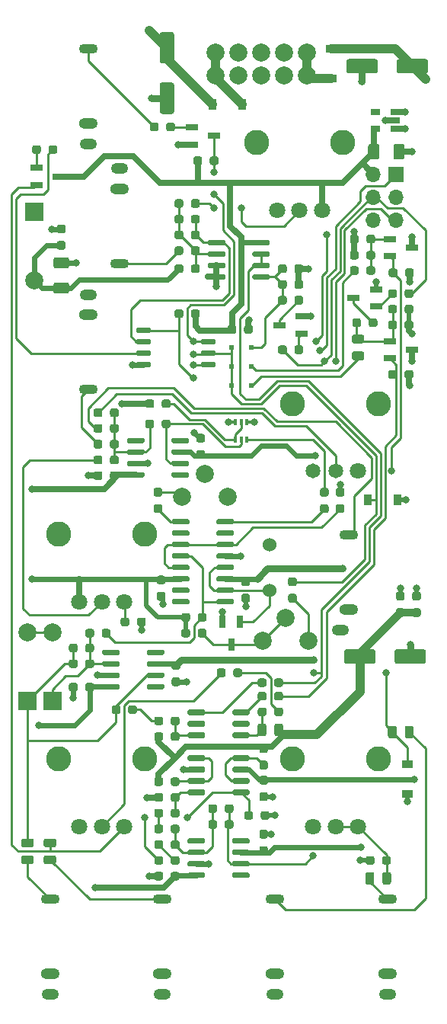
<source format=gbr>
%TF.GenerationSoftware,KiCad,Pcbnew,(5.1.10)-1*%
%TF.CreationDate,2021-09-03T07:56:25-07:00*%
%TF.ProjectId,Foundation,466f756e-6461-4746-996f-6e2e6b696361,rev?*%
%TF.SameCoordinates,Original*%
%TF.FileFunction,Copper,L1,Top*%
%TF.FilePolarity,Positive*%
%FSLAX46Y46*%
G04 Gerber Fmt 4.6, Leading zero omitted, Abs format (unit mm)*
G04 Created by KiCad (PCBNEW (5.1.10)-1) date 2021-09-03 07:56:25*
%MOMM*%
%LPD*%
G01*
G04 APERTURE LIST*
%TA.AperFunction,ComponentPad*%
%ADD10C,1.524000*%
%TD*%
%TA.AperFunction,ComponentPad*%
%ADD11C,2.000000*%
%TD*%
%TA.AperFunction,ComponentPad*%
%ADD12O,1.900000X1.200000*%
%TD*%
%TA.AperFunction,ComponentPad*%
%ADD13O,2.100000X1.200000*%
%TD*%
%TA.AperFunction,ComponentPad*%
%ADD14O,2.100000X1.100000*%
%TD*%
%TA.AperFunction,ComponentPad*%
%ADD15C,2.800000*%
%TD*%
%TA.AperFunction,ComponentPad*%
%ADD16C,1.800000*%
%TD*%
%TA.AperFunction,SMDPad,CuDef*%
%ADD17R,0.500000X0.500000*%
%TD*%
%TA.AperFunction,SMDPad,CuDef*%
%ADD18R,1.200000X0.900000*%
%TD*%
%TA.AperFunction,SMDPad,CuDef*%
%ADD19R,0.900000X1.200000*%
%TD*%
%TA.AperFunction,SMDPad,CuDef*%
%ADD20R,0.400000X0.650000*%
%TD*%
%TA.AperFunction,ComponentPad*%
%ADD21R,2.000000X2.000000*%
%TD*%
%TA.AperFunction,ComponentPad*%
%ADD22R,1.700000X1.700000*%
%TD*%
%TA.AperFunction,ComponentPad*%
%ADD23O,1.700000X1.700000*%
%TD*%
%TA.AperFunction,SMDPad,CuDef*%
%ADD24R,1.400000X0.800000*%
%TD*%
%TA.AperFunction,ComponentPad*%
%ADD25C,1.650000*%
%TD*%
%TA.AperFunction,SMDPad,CuDef*%
%ADD26R,1.060000X0.650000*%
%TD*%
%TA.AperFunction,SMDPad,CuDef*%
%ADD27R,0.800000X1.400000*%
%TD*%
%TA.AperFunction,ViaPad*%
%ADD28C,0.800000*%
%TD*%
%TA.AperFunction,Conductor*%
%ADD29C,0.650000*%
%TD*%
%TA.AperFunction,Conductor*%
%ADD30C,0.600000*%
%TD*%
%TA.AperFunction,Conductor*%
%ADD31C,0.350000*%
%TD*%
%TA.AperFunction,Conductor*%
%ADD32C,0.500000*%
%TD*%
%TA.AperFunction,Conductor*%
%ADD33C,0.800000*%
%TD*%
%TA.AperFunction,Conductor*%
%ADD34C,1.000000*%
%TD*%
%TA.AperFunction,Conductor*%
%ADD35C,0.850000*%
%TD*%
%TA.AperFunction,Conductor*%
%ADD36C,0.250000*%
%TD*%
G04 APERTURE END LIST*
D10*
%TO.P,C19,2*%
%TO.N,GND*%
X29640000Y51840000D03*
%TO.P,C19,1*%
%TO.N,Net-(C19-Pad1)*%
X29640000Y46760000D03*
%TD*%
D11*
%TO.P,RV7,3*%
%TO.N,Net-(Q5-PadG)*%
X28860000Y41148600D03*
%TO.P,RV7,2*%
X31400000Y43688600D03*
%TO.P,RV7,1*%
%TO.N,Net-(R27-Pad1)*%
X33940000Y41148600D03*
%TD*%
%TO.P,R27,2*%
%TO.N,pulsePin*%
%TA.AperFunction,SMDPad,CuDef*%
G36*
G01*
X32437500Y47225000D02*
X31962500Y47225000D01*
G75*
G02*
X31725000Y47462500I0J237500D01*
G01*
X31725000Y47962500D01*
G75*
G02*
X31962500Y48200000I237500J0D01*
G01*
X32437500Y48200000D01*
G75*
G02*
X32675000Y47962500I0J-237500D01*
G01*
X32675000Y47462500D01*
G75*
G02*
X32437500Y47225000I-237500J0D01*
G01*
G37*
%TD.AperFunction*%
%TO.P,R27,1*%
%TO.N,Net-(R27-Pad1)*%
%TA.AperFunction,SMDPad,CuDef*%
G36*
G01*
X32437500Y45400000D02*
X31962500Y45400000D01*
G75*
G02*
X31725000Y45637500I0J237500D01*
G01*
X31725000Y46137500D01*
G75*
G02*
X31962500Y46375000I237500J0D01*
G01*
X32437500Y46375000D01*
G75*
G02*
X32675000Y46137500I0J-237500D01*
G01*
X32675000Y45637500D01*
G75*
G02*
X32437500Y45400000I-237500J0D01*
G01*
G37*
%TD.AperFunction*%
%TD*%
D12*
%TO.P,J6,S*%
%TO.N,GND*%
X37500000Y42379500D03*
D13*
%TO.P,J6,TN*%
X38500000Y44620000D03*
D14*
%TO.P,J6,T*%
%TO.N,Net-(J6-PadT)*%
X38500000Y52920000D03*
%TD*%
%TO.P,R33,2*%
%TO.N,GND*%
%TA.AperFunction,SMDPad,CuDef*%
G36*
G01*
X28675000Y21512500D02*
X28675000Y21987500D01*
G75*
G02*
X28912500Y22225000I237500J0D01*
G01*
X29412500Y22225000D01*
G75*
G02*
X29650000Y21987500I0J-237500D01*
G01*
X29650000Y21512500D01*
G75*
G02*
X29412500Y21275000I-237500J0D01*
G01*
X28912500Y21275000D01*
G75*
G02*
X28675000Y21512500I0J237500D01*
G01*
G37*
%TD.AperFunction*%
%TO.P,R33,1*%
%TO.N,Net-(C22-Pad2)*%
%TA.AperFunction,SMDPad,CuDef*%
G36*
G01*
X26850000Y21512500D02*
X26850000Y21987500D01*
G75*
G02*
X27087500Y22225000I237500J0D01*
G01*
X27587500Y22225000D01*
G75*
G02*
X27825000Y21987500I0J-237500D01*
G01*
X27825000Y21512500D01*
G75*
G02*
X27587500Y21275000I-237500J0D01*
G01*
X27087500Y21275000D01*
G75*
G02*
X26850000Y21512500I0J237500D01*
G01*
G37*
%TD.AperFunction*%
%TD*%
D15*
%TO.P,RV6,*%
%TO.N,*%
X32200000Y27998000D03*
X41800000Y27998000D03*
D16*
%TO.P,RV6,1*%
%TO.N,Net-(C8-Pad1)*%
X34500000Y20498000D03*
%TO.P,RV6,3*%
%TO.N,Net-(C25-Pad1)*%
X39500000Y20498000D03*
%TO.P,RV6,2*%
X37000000Y20498000D03*
%TD*%
%TO.P,C28,2*%
%TO.N,GND*%
%TA.AperFunction,SMDPad,CuDef*%
G36*
G01*
X17362500Y46575000D02*
X17837500Y46575000D01*
G75*
G02*
X18075000Y46337500I0J-237500D01*
G01*
X18075000Y45837500D01*
G75*
G02*
X17837500Y45600000I-237500J0D01*
G01*
X17362500Y45600000D01*
G75*
G02*
X17125000Y45837500I0J237500D01*
G01*
X17125000Y46337500D01*
G75*
G02*
X17362500Y46575000I237500J0D01*
G01*
G37*
%TD.AperFunction*%
%TO.P,C28,1*%
%TO.N,-12V*%
%TA.AperFunction,SMDPad,CuDef*%
G36*
G01*
X17362500Y48400000D02*
X17837500Y48400000D01*
G75*
G02*
X18075000Y48162500I0J-237500D01*
G01*
X18075000Y47662500D01*
G75*
G02*
X17837500Y47425000I-237500J0D01*
G01*
X17362500Y47425000D01*
G75*
G02*
X17125000Y47662500I0J237500D01*
G01*
X17125000Y48162500D01*
G75*
G02*
X17362500Y48400000I237500J0D01*
G01*
G37*
%TD.AperFunction*%
%TD*%
%TO.P,C27,2*%
%TO.N,GND*%
%TA.AperFunction,SMDPad,CuDef*%
G36*
G01*
X26762500Y46375000D02*
X27237500Y46375000D01*
G75*
G02*
X27475000Y46137500I0J-237500D01*
G01*
X27475000Y45637500D01*
G75*
G02*
X27237500Y45400000I-237500J0D01*
G01*
X26762500Y45400000D01*
G75*
G02*
X26525000Y45637500I0J237500D01*
G01*
X26525000Y46137500D01*
G75*
G02*
X26762500Y46375000I237500J0D01*
G01*
G37*
%TD.AperFunction*%
%TO.P,C27,1*%
%TO.N,+12V*%
%TA.AperFunction,SMDPad,CuDef*%
G36*
G01*
X26762500Y48200000D02*
X27237500Y48200000D01*
G75*
G02*
X27475000Y47962500I0J-237500D01*
G01*
X27475000Y47462500D01*
G75*
G02*
X27237500Y47225000I-237500J0D01*
G01*
X26762500Y47225000D01*
G75*
G02*
X26525000Y47462500I0J237500D01*
G01*
X26525000Y47962500D01*
G75*
G02*
X26762500Y48200000I237500J0D01*
G01*
G37*
%TD.AperFunction*%
%TD*%
%TO.P,C26,2*%
%TO.N,GND*%
%TA.AperFunction,SMDPad,CuDef*%
G36*
G01*
X28762500Y24325000D02*
X29237500Y24325000D01*
G75*
G02*
X29475000Y24087500I0J-237500D01*
G01*
X29475000Y23587500D01*
G75*
G02*
X29237500Y23350000I-237500J0D01*
G01*
X28762500Y23350000D01*
G75*
G02*
X28525000Y23587500I0J237500D01*
G01*
X28525000Y24087500D01*
G75*
G02*
X28762500Y24325000I237500J0D01*
G01*
G37*
%TD.AperFunction*%
%TO.P,C26,1*%
%TO.N,+12V*%
%TA.AperFunction,SMDPad,CuDef*%
G36*
G01*
X28762500Y26150000D02*
X29237500Y26150000D01*
G75*
G02*
X29475000Y25912500I0J-237500D01*
G01*
X29475000Y25412500D01*
G75*
G02*
X29237500Y25175000I-237500J0D01*
G01*
X28762500Y25175000D01*
G75*
G02*
X28525000Y25412500I0J237500D01*
G01*
X28525000Y25912500D01*
G75*
G02*
X28762500Y26150000I237500J0D01*
G01*
G37*
%TD.AperFunction*%
%TD*%
%TO.P,C8,2*%
%TO.N,Net-(C8-Pad2)*%
%TA.AperFunction,SMDPad,CuDef*%
G36*
G01*
X23825000Y22737500D02*
X23825000Y22262500D01*
G75*
G02*
X23587500Y22025000I-237500J0D01*
G01*
X23087500Y22025000D01*
G75*
G02*
X22850000Y22262500I0J237500D01*
G01*
X22850000Y22737500D01*
G75*
G02*
X23087500Y22975000I237500J0D01*
G01*
X23587500Y22975000D01*
G75*
G02*
X23825000Y22737500I0J-237500D01*
G01*
G37*
%TD.AperFunction*%
%TO.P,C8,1*%
%TO.N,Net-(C8-Pad1)*%
%TA.AperFunction,SMDPad,CuDef*%
G36*
G01*
X25650000Y22737500D02*
X25650000Y22262500D01*
G75*
G02*
X25412500Y22025000I-237500J0D01*
G01*
X24912500Y22025000D01*
G75*
G02*
X24675000Y22262500I0J237500D01*
G01*
X24675000Y22737500D01*
G75*
G02*
X24912500Y22975000I237500J0D01*
G01*
X25412500Y22975000D01*
G75*
G02*
X25650000Y22737500I0J-237500D01*
G01*
G37*
%TD.AperFunction*%
%TD*%
%TO.P,C4,2*%
%TO.N,Net-(C4-Pad2)*%
%TA.AperFunction,SMDPad,CuDef*%
G36*
G01*
X18675000Y21762500D02*
X18675000Y22237500D01*
G75*
G02*
X18912500Y22475000I237500J0D01*
G01*
X19412500Y22475000D01*
G75*
G02*
X19650000Y22237500I0J-237500D01*
G01*
X19650000Y21762500D01*
G75*
G02*
X19412500Y21525000I-237500J0D01*
G01*
X18912500Y21525000D01*
G75*
G02*
X18675000Y21762500I0J237500D01*
G01*
G37*
%TD.AperFunction*%
%TO.P,C4,1*%
%TO.N,sineDrum*%
%TA.AperFunction,SMDPad,CuDef*%
G36*
G01*
X16850000Y21762500D02*
X16850000Y22237500D01*
G75*
G02*
X17087500Y22475000I237500J0D01*
G01*
X17587500Y22475000D01*
G75*
G02*
X17825000Y22237500I0J-237500D01*
G01*
X17825000Y21762500D01*
G75*
G02*
X17587500Y21525000I-237500J0D01*
G01*
X17087500Y21525000D01*
G75*
G02*
X16850000Y21762500I0J237500D01*
G01*
G37*
%TD.AperFunction*%
%TD*%
%TO.P,C14,2*%
%TO.N,-12V*%
%TA.AperFunction,SMDPad,CuDef*%
G36*
G01*
X18800000Y105300000D02*
X17700000Y105300000D01*
G75*
G02*
X17450000Y105550000I0J250000D01*
G01*
X17450000Y108550000D01*
G75*
G02*
X17700000Y108800000I250000J0D01*
G01*
X18800000Y108800000D01*
G75*
G02*
X19050000Y108550000I0J-250000D01*
G01*
X19050000Y105550000D01*
G75*
G02*
X18800000Y105300000I-250000J0D01*
G01*
G37*
%TD.AperFunction*%
%TO.P,C14,1*%
%TO.N,GND*%
%TA.AperFunction,SMDPad,CuDef*%
G36*
G01*
X18800000Y99700000D02*
X17700000Y99700000D01*
G75*
G02*
X17450000Y99950000I0J250000D01*
G01*
X17450000Y102950000D01*
G75*
G02*
X17700000Y103200000I250000J0D01*
G01*
X18800000Y103200000D01*
G75*
G02*
X19050000Y102950000I0J-250000D01*
G01*
X19050000Y99950000D01*
G75*
G02*
X18800000Y99700000I-250000J0D01*
G01*
G37*
%TD.AperFunction*%
%TD*%
%TO.P,C13,2*%
%TO.N,GND*%
%TA.AperFunction,SMDPad,CuDef*%
G36*
G01*
X41700000Y105550000D02*
X41700000Y104450000D01*
G75*
G02*
X41450000Y104200000I-250000J0D01*
G01*
X38450000Y104200000D01*
G75*
G02*
X38200000Y104450000I0J250000D01*
G01*
X38200000Y105550000D01*
G75*
G02*
X38450000Y105800000I250000J0D01*
G01*
X41450000Y105800000D01*
G75*
G02*
X41700000Y105550000I0J-250000D01*
G01*
G37*
%TD.AperFunction*%
%TO.P,C13,1*%
%TO.N,+12V*%
%TA.AperFunction,SMDPad,CuDef*%
G36*
G01*
X47300000Y105550000D02*
X47300000Y104450000D01*
G75*
G02*
X47050000Y104200000I-250000J0D01*
G01*
X44050000Y104200000D01*
G75*
G02*
X43800000Y104450000I0J250000D01*
G01*
X43800000Y105550000D01*
G75*
G02*
X44050000Y105800000I250000J0D01*
G01*
X47050000Y105800000D01*
G75*
G02*
X47300000Y105550000I0J-250000D01*
G01*
G37*
%TD.AperFunction*%
%TD*%
%TO.P,C5,2*%
%TO.N,GND*%
%TA.AperFunction,SMDPad,CuDef*%
G36*
G01*
X43550000Y38850000D02*
X43550000Y39950000D01*
G75*
G02*
X43800000Y40200000I250000J0D01*
G01*
X46800000Y40200000D01*
G75*
G02*
X47050000Y39950000I0J-250000D01*
G01*
X47050000Y38850000D01*
G75*
G02*
X46800000Y38600000I-250000J0D01*
G01*
X43800000Y38600000D01*
G75*
G02*
X43550000Y38850000I0J250000D01*
G01*
G37*
%TD.AperFunction*%
%TO.P,C5,1*%
%TO.N,+6V*%
%TA.AperFunction,SMDPad,CuDef*%
G36*
G01*
X37950000Y38850000D02*
X37950000Y39950000D01*
G75*
G02*
X38200000Y40200000I250000J0D01*
G01*
X41200000Y40200000D01*
G75*
G02*
X41450000Y39950000I0J-250000D01*
G01*
X41450000Y38850000D01*
G75*
G02*
X41200000Y38600000I-250000J0D01*
G01*
X38200000Y38600000D01*
G75*
G02*
X37950000Y38850000I0J250000D01*
G01*
G37*
%TD.AperFunction*%
%TD*%
%TO.P,R55,2*%
%TO.N,GND*%
%TA.AperFunction,SMDPad,CuDef*%
G36*
G01*
X44675000Y77762500D02*
X44675000Y78237500D01*
G75*
G02*
X44912500Y78475000I237500J0D01*
G01*
X45412500Y78475000D01*
G75*
G02*
X45650000Y78237500I0J-237500D01*
G01*
X45650000Y77762500D01*
G75*
G02*
X45412500Y77525000I-237500J0D01*
G01*
X44912500Y77525000D01*
G75*
G02*
X44675000Y77762500I0J237500D01*
G01*
G37*
%TD.AperFunction*%
%TO.P,R55,1*%
%TO.N,Net-(C1-Pad1)*%
%TA.AperFunction,SMDPad,CuDef*%
G36*
G01*
X42850000Y77762500D02*
X42850000Y78237500D01*
G75*
G02*
X43087500Y78475000I237500J0D01*
G01*
X43587500Y78475000D01*
G75*
G02*
X43825000Y78237500I0J-237500D01*
G01*
X43825000Y77762500D01*
G75*
G02*
X43587500Y77525000I-237500J0D01*
G01*
X43087500Y77525000D01*
G75*
G02*
X42850000Y77762500I0J237500D01*
G01*
G37*
%TD.AperFunction*%
%TD*%
D17*
%TO.P,D9,2*%
%TO.N,pulsePin*%
X25400000Y69500000D03*
%TO.P,D9,1*%
%TO.N,Net-(D9-Pad1)*%
X27600000Y69500000D03*
%TD*%
%TO.P,D3,2*%
%TO.N,pulsePin*%
X25400000Y73750000D03*
%TO.P,D3,1*%
%TO.N,Net-(C10-Pad1)*%
X27600000Y73750000D03*
%TD*%
%TO.P,D2,2*%
%TO.N,pulsePin*%
X25400000Y71600000D03*
%TO.P,D2,1*%
%TO.N,Net-(D2-Pad1)*%
X27600000Y71600000D03*
%TD*%
D18*
%TO.P,D10,2*%
%TO.N,GND*%
X45000000Y24100000D03*
%TO.P,D10,1*%
%TO.N,env1*%
X45000000Y27400000D03*
%TD*%
D19*
%TO.P,D8,2*%
%TO.N,GND*%
X43850000Y56800000D03*
%TO.P,D8,1*%
%TO.N,pulsePin*%
X40550000Y56800000D03*
%TD*%
%TO.P,D5,2*%
%TO.N,-12V*%
X23350000Y100750000D03*
%TO.P,D5,1*%
%TO.N,Net-(D5-Pad1)*%
X26650000Y100750000D03*
%TD*%
D18*
%TO.P,D4,2*%
%TO.N,Net-(D4-Pad2)*%
X36500000Y103600000D03*
%TO.P,D4,1*%
%TO.N,+12V*%
X36500000Y106900000D03*
%TD*%
D20*
%TO.P,Q6,6*%
%TO.N,GND*%
X25850000Y65450000D03*
%TO.P,Q6,4*%
X27150000Y65450000D03*
%TO.P,Q6,2*%
%TO.N,Net-(Q6-Pad2)*%
X26500000Y63550000D03*
%TO.P,Q6,5*%
%TO.N,Net-(Q6-Pad1)*%
X26500000Y65450000D03*
%TO.P,Q6,3*%
%TO.N,Iexpo*%
X27150000Y63550000D03*
%TO.P,Q6,1*%
%TO.N,Net-(Q6-Pad1)*%
X25850000Y63550000D03*
%TD*%
%TO.P,U1,8*%
%TO.N,+5V*%
%TA.AperFunction,SMDPad,CuDef*%
G36*
G01*
X22050000Y75505000D02*
X22050000Y75805000D01*
G75*
G02*
X22200000Y75955000I150000J0D01*
G01*
X23500000Y75955000D01*
G75*
G02*
X23650000Y75805000I0J-150000D01*
G01*
X23650000Y75505000D01*
G75*
G02*
X23500000Y75355000I-150000J0D01*
G01*
X22200000Y75355000D01*
G75*
G02*
X22050000Y75505000I0J150000D01*
G01*
G37*
%TD.AperFunction*%
%TO.P,U1,7*%
%TO.N,trigPin*%
%TA.AperFunction,SMDPad,CuDef*%
G36*
G01*
X22050000Y74235000D02*
X22050000Y74535000D01*
G75*
G02*
X22200000Y74685000I150000J0D01*
G01*
X23500000Y74685000D01*
G75*
G02*
X23650000Y74535000I0J-150000D01*
G01*
X23650000Y74235000D01*
G75*
G02*
X23500000Y74085000I-150000J0D01*
G01*
X22200000Y74085000D01*
G75*
G02*
X22050000Y74235000I0J150000D01*
G01*
G37*
%TD.AperFunction*%
%TO.P,U1,6*%
%TO.N,pulsePin*%
%TA.AperFunction,SMDPad,CuDef*%
G36*
G01*
X22050000Y72965000D02*
X22050000Y73265000D01*
G75*
G02*
X22200000Y73415000I150000J0D01*
G01*
X23500000Y73415000D01*
G75*
G02*
X23650000Y73265000I0J-150000D01*
G01*
X23650000Y72965000D01*
G75*
G02*
X23500000Y72815000I-150000J0D01*
G01*
X22200000Y72815000D01*
G75*
G02*
X22050000Y72965000I0J150000D01*
G01*
G37*
%TD.AperFunction*%
%TO.P,U1,5*%
%TO.N,pwmPin*%
%TA.AperFunction,SMDPad,CuDef*%
G36*
G01*
X22050000Y71695000D02*
X22050000Y71995000D01*
G75*
G02*
X22200000Y72145000I150000J0D01*
G01*
X23500000Y72145000D01*
G75*
G02*
X23650000Y71995000I0J-150000D01*
G01*
X23650000Y71695000D01*
G75*
G02*
X23500000Y71545000I-150000J0D01*
G01*
X22200000Y71545000D01*
G75*
G02*
X22050000Y71695000I0J150000D01*
G01*
G37*
%TD.AperFunction*%
%TO.P,U1,4*%
%TO.N,GND*%
%TA.AperFunction,SMDPad,CuDef*%
G36*
G01*
X14850000Y71695000D02*
X14850000Y71995000D01*
G75*
G02*
X15000000Y72145000I150000J0D01*
G01*
X16300000Y72145000D01*
G75*
G02*
X16450000Y71995000I0J-150000D01*
G01*
X16450000Y71695000D01*
G75*
G02*
X16300000Y71545000I-150000J0D01*
G01*
X15000000Y71545000D01*
G75*
G02*
X14850000Y71695000I0J150000D01*
G01*
G37*
%TD.AperFunction*%
%TO.P,U1,3*%
%TO.N,noisePin*%
%TA.AperFunction,SMDPad,CuDef*%
G36*
G01*
X14850000Y72965000D02*
X14850000Y73265000D01*
G75*
G02*
X15000000Y73415000I150000J0D01*
G01*
X16300000Y73415000D01*
G75*
G02*
X16450000Y73265000I0J-150000D01*
G01*
X16450000Y72965000D01*
G75*
G02*
X16300000Y72815000I-150000J0D01*
G01*
X15000000Y72815000D01*
G75*
G02*
X14850000Y72965000I0J150000D01*
G01*
G37*
%TD.AperFunction*%
%TO.P,U1,2*%
%TO.N,decayPin*%
%TA.AperFunction,SMDPad,CuDef*%
G36*
G01*
X14850000Y74235000D02*
X14850000Y74535000D01*
G75*
G02*
X15000000Y74685000I150000J0D01*
G01*
X16300000Y74685000D01*
G75*
G02*
X16450000Y74535000I0J-150000D01*
G01*
X16450000Y74235000D01*
G75*
G02*
X16300000Y74085000I-150000J0D01*
G01*
X15000000Y74085000D01*
G75*
G02*
X14850000Y74235000I0J150000D01*
G01*
G37*
%TD.AperFunction*%
%TO.P,U1,1*%
%TO.N,RST*%
%TA.AperFunction,SMDPad,CuDef*%
G36*
G01*
X14850000Y75505000D02*
X14850000Y75805000D01*
G75*
G02*
X15000000Y75955000I150000J0D01*
G01*
X16300000Y75955000D01*
G75*
G02*
X16450000Y75805000I0J-150000D01*
G01*
X16450000Y75505000D01*
G75*
G02*
X16300000Y75355000I-150000J0D01*
G01*
X15000000Y75355000D01*
G75*
G02*
X14850000Y75505000I0J150000D01*
G01*
G37*
%TD.AperFunction*%
%TD*%
%TO.P,C9,2*%
%TO.N,GND*%
%TA.AperFunction,SMDPad,CuDef*%
G36*
G01*
X39575000Y84237500D02*
X39575000Y83762500D01*
G75*
G02*
X39337500Y83525000I-237500J0D01*
G01*
X38837500Y83525000D01*
G75*
G02*
X38600000Y83762500I0J237500D01*
G01*
X38600000Y84237500D01*
G75*
G02*
X38837500Y84475000I237500J0D01*
G01*
X39337500Y84475000D01*
G75*
G02*
X39575000Y84237500I0J-237500D01*
G01*
G37*
%TD.AperFunction*%
%TO.P,C9,1*%
%TO.N,Net-(C9-Pad1)*%
%TA.AperFunction,SMDPad,CuDef*%
G36*
G01*
X41400000Y84237500D02*
X41400000Y83762500D01*
G75*
G02*
X41162500Y83525000I-237500J0D01*
G01*
X40662500Y83525000D01*
G75*
G02*
X40425000Y83762500I0J237500D01*
G01*
X40425000Y84237500D01*
G75*
G02*
X40662500Y84475000I237500J0D01*
G01*
X41162500Y84475000D01*
G75*
G02*
X41400000Y84237500I0J-237500D01*
G01*
G37*
%TD.AperFunction*%
%TD*%
%TO.P,R13,2*%
%TO.N,Net-(D2-Pad1)*%
%TA.AperFunction,SMDPad,CuDef*%
G36*
G01*
X39575000Y82537500D02*
X39575000Y82062500D01*
G75*
G02*
X39337500Y81825000I-237500J0D01*
G01*
X38837500Y81825000D01*
G75*
G02*
X38600000Y82062500I0J237500D01*
G01*
X38600000Y82537500D01*
G75*
G02*
X38837500Y82775000I237500J0D01*
G01*
X39337500Y82775000D01*
G75*
G02*
X39575000Y82537500I0J-237500D01*
G01*
G37*
%TD.AperFunction*%
%TO.P,R13,1*%
%TO.N,Net-(C9-Pad1)*%
%TA.AperFunction,SMDPad,CuDef*%
G36*
G01*
X41400000Y82537500D02*
X41400000Y82062500D01*
G75*
G02*
X41162500Y81825000I-237500J0D01*
G01*
X40662500Y81825000D01*
G75*
G02*
X40425000Y82062500I0J237500D01*
G01*
X40425000Y82537500D01*
G75*
G02*
X40662500Y82775000I237500J0D01*
G01*
X41162500Y82775000D01*
G75*
G02*
X41400000Y82537500I0J-237500D01*
G01*
G37*
%TD.AperFunction*%
%TD*%
%TO.P,R15,2*%
%TO.N,Net-(C9-Pad1)*%
%TA.AperFunction,SMDPad,CuDef*%
G36*
G01*
X40425000Y85562500D02*
X40425000Y86037500D01*
G75*
G02*
X40662500Y86275000I237500J0D01*
G01*
X41162500Y86275000D01*
G75*
G02*
X41400000Y86037500I0J-237500D01*
G01*
X41400000Y85562500D01*
G75*
G02*
X41162500Y85325000I-237500J0D01*
G01*
X40662500Y85325000D01*
G75*
G02*
X40425000Y85562500I0J237500D01*
G01*
G37*
%TD.AperFunction*%
%TO.P,R15,1*%
%TO.N,GND*%
%TA.AperFunction,SMDPad,CuDef*%
G36*
G01*
X38600000Y85562500D02*
X38600000Y86037500D01*
G75*
G02*
X38837500Y86275000I237500J0D01*
G01*
X39337500Y86275000D01*
G75*
G02*
X39575000Y86037500I0J-237500D01*
G01*
X39575000Y85562500D01*
G75*
G02*
X39337500Y85325000I-237500J0D01*
G01*
X38837500Y85325000D01*
G75*
G02*
X38600000Y85562500I0J237500D01*
G01*
G37*
%TD.AperFunction*%
%TD*%
%TO.P,R19,2*%
%TO.N,env2*%
%TA.AperFunction,SMDPad,CuDef*%
G36*
G01*
X43875000Y82287500D02*
X43875000Y81812500D01*
G75*
G02*
X43637500Y81575000I-237500J0D01*
G01*
X43137500Y81575000D01*
G75*
G02*
X42900000Y81812500I0J237500D01*
G01*
X42900000Y82287500D01*
G75*
G02*
X43137500Y82525000I237500J0D01*
G01*
X43637500Y82525000D01*
G75*
G02*
X43875000Y82287500I0J-237500D01*
G01*
G37*
%TD.AperFunction*%
%TO.P,R19,1*%
%TO.N,GND*%
%TA.AperFunction,SMDPad,CuDef*%
G36*
G01*
X45700000Y82287500D02*
X45700000Y81812500D01*
G75*
G02*
X45462500Y81575000I-237500J0D01*
G01*
X44962500Y81575000D01*
G75*
G02*
X44725000Y81812500I0J237500D01*
G01*
X44725000Y82287500D01*
G75*
G02*
X44962500Y82525000I237500J0D01*
G01*
X45462500Y82525000D01*
G75*
G02*
X45700000Y82287500I0J-237500D01*
G01*
G37*
%TD.AperFunction*%
%TD*%
%TO.P,C3,2*%
%TO.N,texture*%
%TA.AperFunction,SMDPad,CuDef*%
G36*
G01*
X24775000Y37837500D02*
X24775000Y37362500D01*
G75*
G02*
X24537500Y37125000I-237500J0D01*
G01*
X24037500Y37125000D01*
G75*
G02*
X23800000Y37362500I0J237500D01*
G01*
X23800000Y37837500D01*
G75*
G02*
X24037500Y38075000I237500J0D01*
G01*
X24537500Y38075000D01*
G75*
G02*
X24775000Y37837500I0J-237500D01*
G01*
G37*
%TD.AperFunction*%
%TO.P,C3,1*%
%TO.N,Net-(C3-Pad1)*%
%TA.AperFunction,SMDPad,CuDef*%
G36*
G01*
X26600000Y37837500D02*
X26600000Y37362500D01*
G75*
G02*
X26362500Y37125000I-237500J0D01*
G01*
X25862500Y37125000D01*
G75*
G02*
X25625000Y37362500I0J237500D01*
G01*
X25625000Y37837500D01*
G75*
G02*
X25862500Y38075000I237500J0D01*
G01*
X26362500Y38075000D01*
G75*
G02*
X26600000Y37837500I0J-237500D01*
G01*
G37*
%TD.AperFunction*%
%TD*%
%TO.P,R52,2*%
%TO.N,pwmPin*%
%TA.AperFunction,SMDPad,CuDef*%
G36*
G01*
X44675000Y79512500D02*
X44675000Y79987500D01*
G75*
G02*
X44912500Y80225000I237500J0D01*
G01*
X45412500Y80225000D01*
G75*
G02*
X45650000Y79987500I0J-237500D01*
G01*
X45650000Y79512500D01*
G75*
G02*
X45412500Y79275000I-237500J0D01*
G01*
X44912500Y79275000D01*
G75*
G02*
X44675000Y79512500I0J237500D01*
G01*
G37*
%TD.AperFunction*%
%TO.P,R52,1*%
%TO.N,Net-(Q9-PadB)*%
%TA.AperFunction,SMDPad,CuDef*%
G36*
G01*
X42850000Y79512500D02*
X42850000Y79987500D01*
G75*
G02*
X43087500Y80225000I237500J0D01*
G01*
X43587500Y80225000D01*
G75*
G02*
X43825000Y79987500I0J-237500D01*
G01*
X43825000Y79512500D01*
G75*
G02*
X43587500Y79275000I-237500J0D01*
G01*
X43087500Y79275000D01*
G75*
G02*
X42850000Y79512500I0J237500D01*
G01*
G37*
%TD.AperFunction*%
%TD*%
%TO.P,R51,2*%
%TO.N,GND*%
%TA.AperFunction,SMDPad,CuDef*%
G36*
G01*
X44675000Y70512500D02*
X44675000Y70987500D01*
G75*
G02*
X44912500Y71225000I237500J0D01*
G01*
X45412500Y71225000D01*
G75*
G02*
X45650000Y70987500I0J-237500D01*
G01*
X45650000Y70512500D01*
G75*
G02*
X45412500Y70275000I-237500J0D01*
G01*
X44912500Y70275000D01*
G75*
G02*
X44675000Y70512500I0J237500D01*
G01*
G37*
%TD.AperFunction*%
%TO.P,R51,1*%
%TO.N,env3*%
%TA.AperFunction,SMDPad,CuDef*%
G36*
G01*
X42850000Y70512500D02*
X42850000Y70987500D01*
G75*
G02*
X43087500Y71225000I237500J0D01*
G01*
X43587500Y71225000D01*
G75*
G02*
X43825000Y70987500I0J-237500D01*
G01*
X43825000Y70512500D01*
G75*
G02*
X43587500Y70275000I-237500J0D01*
G01*
X43087500Y70275000D01*
G75*
G02*
X42850000Y70512500I0J237500D01*
G01*
G37*
%TD.AperFunction*%
%TD*%
%TO.P,R7,2*%
%TO.N,Net-(Q9-PadC)*%
%TA.AperFunction,SMDPad,CuDef*%
G36*
G01*
X40675000Y76262500D02*
X40675000Y76737500D01*
G75*
G02*
X40912500Y76975000I237500J0D01*
G01*
X41412500Y76975000D01*
G75*
G02*
X41650000Y76737500I0J-237500D01*
G01*
X41650000Y76262500D01*
G75*
G02*
X41412500Y76025000I-237500J0D01*
G01*
X40912500Y76025000D01*
G75*
G02*
X40675000Y76262500I0J237500D01*
G01*
G37*
%TD.AperFunction*%
%TO.P,R7,1*%
%TO.N,Net-(C1-Pad1)*%
%TA.AperFunction,SMDPad,CuDef*%
G36*
G01*
X38850000Y76262500D02*
X38850000Y76737500D01*
G75*
G02*
X39087500Y76975000I237500J0D01*
G01*
X39587500Y76975000D01*
G75*
G02*
X39825000Y76737500I0J-237500D01*
G01*
X39825000Y76262500D01*
G75*
G02*
X39587500Y76025000I-237500J0D01*
G01*
X39087500Y76025000D01*
G75*
G02*
X38850000Y76262500I0J237500D01*
G01*
G37*
%TD.AperFunction*%
%TD*%
%TO.P,C1,2*%
%TO.N,GND*%
%TA.AperFunction,SMDPad,CuDef*%
G36*
G01*
X44675000Y76012500D02*
X44675000Y76487500D01*
G75*
G02*
X44912500Y76725000I237500J0D01*
G01*
X45412500Y76725000D01*
G75*
G02*
X45650000Y76487500I0J-237500D01*
G01*
X45650000Y76012500D01*
G75*
G02*
X45412500Y75775000I-237500J0D01*
G01*
X44912500Y75775000D01*
G75*
G02*
X44675000Y76012500I0J237500D01*
G01*
G37*
%TD.AperFunction*%
%TO.P,C1,1*%
%TO.N,Net-(C1-Pad1)*%
%TA.AperFunction,SMDPad,CuDef*%
G36*
G01*
X42850000Y76012500D02*
X42850000Y76487500D01*
G75*
G02*
X43087500Y76725000I237500J0D01*
G01*
X43587500Y76725000D01*
G75*
G02*
X43825000Y76487500I0J-237500D01*
G01*
X43825000Y76012500D01*
G75*
G02*
X43587500Y75775000I-237500J0D01*
G01*
X43087500Y75775000D01*
G75*
G02*
X42850000Y76012500I0J237500D01*
G01*
G37*
%TD.AperFunction*%
%TD*%
%TO.P,R50,2*%
%TO.N,GND*%
%TA.AperFunction,SMDPad,CuDef*%
G36*
G01*
X14925000Y43012500D02*
X14925000Y43487500D01*
G75*
G02*
X15162500Y43725000I237500J0D01*
G01*
X15662500Y43725000D01*
G75*
G02*
X15900000Y43487500I0J-237500D01*
G01*
X15900000Y43012500D01*
G75*
G02*
X15662500Y42775000I-237500J0D01*
G01*
X15162500Y42775000D01*
G75*
G02*
X14925000Y43012500I0J237500D01*
G01*
G37*
%TD.AperFunction*%
%TO.P,R50,1*%
%TO.N,Net-(R50-Pad1)*%
%TA.AperFunction,SMDPad,CuDef*%
G36*
G01*
X13100000Y43012500D02*
X13100000Y43487500D01*
G75*
G02*
X13337500Y43725000I237500J0D01*
G01*
X13837500Y43725000D01*
G75*
G02*
X14075000Y43487500I0J-237500D01*
G01*
X14075000Y43012500D01*
G75*
G02*
X13837500Y42775000I-237500J0D01*
G01*
X13337500Y42775000D01*
G75*
G02*
X13100000Y43012500I0J237500D01*
G01*
G37*
%TD.AperFunction*%
%TD*%
%TO.P,R2,2*%
%TO.N,noisePin*%
%TA.AperFunction,SMDPad,CuDef*%
G36*
G01*
X5087500Y95512500D02*
X5087500Y95987500D01*
G75*
G02*
X5325000Y96225000I237500J0D01*
G01*
X5825000Y96225000D01*
G75*
G02*
X6062500Y95987500I0J-237500D01*
G01*
X6062500Y95512500D01*
G75*
G02*
X5825000Y95275000I-237500J0D01*
G01*
X5325000Y95275000D01*
G75*
G02*
X5087500Y95512500I0J237500D01*
G01*
G37*
%TD.AperFunction*%
%TO.P,R2,1*%
%TO.N,Net-(Q2-PadB)*%
%TA.AperFunction,SMDPad,CuDef*%
G36*
G01*
X3262500Y95512500D02*
X3262500Y95987500D01*
G75*
G02*
X3500000Y96225000I237500J0D01*
G01*
X4000000Y96225000D01*
G75*
G02*
X4237500Y95987500I0J-237500D01*
G01*
X4237500Y95512500D01*
G75*
G02*
X4000000Y95275000I-237500J0D01*
G01*
X3500000Y95275000D01*
G75*
G02*
X3262500Y95512500I0J237500D01*
G01*
G37*
%TD.AperFunction*%
%TD*%
%TO.P,C15,2*%
%TO.N,GND*%
%TA.AperFunction,SMDPad,CuDef*%
G36*
G01*
X22237500Y63175000D02*
X21762500Y63175000D01*
G75*
G02*
X21525000Y63412500I0J237500D01*
G01*
X21525000Y63912500D01*
G75*
G02*
X21762500Y64150000I237500J0D01*
G01*
X22237500Y64150000D01*
G75*
G02*
X22475000Y63912500I0J-237500D01*
G01*
X22475000Y63412500D01*
G75*
G02*
X22237500Y63175000I-237500J0D01*
G01*
G37*
%TD.AperFunction*%
%TO.P,C15,1*%
%TO.N,+12V*%
%TA.AperFunction,SMDPad,CuDef*%
G36*
G01*
X22237500Y61350000D02*
X21762500Y61350000D01*
G75*
G02*
X21525000Y61587500I0J237500D01*
G01*
X21525000Y62087500D01*
G75*
G02*
X21762500Y62325000I237500J0D01*
G01*
X22237500Y62325000D01*
G75*
G02*
X22475000Y62087500I0J-237500D01*
G01*
X22475000Y61587500D01*
G75*
G02*
X22237500Y61350000I-237500J0D01*
G01*
G37*
%TD.AperFunction*%
%TD*%
%TO.P,R30,2*%
%TO.N,Net-(R30-Pad2)*%
%TA.AperFunction,SMDPad,CuDef*%
G36*
G01*
X29325000Y35237500D02*
X29325000Y34762500D01*
G75*
G02*
X29087500Y34525000I-237500J0D01*
G01*
X28587500Y34525000D01*
G75*
G02*
X28350000Y34762500I0J237500D01*
G01*
X28350000Y35237500D01*
G75*
G02*
X28587500Y35475000I237500J0D01*
G01*
X29087500Y35475000D01*
G75*
G02*
X29325000Y35237500I0J-237500D01*
G01*
G37*
%TD.AperFunction*%
%TO.P,R30,1*%
%TO.N,env3*%
%TA.AperFunction,SMDPad,CuDef*%
G36*
G01*
X31150000Y35237500D02*
X31150000Y34762500D01*
G75*
G02*
X30912500Y34525000I-237500J0D01*
G01*
X30412500Y34525000D01*
G75*
G02*
X30175000Y34762500I0J237500D01*
G01*
X30175000Y35237500D01*
G75*
G02*
X30412500Y35475000I237500J0D01*
G01*
X30912500Y35475000D01*
G75*
G02*
X31150000Y35237500I0J-237500D01*
G01*
G37*
%TD.AperFunction*%
%TD*%
%TO.P,C2,2*%
%TO.N,GND*%
%TA.AperFunction,SMDPad,CuDef*%
G36*
G01*
X26825000Y75512500D02*
X26825000Y75987500D01*
G75*
G02*
X27062500Y76225000I237500J0D01*
G01*
X27562500Y76225000D01*
G75*
G02*
X27800000Y75987500I0J-237500D01*
G01*
X27800000Y75512500D01*
G75*
G02*
X27562500Y75275000I-237500J0D01*
G01*
X27062500Y75275000D01*
G75*
G02*
X26825000Y75512500I0J237500D01*
G01*
G37*
%TD.AperFunction*%
%TO.P,C2,1*%
%TO.N,+5V*%
%TA.AperFunction,SMDPad,CuDef*%
G36*
G01*
X25000000Y75512500D02*
X25000000Y75987500D01*
G75*
G02*
X25237500Y76225000I237500J0D01*
G01*
X25737500Y76225000D01*
G75*
G02*
X25975000Y75987500I0J-237500D01*
G01*
X25975000Y75512500D01*
G75*
G02*
X25737500Y75275000I-237500J0D01*
G01*
X25237500Y75275000D01*
G75*
G02*
X25000000Y75512500I0J237500D01*
G01*
G37*
%TD.AperFunction*%
%TD*%
%TO.P,C6,2*%
%TO.N,sine*%
%TA.AperFunction,SMDPad,CuDef*%
G36*
G01*
X13075000Y33737500D02*
X13075000Y33262500D01*
G75*
G02*
X12837500Y33025000I-237500J0D01*
G01*
X12337500Y33025000D01*
G75*
G02*
X12100000Y33262500I0J237500D01*
G01*
X12100000Y33737500D01*
G75*
G02*
X12337500Y33975000I237500J0D01*
G01*
X12837500Y33975000D01*
G75*
G02*
X13075000Y33737500I0J-237500D01*
G01*
G37*
%TD.AperFunction*%
%TO.P,C6,1*%
%TO.N,Net-(C6-Pad1)*%
%TA.AperFunction,SMDPad,CuDef*%
G36*
G01*
X14900000Y33737500D02*
X14900000Y33262500D01*
G75*
G02*
X14662500Y33025000I-237500J0D01*
G01*
X14162500Y33025000D01*
G75*
G02*
X13925000Y33262500I0J237500D01*
G01*
X13925000Y33737500D01*
G75*
G02*
X14162500Y33975000I237500J0D01*
G01*
X14662500Y33975000D01*
G75*
G02*
X14900000Y33737500I0J-237500D01*
G01*
G37*
%TD.AperFunction*%
%TD*%
%TO.P,C10,2*%
%TO.N,GND*%
%TA.AperFunction,SMDPad,CuDef*%
G36*
G01*
X32425000Y82262500D02*
X32425000Y82737500D01*
G75*
G02*
X32662500Y82975000I237500J0D01*
G01*
X33162500Y82975000D01*
G75*
G02*
X33400000Y82737500I0J-237500D01*
G01*
X33400000Y82262500D01*
G75*
G02*
X33162500Y82025000I-237500J0D01*
G01*
X32662500Y82025000D01*
G75*
G02*
X32425000Y82262500I0J237500D01*
G01*
G37*
%TD.AperFunction*%
%TO.P,C10,1*%
%TO.N,Net-(C10-Pad1)*%
%TA.AperFunction,SMDPad,CuDef*%
G36*
G01*
X30600000Y82262500D02*
X30600000Y82737500D01*
G75*
G02*
X30837500Y82975000I237500J0D01*
G01*
X31337500Y82975000D01*
G75*
G02*
X31575000Y82737500I0J-237500D01*
G01*
X31575000Y82262500D01*
G75*
G02*
X31337500Y82025000I-237500J0D01*
G01*
X30837500Y82025000D01*
G75*
G02*
X30600000Y82262500I0J237500D01*
G01*
G37*
%TD.AperFunction*%
%TD*%
%TO.P,C12,2*%
%TO.N,Net-(C12-Pad2)*%
%TA.AperFunction,SMDPad,CuDef*%
G36*
G01*
X20075000Y88237500D02*
X20075000Y87762500D01*
G75*
G02*
X19837500Y87525000I-237500J0D01*
G01*
X19337500Y87525000D01*
G75*
G02*
X19100000Y87762500I0J237500D01*
G01*
X19100000Y88237500D01*
G75*
G02*
X19337500Y88475000I237500J0D01*
G01*
X19837500Y88475000D01*
G75*
G02*
X20075000Y88237500I0J-237500D01*
G01*
G37*
%TD.AperFunction*%
%TO.P,C12,1*%
%TO.N,decayPin*%
%TA.AperFunction,SMDPad,CuDef*%
G36*
G01*
X21900000Y88237500D02*
X21900000Y87762500D01*
G75*
G02*
X21662500Y87525000I-237500J0D01*
G01*
X21162500Y87525000D01*
G75*
G02*
X20925000Y87762500I0J237500D01*
G01*
X20925000Y88237500D01*
G75*
G02*
X21162500Y88475000I237500J0D01*
G01*
X21662500Y88475000D01*
G75*
G02*
X21900000Y88237500I0J-237500D01*
G01*
G37*
%TD.AperFunction*%
%TD*%
%TO.P,C16,2*%
%TO.N,-12V*%
%TA.AperFunction,SMDPad,CuDef*%
G36*
G01*
X11925000Y59262500D02*
X11925000Y59737500D01*
G75*
G02*
X12162500Y59975000I237500J0D01*
G01*
X12662500Y59975000D01*
G75*
G02*
X12900000Y59737500I0J-237500D01*
G01*
X12900000Y59262500D01*
G75*
G02*
X12662500Y59025000I-237500J0D01*
G01*
X12162500Y59025000D01*
G75*
G02*
X11925000Y59262500I0J237500D01*
G01*
G37*
%TD.AperFunction*%
%TO.P,C16,1*%
%TO.N,GND*%
%TA.AperFunction,SMDPad,CuDef*%
G36*
G01*
X10100000Y59262500D02*
X10100000Y59737500D01*
G75*
G02*
X10337500Y59975000I237500J0D01*
G01*
X10837500Y59975000D01*
G75*
G02*
X11075000Y59737500I0J-237500D01*
G01*
X11075000Y59262500D01*
G75*
G02*
X10837500Y59025000I-237500J0D01*
G01*
X10337500Y59025000D01*
G75*
G02*
X10100000Y59262500I0J237500D01*
G01*
G37*
%TD.AperFunction*%
%TD*%
%TO.P,C17,2*%
%TO.N,GND*%
%TA.AperFunction,SMDPad,CuDef*%
G36*
G01*
X19012500Y37075000D02*
X19487500Y37075000D01*
G75*
G02*
X19725000Y36837500I0J-237500D01*
G01*
X19725000Y36337500D01*
G75*
G02*
X19487500Y36100000I-237500J0D01*
G01*
X19012500Y36100000D01*
G75*
G02*
X18775000Y36337500I0J237500D01*
G01*
X18775000Y36837500D01*
G75*
G02*
X19012500Y37075000I237500J0D01*
G01*
G37*
%TD.AperFunction*%
%TO.P,C17,1*%
%TO.N,+12V*%
%TA.AperFunction,SMDPad,CuDef*%
G36*
G01*
X19012500Y38900000D02*
X19487500Y38900000D01*
G75*
G02*
X19725000Y38662500I0J-237500D01*
G01*
X19725000Y38162500D01*
G75*
G02*
X19487500Y37925000I-237500J0D01*
G01*
X19012500Y37925000D01*
G75*
G02*
X18775000Y38162500I0J237500D01*
G01*
X18775000Y38662500D01*
G75*
G02*
X19012500Y38900000I237500J0D01*
G01*
G37*
%TD.AperFunction*%
%TD*%
%TO.P,C18,2*%
%TO.N,-12V*%
%TA.AperFunction,SMDPad,CuDef*%
G36*
G01*
X9175000Y35762500D02*
X9175000Y36237500D01*
G75*
G02*
X9412500Y36475000I237500J0D01*
G01*
X9912500Y36475000D01*
G75*
G02*
X10150000Y36237500I0J-237500D01*
G01*
X10150000Y35762500D01*
G75*
G02*
X9912500Y35525000I-237500J0D01*
G01*
X9412500Y35525000D01*
G75*
G02*
X9175000Y35762500I0J237500D01*
G01*
G37*
%TD.AperFunction*%
%TO.P,C18,1*%
%TO.N,GND*%
%TA.AperFunction,SMDPad,CuDef*%
G36*
G01*
X7350000Y35762500D02*
X7350000Y36237500D01*
G75*
G02*
X7587500Y36475000I237500J0D01*
G01*
X8087500Y36475000D01*
G75*
G02*
X8325000Y36237500I0J-237500D01*
G01*
X8325000Y35762500D01*
G75*
G02*
X8087500Y35525000I-237500J0D01*
G01*
X7587500Y35525000D01*
G75*
G02*
X7350000Y35762500I0J237500D01*
G01*
G37*
%TD.AperFunction*%
%TD*%
%TO.P,C20,2*%
%TO.N,GND*%
%TA.AperFunction,SMDPad,CuDef*%
G36*
G01*
X29237500Y19175000D02*
X28762500Y19175000D01*
G75*
G02*
X28525000Y19412500I0J237500D01*
G01*
X28525000Y19912500D01*
G75*
G02*
X28762500Y20150000I237500J0D01*
G01*
X29237500Y20150000D01*
G75*
G02*
X29475000Y19912500I0J-237500D01*
G01*
X29475000Y19412500D01*
G75*
G02*
X29237500Y19175000I-237500J0D01*
G01*
G37*
%TD.AperFunction*%
%TO.P,C20,1*%
%TO.N,+12V*%
%TA.AperFunction,SMDPad,CuDef*%
G36*
G01*
X29237500Y17350000D02*
X28762500Y17350000D01*
G75*
G02*
X28525000Y17587500I0J237500D01*
G01*
X28525000Y18087500D01*
G75*
G02*
X28762500Y18325000I237500J0D01*
G01*
X29237500Y18325000D01*
G75*
G02*
X29475000Y18087500I0J-237500D01*
G01*
X29475000Y17587500D01*
G75*
G02*
X29237500Y17350000I-237500J0D01*
G01*
G37*
%TD.AperFunction*%
%TD*%
%TO.P,C21,2*%
%TO.N,-12V*%
%TA.AperFunction,SMDPad,CuDef*%
G36*
G01*
X18675000Y14762500D02*
X18675000Y15237500D01*
G75*
G02*
X18912500Y15475000I237500J0D01*
G01*
X19412500Y15475000D01*
G75*
G02*
X19650000Y15237500I0J-237500D01*
G01*
X19650000Y14762500D01*
G75*
G02*
X19412500Y14525000I-237500J0D01*
G01*
X18912500Y14525000D01*
G75*
G02*
X18675000Y14762500I0J237500D01*
G01*
G37*
%TD.AperFunction*%
%TO.P,C21,1*%
%TO.N,GND*%
%TA.AperFunction,SMDPad,CuDef*%
G36*
G01*
X16850000Y14762500D02*
X16850000Y15237500D01*
G75*
G02*
X17087500Y15475000I237500J0D01*
G01*
X17587500Y15475000D01*
G75*
G02*
X17825000Y15237500I0J-237500D01*
G01*
X17825000Y14762500D01*
G75*
G02*
X17587500Y14525000I-237500J0D01*
G01*
X17087500Y14525000D01*
G75*
G02*
X16850000Y14762500I0J237500D01*
G01*
G37*
%TD.AperFunction*%
%TD*%
%TO.P,C22,2*%
%TO.N,Net-(C22-Pad2)*%
%TA.AperFunction,SMDPad,CuDef*%
G36*
G01*
X17825000Y16987500D02*
X17825000Y16512500D01*
G75*
G02*
X17587500Y16275000I-237500J0D01*
G01*
X17087500Y16275000D01*
G75*
G02*
X16850000Y16512500I0J237500D01*
G01*
X16850000Y16987500D01*
G75*
G02*
X17087500Y17225000I237500J0D01*
G01*
X17587500Y17225000D01*
G75*
G02*
X17825000Y16987500I0J-237500D01*
G01*
G37*
%TD.AperFunction*%
%TO.P,C22,1*%
%TO.N,noiseDrum*%
%TA.AperFunction,SMDPad,CuDef*%
G36*
G01*
X19650000Y16987500D02*
X19650000Y16512500D01*
G75*
G02*
X19412500Y16275000I-237500J0D01*
G01*
X18912500Y16275000D01*
G75*
G02*
X18675000Y16512500I0J237500D01*
G01*
X18675000Y16987500D01*
G75*
G02*
X18912500Y17225000I237500J0D01*
G01*
X19412500Y17225000D01*
G75*
G02*
X19650000Y16987500I0J-237500D01*
G01*
G37*
%TD.AperFunction*%
%TD*%
%TO.P,C23,2*%
%TO.N,Net-(C23-Pad2)*%
%TA.AperFunction,SMDPad,CuDef*%
G36*
G01*
X9175000Y40112500D02*
X9175000Y40587500D01*
G75*
G02*
X9412500Y40825000I237500J0D01*
G01*
X9912500Y40825000D01*
G75*
G02*
X10150000Y40587500I0J-237500D01*
G01*
X10150000Y40112500D01*
G75*
G02*
X9912500Y39875000I-237500J0D01*
G01*
X9412500Y39875000D01*
G75*
G02*
X9175000Y40112500I0J237500D01*
G01*
G37*
%TD.AperFunction*%
%TO.P,C23,1*%
%TO.N,sine*%
%TA.AperFunction,SMDPad,CuDef*%
G36*
G01*
X7350000Y40112500D02*
X7350000Y40587500D01*
G75*
G02*
X7587500Y40825000I237500J0D01*
G01*
X8087500Y40825000D01*
G75*
G02*
X8325000Y40587500I0J-237500D01*
G01*
X8325000Y40112500D01*
G75*
G02*
X8087500Y39875000I-237500J0D01*
G01*
X7587500Y39875000D01*
G75*
G02*
X7350000Y40112500I0J237500D01*
G01*
G37*
%TD.AperFunction*%
%TD*%
%TO.P,C25,2*%
%TO.N,GND*%
%TA.AperFunction,SMDPad,CuDef*%
G36*
G01*
X41325000Y16987500D02*
X41325000Y16512500D01*
G75*
G02*
X41087500Y16275000I-237500J0D01*
G01*
X40587500Y16275000D01*
G75*
G02*
X40350000Y16512500I0J237500D01*
G01*
X40350000Y16987500D01*
G75*
G02*
X40587500Y17225000I237500J0D01*
G01*
X41087500Y17225000D01*
G75*
G02*
X41325000Y16987500I0J-237500D01*
G01*
G37*
%TD.AperFunction*%
%TO.P,C25,1*%
%TO.N,Net-(C25-Pad1)*%
%TA.AperFunction,SMDPad,CuDef*%
G36*
G01*
X43150000Y16987500D02*
X43150000Y16512500D01*
G75*
G02*
X42912500Y16275000I-237500J0D01*
G01*
X42412500Y16275000D01*
G75*
G02*
X42175000Y16512500I0J237500D01*
G01*
X42175000Y16987500D01*
G75*
G02*
X42412500Y17225000I237500J0D01*
G01*
X42912500Y17225000D01*
G75*
G02*
X43150000Y16987500I0J-237500D01*
G01*
G37*
%TD.AperFunction*%
%TD*%
%TO.P,R1,2*%
%TO.N,Net-(J1-PadT)*%
%TA.AperFunction,SMDPad,CuDef*%
G36*
G01*
X17325000Y98487500D02*
X17325000Y98012500D01*
G75*
G02*
X17087500Y97775000I-237500J0D01*
G01*
X16587500Y97775000D01*
G75*
G02*
X16350000Y98012500I0J237500D01*
G01*
X16350000Y98487500D01*
G75*
G02*
X16587500Y98725000I237500J0D01*
G01*
X17087500Y98725000D01*
G75*
G02*
X17325000Y98487500I0J-237500D01*
G01*
G37*
%TD.AperFunction*%
%TO.P,R1,1*%
%TO.N,Net-(Q1-PadB)*%
%TA.AperFunction,SMDPad,CuDef*%
G36*
G01*
X19150000Y98487500D02*
X19150000Y98012500D01*
G75*
G02*
X18912500Y97775000I-237500J0D01*
G01*
X18412500Y97775000D01*
G75*
G02*
X18175000Y98012500I0J237500D01*
G01*
X18175000Y98487500D01*
G75*
G02*
X18412500Y98725000I237500J0D01*
G01*
X18912500Y98725000D01*
G75*
G02*
X19150000Y98487500I0J-237500D01*
G01*
G37*
%TD.AperFunction*%
%TD*%
%TO.P,R4,2*%
%TO.N,+6V*%
%TA.AperFunction,SMDPad,CuDef*%
G36*
G01*
X45762500Y44775001D02*
X46237500Y44775001D01*
G75*
G02*
X46475000Y44537501I0J-237500D01*
G01*
X46475000Y44037501D01*
G75*
G02*
X46237500Y43800001I-237500J0D01*
G01*
X45762500Y43800001D01*
G75*
G02*
X45525000Y44037501I0J237500D01*
G01*
X45525000Y44537501D01*
G75*
G02*
X45762500Y44775001I237500J0D01*
G01*
G37*
%TD.AperFunction*%
%TO.P,R4,1*%
%TO.N,+12V*%
%TA.AperFunction,SMDPad,CuDef*%
G36*
G01*
X45762500Y46600001D02*
X46237500Y46600001D01*
G75*
G02*
X46475000Y46362501I0J-237500D01*
G01*
X46475000Y45862501D01*
G75*
G02*
X46237500Y45625001I-237500J0D01*
G01*
X45762500Y45625001D01*
G75*
G02*
X45525000Y45862501I0J237500D01*
G01*
X45525000Y46362501D01*
G75*
G02*
X45762500Y46600001I237500J0D01*
G01*
G37*
%TD.AperFunction*%
%TD*%
%TO.P,R5,2*%
%TO.N,GND*%
%TA.AperFunction,SMDPad,CuDef*%
G36*
G01*
X44437500Y45625000D02*
X43962500Y45625000D01*
G75*
G02*
X43725000Y45862500I0J237500D01*
G01*
X43725000Y46362500D01*
G75*
G02*
X43962500Y46600000I237500J0D01*
G01*
X44437500Y46600000D01*
G75*
G02*
X44675000Y46362500I0J-237500D01*
G01*
X44675000Y45862500D01*
G75*
G02*
X44437500Y45625000I-237500J0D01*
G01*
G37*
%TD.AperFunction*%
%TO.P,R5,1*%
%TO.N,+6V*%
%TA.AperFunction,SMDPad,CuDef*%
G36*
G01*
X44437500Y43800000D02*
X43962500Y43800000D01*
G75*
G02*
X43725000Y44037500I0J237500D01*
G01*
X43725000Y44537500D01*
G75*
G02*
X43962500Y44775000I237500J0D01*
G01*
X44437500Y44775000D01*
G75*
G02*
X44675000Y44537500I0J-237500D01*
G01*
X44675000Y44037500D01*
G75*
G02*
X44437500Y43800000I-237500J0D01*
G01*
G37*
%TD.AperFunction*%
%TD*%
%TO.P,R6,2*%
%TO.N,+5V*%
%TA.AperFunction,SMDPad,CuDef*%
G36*
G01*
X22162500Y94737500D02*
X22162500Y94262500D01*
G75*
G02*
X21925000Y94025000I-237500J0D01*
G01*
X21425000Y94025000D01*
G75*
G02*
X21187500Y94262500I0J237500D01*
G01*
X21187500Y94737500D01*
G75*
G02*
X21425000Y94975000I237500J0D01*
G01*
X21925000Y94975000D01*
G75*
G02*
X22162500Y94737500I0J-237500D01*
G01*
G37*
%TD.AperFunction*%
%TO.P,R6,1*%
%TO.N,trigPin*%
%TA.AperFunction,SMDPad,CuDef*%
G36*
G01*
X23987500Y94737500D02*
X23987500Y94262500D01*
G75*
G02*
X23750000Y94025000I-237500J0D01*
G01*
X23250000Y94025000D01*
G75*
G02*
X23012500Y94262500I0J237500D01*
G01*
X23012500Y94737500D01*
G75*
G02*
X23250000Y94975000I237500J0D01*
G01*
X23750000Y94975000D01*
G75*
G02*
X23987500Y94737500I0J-237500D01*
G01*
G37*
%TD.AperFunction*%
%TD*%
%TO.P,R8,2*%
%TO.N,+5V*%
%TA.AperFunction,SMDPad,CuDef*%
G36*
G01*
X20925000Y77262500D02*
X20925000Y77737500D01*
G75*
G02*
X21162500Y77975000I237500J0D01*
G01*
X21662500Y77975000D01*
G75*
G02*
X21900000Y77737500I0J-237500D01*
G01*
X21900000Y77262500D01*
G75*
G02*
X21662500Y77025000I-237500J0D01*
G01*
X21162500Y77025000D01*
G75*
G02*
X20925000Y77262500I0J237500D01*
G01*
G37*
%TD.AperFunction*%
%TO.P,R8,1*%
%TO.N,RST*%
%TA.AperFunction,SMDPad,CuDef*%
G36*
G01*
X19100000Y77262500D02*
X19100000Y77737500D01*
G75*
G02*
X19337500Y77975000I237500J0D01*
G01*
X19837500Y77975000D01*
G75*
G02*
X20075000Y77737500I0J-237500D01*
G01*
X20075000Y77262500D01*
G75*
G02*
X19837500Y77025000I-237500J0D01*
G01*
X19337500Y77025000D01*
G75*
G02*
X19100000Y77262500I0J237500D01*
G01*
G37*
%TD.AperFunction*%
%TD*%
%TO.P,R9,2*%
%TO.N,-5V*%
%TA.AperFunction,SMDPad,CuDef*%
G36*
G01*
X6262500Y85575000D02*
X6737500Y85575000D01*
G75*
G02*
X6975000Y85337500I0J-237500D01*
G01*
X6975000Y84837500D01*
G75*
G02*
X6737500Y84600000I-237500J0D01*
G01*
X6262500Y84600000D01*
G75*
G02*
X6025000Y84837500I0J237500D01*
G01*
X6025000Y85337500D01*
G75*
G02*
X6262500Y85575000I237500J0D01*
G01*
G37*
%TD.AperFunction*%
%TO.P,R9,1*%
%TO.N,-12V*%
%TA.AperFunction,SMDPad,CuDef*%
G36*
G01*
X6262500Y87400000D02*
X6737500Y87400000D01*
G75*
G02*
X6975000Y87162500I0J-237500D01*
G01*
X6975000Y86662500D01*
G75*
G02*
X6737500Y86425000I-237500J0D01*
G01*
X6262500Y86425000D01*
G75*
G02*
X6025000Y86662500I0J237500D01*
G01*
X6025000Y87162500D01*
G75*
G02*
X6262500Y87400000I237500J0D01*
G01*
G37*
%TD.AperFunction*%
%TD*%
%TO.P,R10,2*%
%TO.N,Net-(C6-Pad1)*%
%TA.AperFunction,SMDPad,CuDef*%
G36*
G01*
X17825000Y32487500D02*
X17825000Y32012500D01*
G75*
G02*
X17587500Y31775000I-237500J0D01*
G01*
X17087500Y31775000D01*
G75*
G02*
X16850000Y32012500I0J237500D01*
G01*
X16850000Y32487500D01*
G75*
G02*
X17087500Y32725000I237500J0D01*
G01*
X17587500Y32725000D01*
G75*
G02*
X17825000Y32487500I0J-237500D01*
G01*
G37*
%TD.AperFunction*%
%TO.P,R10,1*%
%TO.N,Net-(R10-Pad1)*%
%TA.AperFunction,SMDPad,CuDef*%
G36*
G01*
X19650000Y32487500D02*
X19650000Y32012500D01*
G75*
G02*
X19412500Y31775000I-237500J0D01*
G01*
X18912500Y31775000D01*
G75*
G02*
X18675000Y32012500I0J237500D01*
G01*
X18675000Y32487500D01*
G75*
G02*
X18912500Y32725000I237500J0D01*
G01*
X19412500Y32725000D01*
G75*
G02*
X19650000Y32487500I0J-237500D01*
G01*
G37*
%TD.AperFunction*%
%TD*%
%TO.P,R11,2*%
%TO.N,Net-(R10-Pad1)*%
%TA.AperFunction,SMDPad,CuDef*%
G36*
G01*
X18675000Y30262500D02*
X18675000Y30737500D01*
G75*
G02*
X18912500Y30975000I237500J0D01*
G01*
X19412500Y30975000D01*
G75*
G02*
X19650000Y30737500I0J-237500D01*
G01*
X19650000Y30262500D01*
G75*
G02*
X19412500Y30025000I-237500J0D01*
G01*
X18912500Y30025000D01*
G75*
G02*
X18675000Y30262500I0J237500D01*
G01*
G37*
%TD.AperFunction*%
%TO.P,R11,1*%
%TO.N,+6V*%
%TA.AperFunction,SMDPad,CuDef*%
G36*
G01*
X16850000Y30262500D02*
X16850000Y30737500D01*
G75*
G02*
X17087500Y30975000I237500J0D01*
G01*
X17587500Y30975000D01*
G75*
G02*
X17825000Y30737500I0J-237500D01*
G01*
X17825000Y30262500D01*
G75*
G02*
X17587500Y30025000I-237500J0D01*
G01*
X17087500Y30025000D01*
G75*
G02*
X16850000Y30262500I0J237500D01*
G01*
G37*
%TD.AperFunction*%
%TD*%
%TO.P,R12,2*%
%TO.N,pwmPin*%
%TA.AperFunction,SMDPad,CuDef*%
G36*
G01*
X31575000Y73737500D02*
X31575000Y73262500D01*
G75*
G02*
X31337500Y73025000I-237500J0D01*
G01*
X30837500Y73025000D01*
G75*
G02*
X30600000Y73262500I0J237500D01*
G01*
X30600000Y73737500D01*
G75*
G02*
X30837500Y73975000I237500J0D01*
G01*
X31337500Y73975000D01*
G75*
G02*
X31575000Y73737500I0J-237500D01*
G01*
G37*
%TD.AperFunction*%
%TO.P,R12,1*%
%TO.N,Net-(Q3-PadB)*%
%TA.AperFunction,SMDPad,CuDef*%
G36*
G01*
X33400000Y73737500D02*
X33400000Y73262500D01*
G75*
G02*
X33162500Y73025000I-237500J0D01*
G01*
X32662500Y73025000D01*
G75*
G02*
X32425000Y73262500I0J237500D01*
G01*
X32425000Y73737500D01*
G75*
G02*
X32662500Y73975000I237500J0D01*
G01*
X33162500Y73975000D01*
G75*
G02*
X33400000Y73737500I0J-237500D01*
G01*
G37*
%TD.AperFunction*%
%TD*%
%TO.P,R14,2*%
%TO.N,Net-(C10-Pad1)*%
%TA.AperFunction,SMDPad,CuDef*%
G36*
G01*
X31575000Y79237500D02*
X31575000Y78762500D01*
G75*
G02*
X31337500Y78525000I-237500J0D01*
G01*
X30837500Y78525000D01*
G75*
G02*
X30600000Y78762500I0J237500D01*
G01*
X30600000Y79237500D01*
G75*
G02*
X30837500Y79475000I237500J0D01*
G01*
X31337500Y79475000D01*
G75*
G02*
X31575000Y79237500I0J-237500D01*
G01*
G37*
%TD.AperFunction*%
%TO.P,R14,1*%
%TO.N,Net-(Q3-PadC)*%
%TA.AperFunction,SMDPad,CuDef*%
G36*
G01*
X33400000Y79237500D02*
X33400000Y78762500D01*
G75*
G02*
X33162500Y78525000I-237500J0D01*
G01*
X32662500Y78525000D01*
G75*
G02*
X32425000Y78762500I0J237500D01*
G01*
X32425000Y79237500D01*
G75*
G02*
X32662500Y79475000I237500J0D01*
G01*
X33162500Y79475000D01*
G75*
G02*
X33400000Y79237500I0J-237500D01*
G01*
G37*
%TD.AperFunction*%
%TD*%
%TO.P,R16,2*%
%TO.N,Net-(R16-Pad2)*%
%TA.AperFunction,SMDPad,CuDef*%
G36*
G01*
X29325000Y36737500D02*
X29325000Y36262500D01*
G75*
G02*
X29087500Y36025000I-237500J0D01*
G01*
X28587500Y36025000D01*
G75*
G02*
X28350000Y36262500I0J237500D01*
G01*
X28350000Y36737500D01*
G75*
G02*
X28587500Y36975000I237500J0D01*
G01*
X29087500Y36975000D01*
G75*
G02*
X29325000Y36737500I0J-237500D01*
G01*
G37*
%TD.AperFunction*%
%TO.P,R16,1*%
%TO.N,env1*%
%TA.AperFunction,SMDPad,CuDef*%
G36*
G01*
X31150000Y36737500D02*
X31150000Y36262500D01*
G75*
G02*
X30912500Y36025000I-237500J0D01*
G01*
X30412500Y36025000D01*
G75*
G02*
X30175000Y36262500I0J237500D01*
G01*
X30175000Y36737500D01*
G75*
G02*
X30412500Y36975000I237500J0D01*
G01*
X30912500Y36975000D01*
G75*
G02*
X31150000Y36737500I0J-237500D01*
G01*
G37*
%TD.AperFunction*%
%TD*%
%TO.P,R17,2*%
%TO.N,GND*%
%TA.AperFunction,SMDPad,CuDef*%
G36*
G01*
X32425000Y80512500D02*
X32425000Y80987500D01*
G75*
G02*
X32662500Y81225000I237500J0D01*
G01*
X33162500Y81225000D01*
G75*
G02*
X33400000Y80987500I0J-237500D01*
G01*
X33400000Y80512500D01*
G75*
G02*
X33162500Y80275000I-237500J0D01*
G01*
X32662500Y80275000D01*
G75*
G02*
X32425000Y80512500I0J237500D01*
G01*
G37*
%TD.AperFunction*%
%TO.P,R17,1*%
%TO.N,Net-(C10-Pad1)*%
%TA.AperFunction,SMDPad,CuDef*%
G36*
G01*
X30600000Y80512500D02*
X30600000Y80987500D01*
G75*
G02*
X30837500Y81225000I237500J0D01*
G01*
X31337500Y81225000D01*
G75*
G02*
X31575000Y80987500I0J-237500D01*
G01*
X31575000Y80512500D01*
G75*
G02*
X31337500Y80275000I-237500J0D01*
G01*
X30837500Y80275000D01*
G75*
G02*
X30600000Y80512500I0J237500D01*
G01*
G37*
%TD.AperFunction*%
%TD*%
%TO.P,R18,2*%
%TO.N,+6V*%
%TA.AperFunction,SMDPad,CuDef*%
G36*
G01*
X17825000Y25737500D02*
X17825000Y25262500D01*
G75*
G02*
X17587500Y25025000I-237500J0D01*
G01*
X17087500Y25025000D01*
G75*
G02*
X16850000Y25262500I0J237500D01*
G01*
X16850000Y25737500D01*
G75*
G02*
X17087500Y25975000I237500J0D01*
G01*
X17587500Y25975000D01*
G75*
G02*
X17825000Y25737500I0J-237500D01*
G01*
G37*
%TD.AperFunction*%
%TO.P,R18,1*%
%TO.N,Net-(R18-Pad1)*%
%TA.AperFunction,SMDPad,CuDef*%
G36*
G01*
X19650000Y25737500D02*
X19650000Y25262500D01*
G75*
G02*
X19412500Y25025000I-237500J0D01*
G01*
X18912500Y25025000D01*
G75*
G02*
X18675000Y25262500I0J237500D01*
G01*
X18675000Y25737500D01*
G75*
G02*
X18912500Y25975000I237500J0D01*
G01*
X19412500Y25975000D01*
G75*
G02*
X19650000Y25737500I0J-237500D01*
G01*
G37*
%TD.AperFunction*%
%TD*%
%TO.P,R20,2*%
%TO.N,Net-(R20-Pad2)*%
%TA.AperFunction,SMDPad,CuDef*%
G36*
G01*
X20925000Y89512500D02*
X20925000Y89987500D01*
G75*
G02*
X21162500Y90225000I237500J0D01*
G01*
X21662500Y90225000D01*
G75*
G02*
X21900000Y89987500I0J-237500D01*
G01*
X21900000Y89512500D01*
G75*
G02*
X21662500Y89275000I-237500J0D01*
G01*
X21162500Y89275000D01*
G75*
G02*
X20925000Y89512500I0J237500D01*
G01*
G37*
%TD.AperFunction*%
%TO.P,R20,1*%
%TO.N,Net-(C12-Pad2)*%
%TA.AperFunction,SMDPad,CuDef*%
G36*
G01*
X19100000Y89512500D02*
X19100000Y89987500D01*
G75*
G02*
X19337500Y90225000I237500J0D01*
G01*
X19837500Y90225000D01*
G75*
G02*
X20075000Y89987500I0J-237500D01*
G01*
X20075000Y89512500D01*
G75*
G02*
X19837500Y89275000I-237500J0D01*
G01*
X19337500Y89275000D01*
G75*
G02*
X19100000Y89512500I0J237500D01*
G01*
G37*
%TD.AperFunction*%
%TD*%
%TO.P,R21,2*%
%TO.N,Net-(J4-PadT)*%
%TA.AperFunction,SMDPad,CuDef*%
G36*
G01*
X20075000Y84737500D02*
X20075000Y84262500D01*
G75*
G02*
X19837500Y84025000I-237500J0D01*
G01*
X19337500Y84025000D01*
G75*
G02*
X19100000Y84262500I0J237500D01*
G01*
X19100000Y84737500D01*
G75*
G02*
X19337500Y84975000I237500J0D01*
G01*
X19837500Y84975000D01*
G75*
G02*
X20075000Y84737500I0J-237500D01*
G01*
G37*
%TD.AperFunction*%
%TO.P,R21,1*%
%TO.N,Net-(C12-Pad2)*%
%TA.AperFunction,SMDPad,CuDef*%
G36*
G01*
X21900000Y84737500D02*
X21900000Y84262500D01*
G75*
G02*
X21662500Y84025000I-237500J0D01*
G01*
X21162500Y84025000D01*
G75*
G02*
X20925000Y84262500I0J237500D01*
G01*
X20925000Y84737500D01*
G75*
G02*
X21162500Y84975000I237500J0D01*
G01*
X21662500Y84975000D01*
G75*
G02*
X21900000Y84737500I0J-237500D01*
G01*
G37*
%TD.AperFunction*%
%TD*%
%TO.P,R22,2*%
%TO.N,-5V*%
%TA.AperFunction,SMDPad,CuDef*%
G36*
G01*
X20075000Y82737500D02*
X20075000Y82262500D01*
G75*
G02*
X19837500Y82025000I-237500J0D01*
G01*
X19337500Y82025000D01*
G75*
G02*
X19100000Y82262500I0J237500D01*
G01*
X19100000Y82737500D01*
G75*
G02*
X19337500Y82975000I237500J0D01*
G01*
X19837500Y82975000D01*
G75*
G02*
X20075000Y82737500I0J-237500D01*
G01*
G37*
%TD.AperFunction*%
%TO.P,R22,1*%
%TO.N,Net-(C12-Pad2)*%
%TA.AperFunction,SMDPad,CuDef*%
G36*
G01*
X21900000Y82737500D02*
X21900000Y82262500D01*
G75*
G02*
X21662500Y82025000I-237500J0D01*
G01*
X21162500Y82025000D01*
G75*
G02*
X20925000Y82262500I0J237500D01*
G01*
X20925000Y82737500D01*
G75*
G02*
X21162500Y82975000I237500J0D01*
G01*
X21662500Y82975000D01*
G75*
G02*
X21900000Y82737500I0J-237500D01*
G01*
G37*
%TD.AperFunction*%
%TD*%
%TO.P,R23,2*%
%TO.N,GND*%
%TA.AperFunction,SMDPad,CuDef*%
G36*
G01*
X17825000Y23987500D02*
X17825000Y23512500D01*
G75*
G02*
X17587500Y23275000I-237500J0D01*
G01*
X17087500Y23275000D01*
G75*
G02*
X16850000Y23512500I0J237500D01*
G01*
X16850000Y23987500D01*
G75*
G02*
X17087500Y24225000I237500J0D01*
G01*
X17587500Y24225000D01*
G75*
G02*
X17825000Y23987500I0J-237500D01*
G01*
G37*
%TD.AperFunction*%
%TO.P,R23,1*%
%TO.N,Net-(C4-Pad2)*%
%TA.AperFunction,SMDPad,CuDef*%
G36*
G01*
X19650000Y23987500D02*
X19650000Y23512500D01*
G75*
G02*
X19412500Y23275000I-237500J0D01*
G01*
X18912500Y23275000D01*
G75*
G02*
X18675000Y23512500I0J237500D01*
G01*
X18675000Y23987500D01*
G75*
G02*
X18912500Y24225000I237500J0D01*
G01*
X19412500Y24225000D01*
G75*
G02*
X19650000Y23987500I0J-237500D01*
G01*
G37*
%TD.AperFunction*%
%TD*%
%TO.P,R24,2*%
%TO.N,Net-(C12-Pad2)*%
%TA.AperFunction,SMDPad,CuDef*%
G36*
G01*
X20075000Y86487500D02*
X20075000Y86012500D01*
G75*
G02*
X19837500Y85775000I-237500J0D01*
G01*
X19337500Y85775000D01*
G75*
G02*
X19100000Y86012500I0J237500D01*
G01*
X19100000Y86487500D01*
G75*
G02*
X19337500Y86725000I237500J0D01*
G01*
X19837500Y86725000D01*
G75*
G02*
X20075000Y86487500I0J-237500D01*
G01*
G37*
%TD.AperFunction*%
%TO.P,R24,1*%
%TO.N,decayPin*%
%TA.AperFunction,SMDPad,CuDef*%
G36*
G01*
X21900000Y86487500D02*
X21900000Y86012500D01*
G75*
G02*
X21662500Y85775000I-237500J0D01*
G01*
X21162500Y85775000D01*
G75*
G02*
X20925000Y86012500I0J237500D01*
G01*
X20925000Y86487500D01*
G75*
G02*
X21162500Y86725000I237500J0D01*
G01*
X21662500Y86725000D01*
G75*
G02*
X21900000Y86487500I0J-237500D01*
G01*
G37*
%TD.AperFunction*%
%TD*%
%TO.P,R25,2*%
%TO.N,Net-(C3-Pad1)*%
%TA.AperFunction,SMDPad,CuDef*%
G36*
G01*
X30175000Y33012500D02*
X30175000Y33487500D01*
G75*
G02*
X30412500Y33725000I237500J0D01*
G01*
X30912500Y33725000D01*
G75*
G02*
X31150000Y33487500I0J-237500D01*
G01*
X31150000Y33012500D01*
G75*
G02*
X30912500Y32775000I-237500J0D01*
G01*
X30412500Y32775000D01*
G75*
G02*
X30175000Y33012500I0J237500D01*
G01*
G37*
%TD.AperFunction*%
%TO.P,R25,1*%
%TO.N,Net-(R25-Pad1)*%
%TA.AperFunction,SMDPad,CuDef*%
G36*
G01*
X28350000Y33012500D02*
X28350000Y33487500D01*
G75*
G02*
X28587500Y33725000I237500J0D01*
G01*
X29087500Y33725000D01*
G75*
G02*
X29325000Y33487500I0J-237500D01*
G01*
X29325000Y33012500D01*
G75*
G02*
X29087500Y32775000I-237500J0D01*
G01*
X28587500Y32775000D01*
G75*
G02*
X28350000Y33012500I0J237500D01*
G01*
G37*
%TD.AperFunction*%
%TD*%
%TO.P,R28,2*%
%TO.N,Net-(Q5-PadG)*%
%TA.AperFunction,SMDPad,CuDef*%
G36*
G01*
X21675000Y41762500D02*
X21675000Y42237500D01*
G75*
G02*
X21912500Y42475000I237500J0D01*
G01*
X22412500Y42475000D01*
G75*
G02*
X22650000Y42237500I0J-237500D01*
G01*
X22650000Y41762500D01*
G75*
G02*
X22412500Y41525000I-237500J0D01*
G01*
X21912500Y41525000D01*
G75*
G02*
X21675000Y41762500I0J237500D01*
G01*
G37*
%TD.AperFunction*%
%TO.P,R28,1*%
%TO.N,-12V*%
%TA.AperFunction,SMDPad,CuDef*%
G36*
G01*
X19850000Y41762500D02*
X19850000Y42237500D01*
G75*
G02*
X20087500Y42475000I237500J0D01*
G01*
X20587500Y42475000D01*
G75*
G02*
X20825000Y42237500I0J-237500D01*
G01*
X20825000Y41762500D01*
G75*
G02*
X20587500Y41525000I-237500J0D01*
G01*
X20087500Y41525000D01*
G75*
G02*
X19850000Y41762500I0J237500D01*
G01*
G37*
%TD.AperFunction*%
%TD*%
%TO.P,R29,2*%
%TO.N,Net-(R29-Pad2)*%
%TA.AperFunction,SMDPad,CuDef*%
G36*
G01*
X35512500Y56325000D02*
X35987500Y56325000D01*
G75*
G02*
X36225000Y56087500I0J-237500D01*
G01*
X36225000Y55587500D01*
G75*
G02*
X35987500Y55350000I-237500J0D01*
G01*
X35512500Y55350000D01*
G75*
G02*
X35275000Y55587500I0J237500D01*
G01*
X35275000Y56087500D01*
G75*
G02*
X35512500Y56325000I237500J0D01*
G01*
G37*
%TD.AperFunction*%
%TO.P,R29,1*%
%TO.N,Iexpo*%
%TA.AperFunction,SMDPad,CuDef*%
G36*
G01*
X35512500Y58150000D02*
X35987500Y58150000D01*
G75*
G02*
X36225000Y57912500I0J-237500D01*
G01*
X36225000Y57412500D01*
G75*
G02*
X35987500Y57175000I-237500J0D01*
G01*
X35512500Y57175000D01*
G75*
G02*
X35275000Y57412500I0J237500D01*
G01*
X35275000Y57912500D01*
G75*
G02*
X35512500Y58150000I237500J0D01*
G01*
G37*
%TD.AperFunction*%
%TD*%
%TO.P,R31,2*%
%TO.N,+6V*%
%TA.AperFunction,SMDPad,CuDef*%
G36*
G01*
X29237500Y28675000D02*
X28762500Y28675000D01*
G75*
G02*
X28525000Y28912500I0J237500D01*
G01*
X28525000Y29412500D01*
G75*
G02*
X28762500Y29650000I237500J0D01*
G01*
X29237500Y29650000D01*
G75*
G02*
X29475000Y29412500I0J-237500D01*
G01*
X29475000Y28912500D01*
G75*
G02*
X29237500Y28675000I-237500J0D01*
G01*
G37*
%TD.AperFunction*%
%TO.P,R31,1*%
%TO.N,Net-(R31-Pad1)*%
%TA.AperFunction,SMDPad,CuDef*%
G36*
G01*
X29237500Y26850000D02*
X28762500Y26850000D01*
G75*
G02*
X28525000Y27087500I0J237500D01*
G01*
X28525000Y27587500D01*
G75*
G02*
X28762500Y27825000I237500J0D01*
G01*
X29237500Y27825000D01*
G75*
G02*
X29475000Y27587500I0J-237500D01*
G01*
X29475000Y27087500D01*
G75*
G02*
X29237500Y26850000I-237500J0D01*
G01*
G37*
%TD.AperFunction*%
%TD*%
%TO.P,R32,2*%
%TO.N,-12V*%
%TA.AperFunction,SMDPad,CuDef*%
G36*
G01*
X20825000Y43987500D02*
X20825000Y43512500D01*
G75*
G02*
X20587500Y43275000I-237500J0D01*
G01*
X20087500Y43275000D01*
G75*
G02*
X19850000Y43512500I0J237500D01*
G01*
X19850000Y43987500D01*
G75*
G02*
X20087500Y44225000I237500J0D01*
G01*
X20587500Y44225000D01*
G75*
G02*
X20825000Y43987500I0J-237500D01*
G01*
G37*
%TD.AperFunction*%
%TO.P,R32,1*%
%TO.N,triangle*%
%TA.AperFunction,SMDPad,CuDef*%
G36*
G01*
X22650000Y43987500D02*
X22650000Y43512500D01*
G75*
G02*
X22412500Y43275000I-237500J0D01*
G01*
X21912500Y43275000D01*
G75*
G02*
X21675000Y43512500I0J237500D01*
G01*
X21675000Y43987500D01*
G75*
G02*
X21912500Y44225000I237500J0D01*
G01*
X22412500Y44225000D01*
G75*
G02*
X22650000Y43987500I0J-237500D01*
G01*
G37*
%TD.AperFunction*%
%TD*%
%TO.P,R34,2*%
%TO.N,Net-(R34-Pad2)*%
%TA.AperFunction,SMDPad,CuDef*%
G36*
G01*
X17487500Y57175000D02*
X17012500Y57175000D01*
G75*
G02*
X16775000Y57412500I0J237500D01*
G01*
X16775000Y57912500D01*
G75*
G02*
X17012500Y58150000I237500J0D01*
G01*
X17487500Y58150000D01*
G75*
G02*
X17725000Y57912500I0J-237500D01*
G01*
X17725000Y57412500D01*
G75*
G02*
X17487500Y57175000I-237500J0D01*
G01*
G37*
%TD.AperFunction*%
%TO.P,R34,1*%
%TO.N,Net-(R34-Pad1)*%
%TA.AperFunction,SMDPad,CuDef*%
G36*
G01*
X17487500Y55350000D02*
X17012500Y55350000D01*
G75*
G02*
X16775000Y55587500I0J237500D01*
G01*
X16775000Y56087500D01*
G75*
G02*
X17012500Y56325000I237500J0D01*
G01*
X17487500Y56325000D01*
G75*
G02*
X17725000Y56087500I0J-237500D01*
G01*
X17725000Y55587500D01*
G75*
G02*
X17487500Y55350000I-237500J0D01*
G01*
G37*
%TD.AperFunction*%
%TD*%
%TO.P,R35,2*%
%TO.N,GND*%
%TA.AperFunction,SMDPad,CuDef*%
G36*
G01*
X37737500Y57175000D02*
X37262500Y57175000D01*
G75*
G02*
X37025000Y57412500I0J237500D01*
G01*
X37025000Y57912500D01*
G75*
G02*
X37262500Y58150000I237500J0D01*
G01*
X37737500Y58150000D01*
G75*
G02*
X37975000Y57912500I0J-237500D01*
G01*
X37975000Y57412500D01*
G75*
G02*
X37737500Y57175000I-237500J0D01*
G01*
G37*
%TD.AperFunction*%
%TO.P,R35,1*%
%TO.N,Net-(R35-Pad1)*%
%TA.AperFunction,SMDPad,CuDef*%
G36*
G01*
X37737500Y55350000D02*
X37262500Y55350000D01*
G75*
G02*
X37025000Y55587500I0J237500D01*
G01*
X37025000Y56087500D01*
G75*
G02*
X37262500Y56325000I237500J0D01*
G01*
X37737500Y56325000D01*
G75*
G02*
X37975000Y56087500I0J-237500D01*
G01*
X37975000Y55587500D01*
G75*
G02*
X37737500Y55350000I-237500J0D01*
G01*
G37*
%TD.AperFunction*%
%TD*%
%TO.P,R36,2*%
%TO.N,Net-(R36-Pad2)*%
%TA.AperFunction,SMDPad,CuDef*%
G36*
G01*
X11075000Y66737500D02*
X11075000Y66262500D01*
G75*
G02*
X10837500Y66025000I-237500J0D01*
G01*
X10337500Y66025000D01*
G75*
G02*
X10100000Y66262500I0J237500D01*
G01*
X10100000Y66737500D01*
G75*
G02*
X10337500Y66975000I237500J0D01*
G01*
X10837500Y66975000D01*
G75*
G02*
X11075000Y66737500I0J-237500D01*
G01*
G37*
%TD.AperFunction*%
%TO.P,R36,1*%
%TO.N,Net-(R36-Pad1)*%
%TA.AperFunction,SMDPad,CuDef*%
G36*
G01*
X12900000Y66737500D02*
X12900000Y66262500D01*
G75*
G02*
X12662500Y66025000I-237500J0D01*
G01*
X12162500Y66025000D01*
G75*
G02*
X11925000Y66262500I0J237500D01*
G01*
X11925000Y66737500D01*
G75*
G02*
X12162500Y66975000I237500J0D01*
G01*
X12662500Y66975000D01*
G75*
G02*
X12900000Y66737500I0J-237500D01*
G01*
G37*
%TD.AperFunction*%
%TD*%
%TO.P,R37,2*%
%TO.N,Net-(R37-Pad2)*%
%TA.AperFunction,SMDPad,CuDef*%
G36*
G01*
X11075000Y61487500D02*
X11075000Y61012500D01*
G75*
G02*
X10837500Y60775000I-237500J0D01*
G01*
X10337500Y60775000D01*
G75*
G02*
X10100000Y61012500I0J237500D01*
G01*
X10100000Y61487500D01*
G75*
G02*
X10337500Y61725000I237500J0D01*
G01*
X10837500Y61725000D01*
G75*
G02*
X11075000Y61487500I0J-237500D01*
G01*
G37*
%TD.AperFunction*%
%TO.P,R37,1*%
%TO.N,Net-(R36-Pad1)*%
%TA.AperFunction,SMDPad,CuDef*%
G36*
G01*
X12900000Y61487500D02*
X12900000Y61012500D01*
G75*
G02*
X12662500Y60775000I-237500J0D01*
G01*
X12162500Y60775000D01*
G75*
G02*
X11925000Y61012500I0J237500D01*
G01*
X11925000Y61487500D01*
G75*
G02*
X12162500Y61725000I237500J0D01*
G01*
X12662500Y61725000D01*
G75*
G02*
X12900000Y61487500I0J-237500D01*
G01*
G37*
%TD.AperFunction*%
%TD*%
%TO.P,R38,2*%
%TO.N,Net-(J6-PadT)*%
%TA.AperFunction,SMDPad,CuDef*%
G36*
G01*
X11075000Y64987500D02*
X11075000Y64512500D01*
G75*
G02*
X10837500Y64275000I-237500J0D01*
G01*
X10337500Y64275000D01*
G75*
G02*
X10100000Y64512500I0J237500D01*
G01*
X10100000Y64987500D01*
G75*
G02*
X10337500Y65225000I237500J0D01*
G01*
X10837500Y65225000D01*
G75*
G02*
X11075000Y64987500I0J-237500D01*
G01*
G37*
%TD.AperFunction*%
%TO.P,R38,1*%
%TO.N,Net-(R36-Pad1)*%
%TA.AperFunction,SMDPad,CuDef*%
G36*
G01*
X12900000Y64987500D02*
X12900000Y64512500D01*
G75*
G02*
X12662500Y64275000I-237500J0D01*
G01*
X12162500Y64275000D01*
G75*
G02*
X11925000Y64512500I0J237500D01*
G01*
X11925000Y64987500D01*
G75*
G02*
X12162500Y65225000I237500J0D01*
G01*
X12662500Y65225000D01*
G75*
G02*
X12900000Y64987500I0J-237500D01*
G01*
G37*
%TD.AperFunction*%
%TD*%
%TO.P,R39,2*%
%TO.N,Net-(J7-PadT)*%
%TA.AperFunction,SMDPad,CuDef*%
G36*
G01*
X11075000Y63237500D02*
X11075000Y62762500D01*
G75*
G02*
X10837500Y62525000I-237500J0D01*
G01*
X10337500Y62525000D01*
G75*
G02*
X10100000Y62762500I0J237500D01*
G01*
X10100000Y63237500D01*
G75*
G02*
X10337500Y63475000I237500J0D01*
G01*
X10837500Y63475000D01*
G75*
G02*
X11075000Y63237500I0J-237500D01*
G01*
G37*
%TD.AperFunction*%
%TO.P,R39,1*%
%TO.N,Net-(R36-Pad1)*%
%TA.AperFunction,SMDPad,CuDef*%
G36*
G01*
X12900000Y63237500D02*
X12900000Y62762500D01*
G75*
G02*
X12662500Y62525000I-237500J0D01*
G01*
X12162500Y62525000D01*
G75*
G02*
X11925000Y62762500I0J237500D01*
G01*
X11925000Y63237500D01*
G75*
G02*
X12162500Y63475000I237500J0D01*
G01*
X12662500Y63475000D01*
G75*
G02*
X12900000Y63237500I0J-237500D01*
G01*
G37*
%TD.AperFunction*%
%TD*%
%TO.P,R40,2*%
%TO.N,Net-(R36-Pad1)*%
%TA.AperFunction,SMDPad,CuDef*%
G36*
G01*
X16825000Y65487500D02*
X16825000Y65012500D01*
G75*
G02*
X16587500Y64775000I-237500J0D01*
G01*
X16087500Y64775000D01*
G75*
G02*
X15850000Y65012500I0J237500D01*
G01*
X15850000Y65487500D01*
G75*
G02*
X16087500Y65725000I237500J0D01*
G01*
X16587500Y65725000D01*
G75*
G02*
X16825000Y65487500I0J-237500D01*
G01*
G37*
%TD.AperFunction*%
%TO.P,R40,1*%
%TO.N,Net-(Q6-Pad2)*%
%TA.AperFunction,SMDPad,CuDef*%
G36*
G01*
X18650000Y65487500D02*
X18650000Y65012500D01*
G75*
G02*
X18412500Y64775000I-237500J0D01*
G01*
X17912500Y64775000D01*
G75*
G02*
X17675000Y65012500I0J237500D01*
G01*
X17675000Y65487500D01*
G75*
G02*
X17912500Y65725000I237500J0D01*
G01*
X18412500Y65725000D01*
G75*
G02*
X18650000Y65487500I0J-237500D01*
G01*
G37*
%TD.AperFunction*%
%TD*%
%TO.P,R41,2*%
%TO.N,-12V*%
%TA.AperFunction,SMDPad,CuDef*%
G36*
G01*
X16825000Y67737500D02*
X16825000Y67262500D01*
G75*
G02*
X16587500Y67025000I-237500J0D01*
G01*
X16087500Y67025000D01*
G75*
G02*
X15850000Y67262500I0J237500D01*
G01*
X15850000Y67737500D01*
G75*
G02*
X16087500Y67975000I237500J0D01*
G01*
X16587500Y67975000D01*
G75*
G02*
X16825000Y67737500I0J-237500D01*
G01*
G37*
%TD.AperFunction*%
%TO.P,R41,1*%
%TO.N,Net-(Q6-Pad1)*%
%TA.AperFunction,SMDPad,CuDef*%
G36*
G01*
X18650000Y67737500D02*
X18650000Y67262500D01*
G75*
G02*
X18412500Y67025000I-237500J0D01*
G01*
X17912500Y67025000D01*
G75*
G02*
X17675000Y67262500I0J237500D01*
G01*
X17675000Y67737500D01*
G75*
G02*
X17912500Y67975000I237500J0D01*
G01*
X18412500Y67975000D01*
G75*
G02*
X18650000Y67737500I0J-237500D01*
G01*
G37*
%TD.AperFunction*%
%TD*%
%TO.P,R42,2*%
%TO.N,sineDrum*%
%TA.AperFunction,SMDPad,CuDef*%
G36*
G01*
X17825000Y20487500D02*
X17825000Y20012500D01*
G75*
G02*
X17587500Y19775000I-237500J0D01*
G01*
X17087500Y19775000D01*
G75*
G02*
X16850000Y20012500I0J237500D01*
G01*
X16850000Y20487500D01*
G75*
G02*
X17087500Y20725000I237500J0D01*
G01*
X17587500Y20725000D01*
G75*
G02*
X17825000Y20487500I0J-237500D01*
G01*
G37*
%TD.AperFunction*%
%TO.P,R42,1*%
%TO.N,Net-(C8-Pad2)*%
%TA.AperFunction,SMDPad,CuDef*%
G36*
G01*
X19650000Y20487500D02*
X19650000Y20012500D01*
G75*
G02*
X19412500Y19775000I-237500J0D01*
G01*
X18912500Y19775000D01*
G75*
G02*
X18675000Y20012500I0J237500D01*
G01*
X18675000Y20487500D01*
G75*
G02*
X18912500Y20725000I237500J0D01*
G01*
X19412500Y20725000D01*
G75*
G02*
X19650000Y20487500I0J-237500D01*
G01*
G37*
%TD.AperFunction*%
%TD*%
%TO.P,R43,2*%
%TO.N,noiseDrum*%
%TA.AperFunction,SMDPad,CuDef*%
G36*
G01*
X17825000Y18737500D02*
X17825000Y18262500D01*
G75*
G02*
X17587500Y18025000I-237500J0D01*
G01*
X17087500Y18025000D01*
G75*
G02*
X16850000Y18262500I0J237500D01*
G01*
X16850000Y18737500D01*
G75*
G02*
X17087500Y18975000I237500J0D01*
G01*
X17587500Y18975000D01*
G75*
G02*
X17825000Y18737500I0J-237500D01*
G01*
G37*
%TD.AperFunction*%
%TO.P,R43,1*%
%TO.N,Net-(C8-Pad2)*%
%TA.AperFunction,SMDPad,CuDef*%
G36*
G01*
X19650000Y18737500D02*
X19650000Y18262500D01*
G75*
G02*
X19412500Y18025000I-237500J0D01*
G01*
X18912500Y18025000D01*
G75*
G02*
X18675000Y18262500I0J237500D01*
G01*
X18675000Y18737500D01*
G75*
G02*
X18912500Y18975000I237500J0D01*
G01*
X19412500Y18975000D01*
G75*
G02*
X19650000Y18737500I0J-237500D01*
G01*
G37*
%TD.AperFunction*%
%TD*%
%TO.P,R44,2*%
%TO.N,triangle*%
%TA.AperFunction,SMDPad,CuDef*%
G36*
G01*
X11000000Y41762500D02*
X11000000Y42237500D01*
G75*
G02*
X11237500Y42475000I237500J0D01*
G01*
X11737500Y42475000D01*
G75*
G02*
X11975000Y42237500I0J-237500D01*
G01*
X11975000Y41762500D01*
G75*
G02*
X11737500Y41525000I-237500J0D01*
G01*
X11237500Y41525000D01*
G75*
G02*
X11000000Y41762500I0J237500D01*
G01*
G37*
%TD.AperFunction*%
%TO.P,R44,1*%
%TO.N,Net-(C23-Pad2)*%
%TA.AperFunction,SMDPad,CuDef*%
G36*
G01*
X9175000Y41762500D02*
X9175000Y42237500D01*
G75*
G02*
X9412500Y42475000I237500J0D01*
G01*
X9912500Y42475000D01*
G75*
G02*
X10150000Y42237500I0J-237500D01*
G01*
X10150000Y41762500D01*
G75*
G02*
X9912500Y41525000I-237500J0D01*
G01*
X9412500Y41525000D01*
G75*
G02*
X9175000Y41762500I0J237500D01*
G01*
G37*
%TD.AperFunction*%
%TD*%
%TO.P,R46,2*%
%TO.N,Net-(C8-Pad2)*%
%TA.AperFunction,SMDPad,CuDef*%
G36*
G01*
X23825000Y20987500D02*
X23825000Y20512500D01*
G75*
G02*
X23587500Y20275000I-237500J0D01*
G01*
X23087500Y20275000D01*
G75*
G02*
X22850000Y20512500I0J237500D01*
G01*
X22850000Y20987500D01*
G75*
G02*
X23087500Y21225000I237500J0D01*
G01*
X23587500Y21225000D01*
G75*
G02*
X23825000Y20987500I0J-237500D01*
G01*
G37*
%TD.AperFunction*%
%TO.P,R46,1*%
%TO.N,Net-(C8-Pad1)*%
%TA.AperFunction,SMDPad,CuDef*%
G36*
G01*
X25650000Y20987500D02*
X25650000Y20512500D01*
G75*
G02*
X25412500Y20275000I-237500J0D01*
G01*
X24912500Y20275000D01*
G75*
G02*
X24675000Y20512500I0J237500D01*
G01*
X24675000Y20987500D01*
G75*
G02*
X24912500Y21225000I237500J0D01*
G01*
X25412500Y21225000D01*
G75*
G02*
X25650000Y20987500I0J-237500D01*
G01*
G37*
%TD.AperFunction*%
%TD*%
%TO.P,R47,2*%
%TO.N,Net-(C23-Pad2)*%
%TA.AperFunction,SMDPad,CuDef*%
G36*
G01*
X9175000Y38362500D02*
X9175000Y38837500D01*
G75*
G02*
X9412500Y39075000I237500J0D01*
G01*
X9912500Y39075000D01*
G75*
G02*
X10150000Y38837500I0J-237500D01*
G01*
X10150000Y38362500D01*
G75*
G02*
X9912500Y38125000I-237500J0D01*
G01*
X9412500Y38125000D01*
G75*
G02*
X9175000Y38362500I0J237500D01*
G01*
G37*
%TD.AperFunction*%
%TO.P,R47,1*%
%TO.N,sine*%
%TA.AperFunction,SMDPad,CuDef*%
G36*
G01*
X7350000Y38362500D02*
X7350000Y38837500D01*
G75*
G02*
X7587500Y39075000I237500J0D01*
G01*
X8087500Y39075000D01*
G75*
G02*
X8325000Y38837500I0J-237500D01*
G01*
X8325000Y38362500D01*
G75*
G02*
X8087500Y38125000I-237500J0D01*
G01*
X7587500Y38125000D01*
G75*
G02*
X7350000Y38362500I0J237500D01*
G01*
G37*
%TD.AperFunction*%
%TD*%
D11*
%TO.P,D6,2*%
%TO.N,Net-(D6-Pad2)*%
X5500000Y42059999D03*
D21*
%TO.P,D6,1*%
%TO.N,Net-(C23-Pad2)*%
X5500000Y34439999D03*
%TD*%
D11*
%TO.P,D7,2*%
%TO.N,Net-(D6-Pad2)*%
X2750000Y42060000D03*
D21*
%TO.P,D7,1*%
%TO.N,sine*%
X2750000Y34440000D03*
%TD*%
D11*
%TO.P,D1,2*%
%TO.N,-5V*%
X3500000Y81190000D03*
D21*
%TO.P,D1,1*%
%TO.N,GND*%
X3500000Y88810000D03*
%TD*%
D22*
%TO.P,J3,1*%
%TO.N,pulsePin*%
X43750000Y93000000D03*
D23*
%TO.P,J3,2*%
%TO.N,+5V*%
X41210000Y93000000D03*
%TO.P,J3,3*%
%TO.N,trigPin*%
X43750000Y90460000D03*
%TO.P,J3,4*%
%TO.N,pwmPin*%
X41210000Y90460000D03*
%TO.P,J3,5*%
%TO.N,RST*%
X43750000Y87920000D03*
%TO.P,J3,6*%
%TO.N,GND*%
X41210000Y87920000D03*
%TD*%
D24*
%TO.P,Q4,B*%
%TO.N,Net-(C9-Pad1)*%
X43000000Y85800000D03*
%TO.P,Q4,E*%
%TO.N,env2*%
X43000000Y83900000D03*
%TO.P,Q4,C*%
%TO.N,+12V*%
X45500000Y84850000D03*
%TD*%
%TO.P,R54,2*%
%TO.N,env1*%
%TA.AperFunction,SMDPad,CuDef*%
G36*
G01*
X43800000Y31456250D02*
X43800000Y30543750D01*
G75*
G02*
X43556250Y30300000I-243750J0D01*
G01*
X43068750Y30300000D01*
G75*
G02*
X42825000Y30543750I0J243750D01*
G01*
X42825000Y31456250D01*
G75*
G02*
X43068750Y31700000I243750J0D01*
G01*
X43556250Y31700000D01*
G75*
G02*
X43800000Y31456250I0J-243750D01*
G01*
G37*
%TD.AperFunction*%
%TO.P,R54,1*%
%TO.N,Net-(J10-PadT)*%
%TA.AperFunction,SMDPad,CuDef*%
G36*
G01*
X45675000Y31456250D02*
X45675000Y30543750D01*
G75*
G02*
X45431250Y30300000I-243750J0D01*
G01*
X44943750Y30300000D01*
G75*
G02*
X44700000Y30543750I0J243750D01*
G01*
X44700000Y31456250D01*
G75*
G02*
X44943750Y31700000I243750J0D01*
G01*
X45431250Y31700000D01*
G75*
G02*
X45675000Y31456250I0J-243750D01*
G01*
G37*
%TD.AperFunction*%
%TD*%
D12*
%TO.P,J10,S*%
%TO.N,GND*%
X30250000Y1879500D03*
D13*
%TO.P,J10,TN*%
%TO.N,Net-(J10-PadTN)*%
X30250000Y4120000D03*
D14*
%TO.P,J10,T*%
%TO.N,Net-(J10-PadT)*%
X30250000Y12420000D03*
%TD*%
%TO.P,R53,2*%
%TO.N,Net-(D9-Pad1)*%
%TA.AperFunction,SMDPad,CuDef*%
G36*
G01*
X39043750Y73300000D02*
X39956250Y73300000D01*
G75*
G02*
X40200000Y73056250I0J-243750D01*
G01*
X40200000Y72568750D01*
G75*
G02*
X39956250Y72325000I-243750J0D01*
G01*
X39043750Y72325000D01*
G75*
G02*
X38800000Y72568750I0J243750D01*
G01*
X38800000Y73056250D01*
G75*
G02*
X39043750Y73300000I243750J0D01*
G01*
G37*
%TD.AperFunction*%
%TO.P,R53,1*%
%TO.N,Net-(C1-Pad1)*%
%TA.AperFunction,SMDPad,CuDef*%
G36*
G01*
X39043750Y75175000D02*
X39956250Y75175000D01*
G75*
G02*
X40200000Y74931250I0J-243750D01*
G01*
X40200000Y74443750D01*
G75*
G02*
X39956250Y74200000I-243750J0D01*
G01*
X39043750Y74200000D01*
G75*
G02*
X38800000Y74443750I0J243750D01*
G01*
X38800000Y74931250D01*
G75*
G02*
X39043750Y75175000I243750J0D01*
G01*
G37*
%TD.AperFunction*%
%TD*%
D24*
%TO.P,Q9,B*%
%TO.N,Net-(Q9-PadB)*%
X41500000Y78300000D03*
%TO.P,Q9,E*%
%TO.N,GND*%
X41500000Y80200000D03*
%TO.P,Q9,C*%
%TO.N,Net-(Q9-PadC)*%
X39000000Y79250000D03*
%TD*%
%TO.P,Q8,B*%
%TO.N,Net-(C1-Pad1)*%
X43000000Y74450000D03*
%TO.P,Q8,E*%
%TO.N,env3*%
X43000000Y72550000D03*
%TO.P,Q8,C*%
%TO.N,+12V*%
X45500000Y73500000D03*
%TD*%
%TO.P,R48,2*%
%TO.N,sine*%
%TA.AperFunction,SMDPad,CuDef*%
G36*
G01*
X3206250Y18200000D02*
X2293750Y18200000D01*
G75*
G02*
X2050000Y18443750I0J243750D01*
G01*
X2050000Y18931250D01*
G75*
G02*
X2293750Y19175000I243750J0D01*
G01*
X3206250Y19175000D01*
G75*
G02*
X3450000Y18931250I0J-243750D01*
G01*
X3450000Y18443750D01*
G75*
G02*
X3206250Y18200000I-243750J0D01*
G01*
G37*
%TD.AperFunction*%
%TO.P,R48,1*%
%TO.N,Net-(J8-PadT)*%
%TA.AperFunction,SMDPad,CuDef*%
G36*
G01*
X3206250Y16325000D02*
X2293750Y16325000D01*
G75*
G02*
X2050000Y16568750I0J243750D01*
G01*
X2050000Y17056250D01*
G75*
G02*
X2293750Y17300000I243750J0D01*
G01*
X3206250Y17300000D01*
G75*
G02*
X3450000Y17056250I0J-243750D01*
G01*
X3450000Y16568750D01*
G75*
G02*
X3206250Y16325000I-243750J0D01*
G01*
G37*
%TD.AperFunction*%
%TD*%
D15*
%TO.P,RV3,*%
%TO.N,*%
X32200000Y67498000D03*
X41800000Y67498000D03*
D25*
%TO.P,RV3,1*%
%TO.N,GND*%
X34500000Y59998000D03*
D16*
%TO.P,RV3,3*%
%TO.N,env2*%
X39500000Y59998000D03*
D25*
%TO.P,RV3,2*%
%TO.N,Net-(R36-Pad2)*%
X37000000Y59998000D03*
%TD*%
D15*
%TO.P,RV1,*%
%TO.N,*%
X28200000Y96498000D03*
X37800000Y96498000D03*
D16*
%TO.P,RV1,1*%
%TO.N,GND*%
X30500000Y88998000D03*
%TO.P,RV1,3*%
%TO.N,+5V*%
X35500000Y88998000D03*
%TO.P,RV1,2*%
%TO.N,Net-(R20-Pad2)*%
X33000000Y88998000D03*
%TD*%
D24*
%TO.P,Q3,B*%
%TO.N,Net-(Q3-PadB)*%
X33250000Y75300000D03*
%TO.P,Q3,E*%
%TO.N,GND*%
X33250000Y77200000D03*
%TO.P,Q3,C*%
%TO.N,Net-(Q3-PadC)*%
X30750000Y76250000D03*
%TD*%
%TO.P,U5,1*%
%TO.N,Net-(U5-Pad1)*%
%TA.AperFunction,SMDPad,CuDef*%
G36*
G01*
X11050000Y39705000D02*
X11050000Y40005000D01*
G75*
G02*
X11200000Y40155000I150000J0D01*
G01*
X12850000Y40155000D01*
G75*
G02*
X13000000Y40005000I0J-150000D01*
G01*
X13000000Y39705000D01*
G75*
G02*
X12850000Y39555000I-150000J0D01*
G01*
X11200000Y39555000D01*
G75*
G02*
X11050000Y39705000I0J150000D01*
G01*
G37*
%TD.AperFunction*%
%TO.P,U5,2*%
%TO.N,Net-(C23-Pad2)*%
%TA.AperFunction,SMDPad,CuDef*%
G36*
G01*
X11050000Y38435000D02*
X11050000Y38735000D01*
G75*
G02*
X11200000Y38885000I150000J0D01*
G01*
X12850000Y38885000D01*
G75*
G02*
X13000000Y38735000I0J-150000D01*
G01*
X13000000Y38435000D01*
G75*
G02*
X12850000Y38285000I-150000J0D01*
G01*
X11200000Y38285000D01*
G75*
G02*
X11050000Y38435000I0J150000D01*
G01*
G37*
%TD.AperFunction*%
%TO.P,U5,3*%
%TO.N,GND*%
%TA.AperFunction,SMDPad,CuDef*%
G36*
G01*
X11050000Y37165000D02*
X11050000Y37465000D01*
G75*
G02*
X11200000Y37615000I150000J0D01*
G01*
X12850000Y37615000D01*
G75*
G02*
X13000000Y37465000I0J-150000D01*
G01*
X13000000Y37165000D01*
G75*
G02*
X12850000Y37015000I-150000J0D01*
G01*
X11200000Y37015000D01*
G75*
G02*
X11050000Y37165000I0J150000D01*
G01*
G37*
%TD.AperFunction*%
%TO.P,U5,4*%
%TO.N,-12V*%
%TA.AperFunction,SMDPad,CuDef*%
G36*
G01*
X11050000Y35895000D02*
X11050000Y36195000D01*
G75*
G02*
X11200000Y36345000I150000J0D01*
G01*
X12850000Y36345000D01*
G75*
G02*
X13000000Y36195000I0J-150000D01*
G01*
X13000000Y35895000D01*
G75*
G02*
X12850000Y35745000I-150000J0D01*
G01*
X11200000Y35745000D01*
G75*
G02*
X11050000Y35895000I0J150000D01*
G01*
G37*
%TD.AperFunction*%
%TO.P,U5,5*%
%TO.N,Net-(U5-Pad5)*%
%TA.AperFunction,SMDPad,CuDef*%
G36*
G01*
X16000000Y35895000D02*
X16000000Y36195000D01*
G75*
G02*
X16150000Y36345000I150000J0D01*
G01*
X17800000Y36345000D01*
G75*
G02*
X17950000Y36195000I0J-150000D01*
G01*
X17950000Y35895000D01*
G75*
G02*
X17800000Y35745000I-150000J0D01*
G01*
X16150000Y35745000D01*
G75*
G02*
X16000000Y35895000I0J150000D01*
G01*
G37*
%TD.AperFunction*%
%TO.P,U5,6*%
%TO.N,sine*%
%TA.AperFunction,SMDPad,CuDef*%
G36*
G01*
X16000000Y37165000D02*
X16000000Y37465000D01*
G75*
G02*
X16150000Y37615000I150000J0D01*
G01*
X17800000Y37615000D01*
G75*
G02*
X17950000Y37465000I0J-150000D01*
G01*
X17950000Y37165000D01*
G75*
G02*
X17800000Y37015000I-150000J0D01*
G01*
X16150000Y37015000D01*
G75*
G02*
X16000000Y37165000I0J150000D01*
G01*
G37*
%TD.AperFunction*%
%TO.P,U5,7*%
%TO.N,+12V*%
%TA.AperFunction,SMDPad,CuDef*%
G36*
G01*
X16000000Y38435000D02*
X16000000Y38735000D01*
G75*
G02*
X16150000Y38885000I150000J0D01*
G01*
X17800000Y38885000D01*
G75*
G02*
X17950000Y38735000I0J-150000D01*
G01*
X17950000Y38435000D01*
G75*
G02*
X17800000Y38285000I-150000J0D01*
G01*
X16150000Y38285000D01*
G75*
G02*
X16000000Y38435000I0J150000D01*
G01*
G37*
%TD.AperFunction*%
%TO.P,U5,8*%
%TO.N,Net-(U5-Pad8)*%
%TA.AperFunction,SMDPad,CuDef*%
G36*
G01*
X16000000Y39705000D02*
X16000000Y40005000D01*
G75*
G02*
X16150000Y40155000I150000J0D01*
G01*
X17800000Y40155000D01*
G75*
G02*
X17950000Y40005000I0J-150000D01*
G01*
X17950000Y39705000D01*
G75*
G02*
X17800000Y39555000I-150000J0D01*
G01*
X16150000Y39555000D01*
G75*
G02*
X16000000Y39705000I0J150000D01*
G01*
G37*
%TD.AperFunction*%
%TD*%
%TO.P,Q2,B*%
%TO.N,Net-(Q2-PadB)*%
X3750001Y93700000D03*
%TO.P,Q2,E*%
%TO.N,Net-(Q2-PadE)*%
X3750001Y91800000D03*
%TO.P,Q2,C*%
%TO.N,+5V*%
X6250001Y92750000D03*
%TD*%
%TO.P,R26,2*%
%TO.N,Net-(R25-Pad1)*%
%TA.AperFunction,SMDPad,CuDef*%
G36*
G01*
X29300000Y31706250D02*
X29300000Y30793750D01*
G75*
G02*
X29056250Y30550000I-243750J0D01*
G01*
X28568750Y30550000D01*
G75*
G02*
X28325000Y30793750I0J243750D01*
G01*
X28325000Y31706250D01*
G75*
G02*
X28568750Y31950000I243750J0D01*
G01*
X29056250Y31950000D01*
G75*
G02*
X29300000Y31706250I0J-243750D01*
G01*
G37*
%TD.AperFunction*%
%TO.P,R26,1*%
%TO.N,+6V*%
%TA.AperFunction,SMDPad,CuDef*%
G36*
G01*
X31175000Y31706250D02*
X31175000Y30793750D01*
G75*
G02*
X30931250Y30550000I-243750J0D01*
G01*
X30443750Y30550000D01*
G75*
G02*
X30200000Y30793750I0J243750D01*
G01*
X30200000Y31706250D01*
G75*
G02*
X30443750Y31950000I243750J0D01*
G01*
X30931250Y31950000D01*
G75*
G02*
X31175000Y31706250I0J-243750D01*
G01*
G37*
%TD.AperFunction*%
%TD*%
%TO.P,R3,1*%
%TO.N,Net-(J2-PadT)*%
%TA.AperFunction,SMDPad,CuDef*%
G36*
G01*
X5706250Y16325000D02*
X4793750Y16325000D01*
G75*
G02*
X4550000Y16568750I0J243750D01*
G01*
X4550000Y17056250D01*
G75*
G02*
X4793750Y17300000I243750J0D01*
G01*
X5706250Y17300000D01*
G75*
G02*
X5950000Y17056250I0J-243750D01*
G01*
X5950000Y16568750D01*
G75*
G02*
X5706250Y16325000I-243750J0D01*
G01*
G37*
%TD.AperFunction*%
%TO.P,R3,2*%
%TO.N,Net-(Q2-PadE)*%
%TA.AperFunction,SMDPad,CuDef*%
G36*
G01*
X5706250Y18200000D02*
X4793750Y18200000D01*
G75*
G02*
X4550000Y18443750I0J243750D01*
G01*
X4550000Y18931250D01*
G75*
G02*
X4793750Y19175000I243750J0D01*
G01*
X5706250Y19175000D01*
G75*
G02*
X5950000Y18931250I0J-243750D01*
G01*
X5950000Y18443750D01*
G75*
G02*
X5706250Y18200000I-243750J0D01*
G01*
G37*
%TD.AperFunction*%
%TD*%
%TO.P,R49,2*%
%TO.N,Net-(C25-Pad1)*%
%TA.AperFunction,SMDPad,CuDef*%
G36*
G01*
X42200000Y14293750D02*
X42200000Y15206250D01*
G75*
G02*
X42443750Y15450000I243750J0D01*
G01*
X42931250Y15450000D01*
G75*
G02*
X43175000Y15206250I0J-243750D01*
G01*
X43175000Y14293750D01*
G75*
G02*
X42931250Y14050000I-243750J0D01*
G01*
X42443750Y14050000D01*
G75*
G02*
X42200000Y14293750I0J243750D01*
G01*
G37*
%TD.AperFunction*%
%TO.P,R49,1*%
%TO.N,Net-(J9-PadT)*%
%TA.AperFunction,SMDPad,CuDef*%
G36*
G01*
X40325000Y14293750D02*
X40325000Y15206250D01*
G75*
G02*
X40568750Y15450000I243750J0D01*
G01*
X41056250Y15450000D01*
G75*
G02*
X41300000Y15206250I0J-243750D01*
G01*
X41300000Y14293750D01*
G75*
G02*
X41056250Y14050000I-243750J0D01*
G01*
X40568750Y14050000D01*
G75*
G02*
X40325000Y14293750I0J243750D01*
G01*
G37*
%TD.AperFunction*%
%TD*%
%TO.P,U8,1*%
%TO.N,Net-(U8-Pad1)*%
%TA.AperFunction,SMDPad,CuDef*%
G36*
G01*
X20550000Y18755000D02*
X20550000Y19055000D01*
G75*
G02*
X20700000Y19205000I150000J0D01*
G01*
X22350000Y19205000D01*
G75*
G02*
X22500000Y19055000I0J-150000D01*
G01*
X22500000Y18755000D01*
G75*
G02*
X22350000Y18605000I-150000J0D01*
G01*
X20700000Y18605000D01*
G75*
G02*
X20550000Y18755000I0J150000D01*
G01*
G37*
%TD.AperFunction*%
%TO.P,U8,2*%
%TO.N,Net-(C8-Pad2)*%
%TA.AperFunction,SMDPad,CuDef*%
G36*
G01*
X20550000Y17485000D02*
X20550000Y17785000D01*
G75*
G02*
X20700000Y17935000I150000J0D01*
G01*
X22350000Y17935000D01*
G75*
G02*
X22500000Y17785000I0J-150000D01*
G01*
X22500000Y17485000D01*
G75*
G02*
X22350000Y17335000I-150000J0D01*
G01*
X20700000Y17335000D01*
G75*
G02*
X20550000Y17485000I0J150000D01*
G01*
G37*
%TD.AperFunction*%
%TO.P,U8,3*%
%TO.N,GND*%
%TA.AperFunction,SMDPad,CuDef*%
G36*
G01*
X20550000Y16215000D02*
X20550000Y16515000D01*
G75*
G02*
X20700000Y16665000I150000J0D01*
G01*
X22350000Y16665000D01*
G75*
G02*
X22500000Y16515000I0J-150000D01*
G01*
X22500000Y16215000D01*
G75*
G02*
X22350000Y16065000I-150000J0D01*
G01*
X20700000Y16065000D01*
G75*
G02*
X20550000Y16215000I0J150000D01*
G01*
G37*
%TD.AperFunction*%
%TO.P,U8,4*%
%TO.N,-12V*%
%TA.AperFunction,SMDPad,CuDef*%
G36*
G01*
X20550000Y14945000D02*
X20550000Y15245000D01*
G75*
G02*
X20700000Y15395000I150000J0D01*
G01*
X22350000Y15395000D01*
G75*
G02*
X22500000Y15245000I0J-150000D01*
G01*
X22500000Y14945000D01*
G75*
G02*
X22350000Y14795000I-150000J0D01*
G01*
X20700000Y14795000D01*
G75*
G02*
X20550000Y14945000I0J150000D01*
G01*
G37*
%TD.AperFunction*%
%TO.P,U8,5*%
%TO.N,Net-(U8-Pad5)*%
%TA.AperFunction,SMDPad,CuDef*%
G36*
G01*
X25500000Y14945000D02*
X25500000Y15245000D01*
G75*
G02*
X25650000Y15395000I150000J0D01*
G01*
X27300000Y15395000D01*
G75*
G02*
X27450000Y15245000I0J-150000D01*
G01*
X27450000Y14945000D01*
G75*
G02*
X27300000Y14795000I-150000J0D01*
G01*
X25650000Y14795000D01*
G75*
G02*
X25500000Y14945000I0J150000D01*
G01*
G37*
%TD.AperFunction*%
%TO.P,U8,6*%
%TO.N,Net-(C8-Pad1)*%
%TA.AperFunction,SMDPad,CuDef*%
G36*
G01*
X25500000Y16215000D02*
X25500000Y16515000D01*
G75*
G02*
X25650000Y16665000I150000J0D01*
G01*
X27300000Y16665000D01*
G75*
G02*
X27450000Y16515000I0J-150000D01*
G01*
X27450000Y16215000D01*
G75*
G02*
X27300000Y16065000I-150000J0D01*
G01*
X25650000Y16065000D01*
G75*
G02*
X25500000Y16215000I0J150000D01*
G01*
G37*
%TD.AperFunction*%
%TO.P,U8,7*%
%TO.N,+12V*%
%TA.AperFunction,SMDPad,CuDef*%
G36*
G01*
X25500000Y17485000D02*
X25500000Y17785000D01*
G75*
G02*
X25650000Y17935000I150000J0D01*
G01*
X27300000Y17935000D01*
G75*
G02*
X27450000Y17785000I0J-150000D01*
G01*
X27450000Y17485000D01*
G75*
G02*
X27300000Y17335000I-150000J0D01*
G01*
X25650000Y17335000D01*
G75*
G02*
X25500000Y17485000I0J150000D01*
G01*
G37*
%TD.AperFunction*%
%TO.P,U8,8*%
%TO.N,Net-(U8-Pad8)*%
%TA.AperFunction,SMDPad,CuDef*%
G36*
G01*
X25500000Y18755000D02*
X25500000Y19055000D01*
G75*
G02*
X25650000Y19205000I150000J0D01*
G01*
X27300000Y19205000D01*
G75*
G02*
X27450000Y19055000I0J-150000D01*
G01*
X27450000Y18755000D01*
G75*
G02*
X27300000Y18605000I-150000J0D01*
G01*
X25650000Y18605000D01*
G75*
G02*
X25500000Y18755000I0J150000D01*
G01*
G37*
%TD.AperFunction*%
%TD*%
D11*
%TO.P,RV2,3*%
%TO.N,Net-(R34-Pad2)*%
X19960000Y57198600D03*
%TO.P,RV2,2*%
%TO.N,GND*%
X22500000Y59738600D03*
%TO.P,RV2,1*%
X25040000Y57198600D03*
%TD*%
D26*
%TO.P,U7,5*%
%TO.N,+5V*%
X41400000Y98050000D03*
%TO.P,U7,4*%
%TO.N,Net-(U7-Pad4)*%
X41400000Y99950000D03*
%TO.P,U7,3*%
%TO.N,+12V*%
X43600000Y99950000D03*
%TO.P,U7,2*%
%TO.N,GND*%
X43600000Y99000000D03*
%TO.P,U7,1*%
%TO.N,+12V*%
X43600000Y98050000D03*
%TD*%
%TO.P,U6,1*%
%TO.N,Net-(R16-Pad2)*%
%TA.AperFunction,SMDPad,CuDef*%
G36*
G01*
X20550000Y33045000D02*
X20550000Y33345000D01*
G75*
G02*
X20700000Y33495000I150000J0D01*
G01*
X22350000Y33495000D01*
G75*
G02*
X22500000Y33345000I0J-150000D01*
G01*
X22500000Y33045000D01*
G75*
G02*
X22350000Y32895000I-150000J0D01*
G01*
X20700000Y32895000D01*
G75*
G02*
X20550000Y33045000I0J150000D01*
G01*
G37*
%TD.AperFunction*%
%TO.P,U6,2*%
%TO.N,Net-(U6-Pad2)*%
%TA.AperFunction,SMDPad,CuDef*%
G36*
G01*
X20550000Y31775000D02*
X20550000Y32075000D01*
G75*
G02*
X20700000Y32225000I150000J0D01*
G01*
X22350000Y32225000D01*
G75*
G02*
X22500000Y32075000I0J-150000D01*
G01*
X22500000Y31775000D01*
G75*
G02*
X22350000Y31625000I-150000J0D01*
G01*
X20700000Y31625000D01*
G75*
G02*
X20550000Y31775000I0J150000D01*
G01*
G37*
%TD.AperFunction*%
%TO.P,U6,3*%
%TO.N,Net-(R10-Pad1)*%
%TA.AperFunction,SMDPad,CuDef*%
G36*
G01*
X20550000Y30505000D02*
X20550000Y30805000D01*
G75*
G02*
X20700000Y30955000I150000J0D01*
G01*
X22350000Y30955000D01*
G75*
G02*
X22500000Y30805000I0J-150000D01*
G01*
X22500000Y30505000D01*
G75*
G02*
X22350000Y30355000I-150000J0D01*
G01*
X20700000Y30355000D01*
G75*
G02*
X20550000Y30505000I0J150000D01*
G01*
G37*
%TD.AperFunction*%
%TO.P,U6,4*%
%TO.N,+6V*%
%TA.AperFunction,SMDPad,CuDef*%
G36*
G01*
X20550000Y29235000D02*
X20550000Y29535000D01*
G75*
G02*
X20700000Y29685000I150000J0D01*
G01*
X22350000Y29685000D01*
G75*
G02*
X22500000Y29535000I0J-150000D01*
G01*
X22500000Y29235000D01*
G75*
G02*
X22350000Y29085000I-150000J0D01*
G01*
X20700000Y29085000D01*
G75*
G02*
X20550000Y29235000I0J150000D01*
G01*
G37*
%TD.AperFunction*%
%TO.P,U6,5*%
%TO.N,Net-(R18-Pad1)*%
%TA.AperFunction,SMDPad,CuDef*%
G36*
G01*
X20550000Y27965000D02*
X20550000Y28265000D01*
G75*
G02*
X20700000Y28415000I150000J0D01*
G01*
X22350000Y28415000D01*
G75*
G02*
X22500000Y28265000I0J-150000D01*
G01*
X22500000Y27965000D01*
G75*
G02*
X22350000Y27815000I-150000J0D01*
G01*
X20700000Y27815000D01*
G75*
G02*
X20550000Y27965000I0J150000D01*
G01*
G37*
%TD.AperFunction*%
%TO.P,U6,6*%
%TO.N,GND*%
%TA.AperFunction,SMDPad,CuDef*%
G36*
G01*
X20550000Y26695000D02*
X20550000Y26995000D01*
G75*
G02*
X20700000Y27145000I150000J0D01*
G01*
X22350000Y27145000D01*
G75*
G02*
X22500000Y26995000I0J-150000D01*
G01*
X22500000Y26695000D01*
G75*
G02*
X22350000Y26545000I-150000J0D01*
G01*
X20700000Y26545000D01*
G75*
G02*
X20550000Y26695000I0J150000D01*
G01*
G37*
%TD.AperFunction*%
%TO.P,U6,7*%
%TO.N,Net-(R18-Pad1)*%
%TA.AperFunction,SMDPad,CuDef*%
G36*
G01*
X20550000Y25425000D02*
X20550000Y25725000D01*
G75*
G02*
X20700000Y25875000I150000J0D01*
G01*
X22350000Y25875000D01*
G75*
G02*
X22500000Y25725000I0J-150000D01*
G01*
X22500000Y25425000D01*
G75*
G02*
X22350000Y25275000I-150000J0D01*
G01*
X20700000Y25275000D01*
G75*
G02*
X20550000Y25425000I0J150000D01*
G01*
G37*
%TD.AperFunction*%
%TO.P,U6,8*%
%TO.N,Net-(C4-Pad2)*%
%TA.AperFunction,SMDPad,CuDef*%
G36*
G01*
X20550000Y24155000D02*
X20550000Y24455000D01*
G75*
G02*
X20700000Y24605000I150000J0D01*
G01*
X22350000Y24605000D01*
G75*
G02*
X22500000Y24455000I0J-150000D01*
G01*
X22500000Y24155000D01*
G75*
G02*
X22350000Y24005000I-150000J0D01*
G01*
X20700000Y24005000D01*
G75*
G02*
X20550000Y24155000I0J150000D01*
G01*
G37*
%TD.AperFunction*%
%TO.P,U6,9*%
%TO.N,Net-(C22-Pad2)*%
%TA.AperFunction,SMDPad,CuDef*%
G36*
G01*
X25500000Y24155000D02*
X25500000Y24455000D01*
G75*
G02*
X25650000Y24605000I150000J0D01*
G01*
X27300000Y24605000D01*
G75*
G02*
X27450000Y24455000I0J-150000D01*
G01*
X27450000Y24155000D01*
G75*
G02*
X27300000Y24005000I-150000J0D01*
G01*
X25650000Y24005000D01*
G75*
G02*
X25500000Y24155000I0J150000D01*
G01*
G37*
%TD.AperFunction*%
%TO.P,U6,10*%
%TO.N,Net-(R31-Pad1)*%
%TA.AperFunction,SMDPad,CuDef*%
G36*
G01*
X25500000Y25425000D02*
X25500000Y25725000D01*
G75*
G02*
X25650000Y25875000I150000J0D01*
G01*
X27300000Y25875000D01*
G75*
G02*
X27450000Y25725000I0J-150000D01*
G01*
X27450000Y25425000D01*
G75*
G02*
X27300000Y25275000I-150000J0D01*
G01*
X25650000Y25275000D01*
G75*
G02*
X25500000Y25425000I0J150000D01*
G01*
G37*
%TD.AperFunction*%
%TO.P,U6,11*%
%TO.N,+12V*%
%TA.AperFunction,SMDPad,CuDef*%
G36*
G01*
X25500000Y26695000D02*
X25500000Y26995000D01*
G75*
G02*
X25650000Y27145000I150000J0D01*
G01*
X27300000Y27145000D01*
G75*
G02*
X27450000Y26995000I0J-150000D01*
G01*
X27450000Y26695000D01*
G75*
G02*
X27300000Y26545000I-150000J0D01*
G01*
X25650000Y26545000D01*
G75*
G02*
X25500000Y26695000I0J150000D01*
G01*
G37*
%TD.AperFunction*%
%TO.P,U6,12*%
%TO.N,Net-(R31-Pad1)*%
%TA.AperFunction,SMDPad,CuDef*%
G36*
G01*
X25500000Y27965000D02*
X25500000Y28265000D01*
G75*
G02*
X25650000Y28415000I150000J0D01*
G01*
X27300000Y28415000D01*
G75*
G02*
X27450000Y28265000I0J-150000D01*
G01*
X27450000Y27965000D01*
G75*
G02*
X27300000Y27815000I-150000J0D01*
G01*
X25650000Y27815000D01*
G75*
G02*
X25500000Y27965000I0J150000D01*
G01*
G37*
%TD.AperFunction*%
%TO.P,U6,13*%
%TO.N,+6V*%
%TA.AperFunction,SMDPad,CuDef*%
G36*
G01*
X25500000Y29235000D02*
X25500000Y29535000D01*
G75*
G02*
X25650000Y29685000I150000J0D01*
G01*
X27300000Y29685000D01*
G75*
G02*
X27450000Y29535000I0J-150000D01*
G01*
X27450000Y29235000D01*
G75*
G02*
X27300000Y29085000I-150000J0D01*
G01*
X25650000Y29085000D01*
G75*
G02*
X25500000Y29235000I0J150000D01*
G01*
G37*
%TD.AperFunction*%
%TO.P,U6,14*%
%TO.N,Net-(R25-Pad1)*%
%TA.AperFunction,SMDPad,CuDef*%
G36*
G01*
X25500000Y30505000D02*
X25500000Y30805000D01*
G75*
G02*
X25650000Y30955000I150000J0D01*
G01*
X27300000Y30955000D01*
G75*
G02*
X27450000Y30805000I0J-150000D01*
G01*
X27450000Y30505000D01*
G75*
G02*
X27300000Y30355000I-150000J0D01*
G01*
X25650000Y30355000D01*
G75*
G02*
X25500000Y30505000I0J150000D01*
G01*
G37*
%TD.AperFunction*%
%TO.P,U6,15*%
%TO.N,Net-(U6-Pad15)*%
%TA.AperFunction,SMDPad,CuDef*%
G36*
G01*
X25500000Y31775000D02*
X25500000Y32075000D01*
G75*
G02*
X25650000Y32225000I150000J0D01*
G01*
X27300000Y32225000D01*
G75*
G02*
X27450000Y32075000I0J-150000D01*
G01*
X27450000Y31775000D01*
G75*
G02*
X27300000Y31625000I-150000J0D01*
G01*
X25650000Y31625000D01*
G75*
G02*
X25500000Y31775000I0J150000D01*
G01*
G37*
%TD.AperFunction*%
%TO.P,U6,16*%
%TO.N,Net-(R30-Pad2)*%
%TA.AperFunction,SMDPad,CuDef*%
G36*
G01*
X25500000Y33045000D02*
X25500000Y33345000D01*
G75*
G02*
X25650000Y33495000I150000J0D01*
G01*
X27300000Y33495000D01*
G75*
G02*
X27450000Y33345000I0J-150000D01*
G01*
X27450000Y33045000D01*
G75*
G02*
X27300000Y32895000I-150000J0D01*
G01*
X25650000Y32895000D01*
G75*
G02*
X25500000Y33045000I0J150000D01*
G01*
G37*
%TD.AperFunction*%
%TD*%
%TO.P,U4,1*%
%TO.N,Net-(R34-Pad1)*%
%TA.AperFunction,SMDPad,CuDef*%
G36*
G01*
X18800000Y54240000D02*
X18800000Y54540000D01*
G75*
G02*
X18950000Y54690000I150000J0D01*
G01*
X20600000Y54690000D01*
G75*
G02*
X20750000Y54540000I0J-150000D01*
G01*
X20750000Y54240000D01*
G75*
G02*
X20600000Y54090000I-150000J0D01*
G01*
X18950000Y54090000D01*
G75*
G02*
X18800000Y54240000I0J150000D01*
G01*
G37*
%TD.AperFunction*%
%TO.P,U4,2*%
%TO.N,Net-(U4-Pad2)*%
%TA.AperFunction,SMDPad,CuDef*%
G36*
G01*
X18800000Y52970000D02*
X18800000Y53270000D01*
G75*
G02*
X18950000Y53420000I150000J0D01*
G01*
X20600000Y53420000D01*
G75*
G02*
X20750000Y53270000I0J-150000D01*
G01*
X20750000Y52970000D01*
G75*
G02*
X20600000Y52820000I-150000J0D01*
G01*
X18950000Y52820000D01*
G75*
G02*
X18800000Y52970000I0J150000D01*
G01*
G37*
%TD.AperFunction*%
%TO.P,U4,3*%
%TO.N,Net-(R35-Pad1)*%
%TA.AperFunction,SMDPad,CuDef*%
G36*
G01*
X18800000Y51700000D02*
X18800000Y52000000D01*
G75*
G02*
X18950000Y52150000I150000J0D01*
G01*
X20600000Y52150000D01*
G75*
G02*
X20750000Y52000000I0J-150000D01*
G01*
X20750000Y51700000D01*
G75*
G02*
X20600000Y51550000I-150000J0D01*
G01*
X18950000Y51550000D01*
G75*
G02*
X18800000Y51700000I0J150000D01*
G01*
G37*
%TD.AperFunction*%
%TO.P,U4,4*%
%TO.N,triangle*%
%TA.AperFunction,SMDPad,CuDef*%
G36*
G01*
X18800000Y50430000D02*
X18800000Y50730000D01*
G75*
G02*
X18950000Y50880000I150000J0D01*
G01*
X20600000Y50880000D01*
G75*
G02*
X20750000Y50730000I0J-150000D01*
G01*
X20750000Y50430000D01*
G75*
G02*
X20600000Y50280000I-150000J0D01*
G01*
X18950000Y50280000D01*
G75*
G02*
X18800000Y50430000I0J150000D01*
G01*
G37*
%TD.AperFunction*%
%TO.P,U4,5*%
%TO.N,Net-(R35-Pad1)*%
%TA.AperFunction,SMDPad,CuDef*%
G36*
G01*
X18800000Y49160000D02*
X18800000Y49460000D01*
G75*
G02*
X18950000Y49610000I150000J0D01*
G01*
X20600000Y49610000D01*
G75*
G02*
X20750000Y49460000I0J-150000D01*
G01*
X20750000Y49160000D01*
G75*
G02*
X20600000Y49010000I-150000J0D01*
G01*
X18950000Y49010000D01*
G75*
G02*
X18800000Y49160000I0J150000D01*
G01*
G37*
%TD.AperFunction*%
%TO.P,U4,6*%
%TO.N,-12V*%
%TA.AperFunction,SMDPad,CuDef*%
G36*
G01*
X18800000Y47890000D02*
X18800000Y48190000D01*
G75*
G02*
X18950000Y48340000I150000J0D01*
G01*
X20600000Y48340000D01*
G75*
G02*
X20750000Y48190000I0J-150000D01*
G01*
X20750000Y47890000D01*
G75*
G02*
X20600000Y47740000I-150000J0D01*
G01*
X18950000Y47740000D01*
G75*
G02*
X18800000Y47890000I0J150000D01*
G01*
G37*
%TD.AperFunction*%
%TO.P,U4,7*%
%TO.N,Net-(U4-Pad7)*%
%TA.AperFunction,SMDPad,CuDef*%
G36*
G01*
X18800000Y46620000D02*
X18800000Y46920000D01*
G75*
G02*
X18950000Y47070000I150000J0D01*
G01*
X20600000Y47070000D01*
G75*
G02*
X20750000Y46920000I0J-150000D01*
G01*
X20750000Y46620000D01*
G75*
G02*
X20600000Y46470000I-150000J0D01*
G01*
X18950000Y46470000D01*
G75*
G02*
X18800000Y46620000I0J150000D01*
G01*
G37*
%TD.AperFunction*%
%TO.P,U4,8*%
%TO.N,Net-(U4-Pad8)*%
%TA.AperFunction,SMDPad,CuDef*%
G36*
G01*
X18800000Y45350000D02*
X18800000Y45650000D01*
G75*
G02*
X18950000Y45800000I150000J0D01*
G01*
X20600000Y45800000D01*
G75*
G02*
X20750000Y45650000I0J-150000D01*
G01*
X20750000Y45350000D01*
G75*
G02*
X20600000Y45200000I-150000J0D01*
G01*
X18950000Y45200000D01*
G75*
G02*
X18800000Y45350000I0J150000D01*
G01*
G37*
%TD.AperFunction*%
%TO.P,U4,9*%
%TO.N,triangle*%
%TA.AperFunction,SMDPad,CuDef*%
G36*
G01*
X23750000Y45350000D02*
X23750000Y45650000D01*
G75*
G02*
X23900000Y45800000I150000J0D01*
G01*
X25550000Y45800000D01*
G75*
G02*
X25700000Y45650000I0J-150000D01*
G01*
X25700000Y45350000D01*
G75*
G02*
X25550000Y45200000I-150000J0D01*
G01*
X23900000Y45200000D01*
G75*
G02*
X23750000Y45350000I0J150000D01*
G01*
G37*
%TD.AperFunction*%
%TO.P,U4,10*%
%TO.N,Net-(C19-Pad1)*%
%TA.AperFunction,SMDPad,CuDef*%
G36*
G01*
X23750000Y46620000D02*
X23750000Y46920000D01*
G75*
G02*
X23900000Y47070000I150000J0D01*
G01*
X25550000Y47070000D01*
G75*
G02*
X25700000Y46920000I0J-150000D01*
G01*
X25700000Y46620000D01*
G75*
G02*
X25550000Y46470000I-150000J0D01*
G01*
X23900000Y46470000D01*
G75*
G02*
X23750000Y46620000I0J150000D01*
G01*
G37*
%TD.AperFunction*%
%TO.P,U4,11*%
%TO.N,+12V*%
%TA.AperFunction,SMDPad,CuDef*%
G36*
G01*
X23750000Y47890000D02*
X23750000Y48190000D01*
G75*
G02*
X23900000Y48340000I150000J0D01*
G01*
X25550000Y48340000D01*
G75*
G02*
X25700000Y48190000I0J-150000D01*
G01*
X25700000Y47890000D01*
G75*
G02*
X25550000Y47740000I-150000J0D01*
G01*
X23900000Y47740000D01*
G75*
G02*
X23750000Y47890000I0J150000D01*
G01*
G37*
%TD.AperFunction*%
%TO.P,U4,12*%
%TO.N,Net-(C19-Pad1)*%
%TA.AperFunction,SMDPad,CuDef*%
G36*
G01*
X23750000Y49160000D02*
X23750000Y49460000D01*
G75*
G02*
X23900000Y49610000I150000J0D01*
G01*
X25550000Y49610000D01*
G75*
G02*
X25700000Y49460000I0J-150000D01*
G01*
X25700000Y49160000D01*
G75*
G02*
X25550000Y49010000I-150000J0D01*
G01*
X23900000Y49010000D01*
G75*
G02*
X23750000Y49160000I0J150000D01*
G01*
G37*
%TD.AperFunction*%
%TO.P,U4,13*%
%TO.N,GND*%
%TA.AperFunction,SMDPad,CuDef*%
G36*
G01*
X23750000Y50430000D02*
X23750000Y50730000D01*
G75*
G02*
X23900000Y50880000I150000J0D01*
G01*
X25550000Y50880000D01*
G75*
G02*
X25700000Y50730000I0J-150000D01*
G01*
X25700000Y50430000D01*
G75*
G02*
X25550000Y50280000I-150000J0D01*
G01*
X23900000Y50280000D01*
G75*
G02*
X23750000Y50430000I0J150000D01*
G01*
G37*
%TD.AperFunction*%
%TO.P,U4,14*%
%TO.N,Net-(R35-Pad1)*%
%TA.AperFunction,SMDPad,CuDef*%
G36*
G01*
X23750000Y51700000D02*
X23750000Y52000000D01*
G75*
G02*
X23900000Y52150000I150000J0D01*
G01*
X25550000Y52150000D01*
G75*
G02*
X25700000Y52000000I0J-150000D01*
G01*
X25700000Y51700000D01*
G75*
G02*
X25550000Y51550000I-150000J0D01*
G01*
X23900000Y51550000D01*
G75*
G02*
X23750000Y51700000I0J150000D01*
G01*
G37*
%TD.AperFunction*%
%TO.P,U4,15*%
%TO.N,Net-(U4-Pad15)*%
%TA.AperFunction,SMDPad,CuDef*%
G36*
G01*
X23750000Y52970000D02*
X23750000Y53270000D01*
G75*
G02*
X23900000Y53420000I150000J0D01*
G01*
X25550000Y53420000D01*
G75*
G02*
X25700000Y53270000I0J-150000D01*
G01*
X25700000Y52970000D01*
G75*
G02*
X25550000Y52820000I-150000J0D01*
G01*
X23900000Y52820000D01*
G75*
G02*
X23750000Y52970000I0J150000D01*
G01*
G37*
%TD.AperFunction*%
%TO.P,U4,16*%
%TO.N,Net-(R29-Pad2)*%
%TA.AperFunction,SMDPad,CuDef*%
G36*
G01*
X23750000Y54240000D02*
X23750000Y54540000D01*
G75*
G02*
X23900000Y54690000I150000J0D01*
G01*
X25550000Y54690000D01*
G75*
G02*
X25700000Y54540000I0J-150000D01*
G01*
X25700000Y54240000D01*
G75*
G02*
X25550000Y54090000I-150000J0D01*
G01*
X23900000Y54090000D01*
G75*
G02*
X23750000Y54240000I0J150000D01*
G01*
G37*
%TD.AperFunction*%
%TD*%
%TO.P,U3,1*%
%TO.N,Net-(U3-Pad1)*%
%TA.AperFunction,SMDPad,CuDef*%
G36*
G01*
X13800000Y63255000D02*
X13800000Y63555000D01*
G75*
G02*
X13950000Y63705000I150000J0D01*
G01*
X15600000Y63705000D01*
G75*
G02*
X15750000Y63555000I0J-150000D01*
G01*
X15750000Y63255000D01*
G75*
G02*
X15600000Y63105000I-150000J0D01*
G01*
X13950000Y63105000D01*
G75*
G02*
X13800000Y63255000I0J150000D01*
G01*
G37*
%TD.AperFunction*%
%TO.P,U3,2*%
%TO.N,Net-(R36-Pad1)*%
%TA.AperFunction,SMDPad,CuDef*%
G36*
G01*
X13800000Y61985000D02*
X13800000Y62285000D01*
G75*
G02*
X13950000Y62435000I150000J0D01*
G01*
X15600000Y62435000D01*
G75*
G02*
X15750000Y62285000I0J-150000D01*
G01*
X15750000Y61985000D01*
G75*
G02*
X15600000Y61835000I-150000J0D01*
G01*
X13950000Y61835000D01*
G75*
G02*
X13800000Y61985000I0J150000D01*
G01*
G37*
%TD.AperFunction*%
%TO.P,U3,3*%
%TO.N,GND*%
%TA.AperFunction,SMDPad,CuDef*%
G36*
G01*
X13800000Y60715000D02*
X13800000Y61015000D01*
G75*
G02*
X13950000Y61165000I150000J0D01*
G01*
X15600000Y61165000D01*
G75*
G02*
X15750000Y61015000I0J-150000D01*
G01*
X15750000Y60715000D01*
G75*
G02*
X15600000Y60565000I-150000J0D01*
G01*
X13950000Y60565000D01*
G75*
G02*
X13800000Y60715000I0J150000D01*
G01*
G37*
%TD.AperFunction*%
%TO.P,U3,4*%
%TO.N,-12V*%
%TA.AperFunction,SMDPad,CuDef*%
G36*
G01*
X13800000Y59445000D02*
X13800000Y59745000D01*
G75*
G02*
X13950000Y59895000I150000J0D01*
G01*
X15600000Y59895000D01*
G75*
G02*
X15750000Y59745000I0J-150000D01*
G01*
X15750000Y59445000D01*
G75*
G02*
X15600000Y59295000I-150000J0D01*
G01*
X13950000Y59295000D01*
G75*
G02*
X13800000Y59445000I0J150000D01*
G01*
G37*
%TD.AperFunction*%
%TO.P,U3,5*%
%TO.N,Net-(U3-Pad5)*%
%TA.AperFunction,SMDPad,CuDef*%
G36*
G01*
X18750000Y59445000D02*
X18750000Y59745000D01*
G75*
G02*
X18900000Y59895000I150000J0D01*
G01*
X20550000Y59895000D01*
G75*
G02*
X20700000Y59745000I0J-150000D01*
G01*
X20700000Y59445000D01*
G75*
G02*
X20550000Y59295000I-150000J0D01*
G01*
X18900000Y59295000D01*
G75*
G02*
X18750000Y59445000I0J150000D01*
G01*
G37*
%TD.AperFunction*%
%TO.P,U3,6*%
%TO.N,Net-(Q6-Pad2)*%
%TA.AperFunction,SMDPad,CuDef*%
G36*
G01*
X18750000Y60715000D02*
X18750000Y61015000D01*
G75*
G02*
X18900000Y61165000I150000J0D01*
G01*
X20550000Y61165000D01*
G75*
G02*
X20700000Y61015000I0J-150000D01*
G01*
X20700000Y60715000D01*
G75*
G02*
X20550000Y60565000I-150000J0D01*
G01*
X18900000Y60565000D01*
G75*
G02*
X18750000Y60715000I0J150000D01*
G01*
G37*
%TD.AperFunction*%
%TO.P,U3,7*%
%TO.N,+12V*%
%TA.AperFunction,SMDPad,CuDef*%
G36*
G01*
X18750000Y61985000D02*
X18750000Y62285000D01*
G75*
G02*
X18900000Y62435000I150000J0D01*
G01*
X20550000Y62435000D01*
G75*
G02*
X20700000Y62285000I0J-150000D01*
G01*
X20700000Y61985000D01*
G75*
G02*
X20550000Y61835000I-150000J0D01*
G01*
X18900000Y61835000D01*
G75*
G02*
X18750000Y61985000I0J150000D01*
G01*
G37*
%TD.AperFunction*%
%TO.P,U3,8*%
%TO.N,Net-(U3-Pad8)*%
%TA.AperFunction,SMDPad,CuDef*%
G36*
G01*
X18750000Y63255000D02*
X18750000Y63555000D01*
G75*
G02*
X18900000Y63705000I150000J0D01*
G01*
X20550000Y63705000D01*
G75*
G02*
X20700000Y63555000I0J-150000D01*
G01*
X20700000Y63255000D01*
G75*
G02*
X20550000Y63105000I-150000J0D01*
G01*
X18900000Y63105000D01*
G75*
G02*
X18750000Y63255000I0J150000D01*
G01*
G37*
%TD.AperFunction*%
%TD*%
%TO.P,U2,1*%
%TO.N,decayPin*%
%TA.AperFunction,SMDPad,CuDef*%
G36*
G01*
X22800000Y85255000D02*
X22800000Y85555000D01*
G75*
G02*
X22950000Y85705000I150000J0D01*
G01*
X24600000Y85705000D01*
G75*
G02*
X24750000Y85555000I0J-150000D01*
G01*
X24750000Y85255000D01*
G75*
G02*
X24600000Y85105000I-150000J0D01*
G01*
X22950000Y85105000D01*
G75*
G02*
X22800000Y85255000I0J150000D01*
G01*
G37*
%TD.AperFunction*%
%TO.P,U2,2*%
%TO.N,Net-(C12-Pad2)*%
%TA.AperFunction,SMDPad,CuDef*%
G36*
G01*
X22800000Y83985000D02*
X22800000Y84285000D01*
G75*
G02*
X22950000Y84435000I150000J0D01*
G01*
X24600000Y84435000D01*
G75*
G02*
X24750000Y84285000I0J-150000D01*
G01*
X24750000Y83985000D01*
G75*
G02*
X24600000Y83835000I-150000J0D01*
G01*
X22950000Y83835000D01*
G75*
G02*
X22800000Y83985000I0J150000D01*
G01*
G37*
%TD.AperFunction*%
%TO.P,U2,3*%
%TO.N,GND*%
%TA.AperFunction,SMDPad,CuDef*%
G36*
G01*
X22800000Y82715000D02*
X22800000Y83015000D01*
G75*
G02*
X22950000Y83165000I150000J0D01*
G01*
X24600000Y83165000D01*
G75*
G02*
X24750000Y83015000I0J-150000D01*
G01*
X24750000Y82715000D01*
G75*
G02*
X24600000Y82565000I-150000J0D01*
G01*
X22950000Y82565000D01*
G75*
G02*
X22800000Y82715000I0J150000D01*
G01*
G37*
%TD.AperFunction*%
%TO.P,U2,4*%
%TA.AperFunction,SMDPad,CuDef*%
G36*
G01*
X22800000Y81445000D02*
X22800000Y81745000D01*
G75*
G02*
X22950000Y81895000I150000J0D01*
G01*
X24600000Y81895000D01*
G75*
G02*
X24750000Y81745000I0J-150000D01*
G01*
X24750000Y81445000D01*
G75*
G02*
X24600000Y81295000I-150000J0D01*
G01*
X22950000Y81295000D01*
G75*
G02*
X22800000Y81445000I0J150000D01*
G01*
G37*
%TD.AperFunction*%
%TO.P,U2,5*%
%TO.N,Net-(C10-Pad1)*%
%TA.AperFunction,SMDPad,CuDef*%
G36*
G01*
X27750000Y81445000D02*
X27750000Y81745000D01*
G75*
G02*
X27900000Y81895000I150000J0D01*
G01*
X29550000Y81895000D01*
G75*
G02*
X29700000Y81745000I0J-150000D01*
G01*
X29700000Y81445000D01*
G75*
G02*
X29550000Y81295000I-150000J0D01*
G01*
X27900000Y81295000D01*
G75*
G02*
X27750000Y81445000I0J150000D01*
G01*
G37*
%TD.AperFunction*%
%TO.P,U2,6*%
%TO.N,env1*%
%TA.AperFunction,SMDPad,CuDef*%
G36*
G01*
X27750000Y82715000D02*
X27750000Y83015000D01*
G75*
G02*
X27900000Y83165000I150000J0D01*
G01*
X29550000Y83165000D01*
G75*
G02*
X29700000Y83015000I0J-150000D01*
G01*
X29700000Y82715000D01*
G75*
G02*
X29550000Y82565000I-150000J0D01*
G01*
X27900000Y82565000D01*
G75*
G02*
X27750000Y82715000I0J150000D01*
G01*
G37*
%TD.AperFunction*%
%TO.P,U2,7*%
%TA.AperFunction,SMDPad,CuDef*%
G36*
G01*
X27750000Y83985000D02*
X27750000Y84285000D01*
G75*
G02*
X27900000Y84435000I150000J0D01*
G01*
X29550000Y84435000D01*
G75*
G02*
X29700000Y84285000I0J-150000D01*
G01*
X29700000Y83985000D01*
G75*
G02*
X29550000Y83835000I-150000J0D01*
G01*
X27900000Y83835000D01*
G75*
G02*
X27750000Y83985000I0J150000D01*
G01*
G37*
%TD.AperFunction*%
%TO.P,U2,8*%
%TO.N,+5V*%
%TA.AperFunction,SMDPad,CuDef*%
G36*
G01*
X27750000Y85255000D02*
X27750000Y85555000D01*
G75*
G02*
X27900000Y85705000I150000J0D01*
G01*
X29550000Y85705000D01*
G75*
G02*
X29700000Y85555000I0J-150000D01*
G01*
X29700000Y85255000D01*
G75*
G02*
X29550000Y85105000I-150000J0D01*
G01*
X27900000Y85105000D01*
G75*
G02*
X27750000Y85255000I0J150000D01*
G01*
G37*
%TD.AperFunction*%
%TD*%
D27*
%TO.P,Q5,D*%
%TO.N,Net-(C19-Pad1)*%
X26350000Y43250000D03*
%TO.P,Q5,S*%
%TO.N,GND*%
X24450000Y43250000D03*
%TO.P,Q5,G*%
%TO.N,Net-(Q5-PadG)*%
X25400000Y40750000D03*
%TD*%
D24*
%TO.P,Q1,B*%
%TO.N,Net-(Q1-PadB)*%
X21000000Y98200000D03*
%TO.P,Q1,E*%
%TO.N,GND*%
X21000000Y96300000D03*
%TO.P,Q1,C*%
%TO.N,trigPin*%
X23500000Y97250000D03*
%TD*%
D11*
%TO.P,J5,10*%
%TO.N,Net-(D4-Pad2)*%
X33830000Y103980000D03*
%TO.P,J5,9*%
X33830000Y106520000D03*
%TO.P,J5,8*%
%TO.N,GND*%
X31290000Y103980000D03*
%TO.P,J5,7*%
X31290000Y106520000D03*
%TO.P,J5,6*%
X28750000Y103980000D03*
%TO.P,J5,5*%
X28750000Y106520000D03*
%TO.P,J5,4*%
X26210000Y103980000D03*
%TO.P,J5,3*%
X26210000Y106520000D03*
%TO.P,J5,2*%
%TO.N,Net-(D5-Pad1)*%
X23670000Y103980000D03*
%TO.P,J5,1*%
X23670000Y106520000D03*
%TD*%
%TO.P,C11,2*%
%TO.N,GND*%
%TA.AperFunction,SMDPad,CuDef*%
G36*
G01*
X43425000Y94875000D02*
X43425000Y96125000D01*
G75*
G02*
X43675000Y96375000I250000J0D01*
G01*
X44425000Y96375000D01*
G75*
G02*
X44675000Y96125000I0J-250000D01*
G01*
X44675000Y94875000D01*
G75*
G02*
X44425000Y94625000I-250000J0D01*
G01*
X43675000Y94625000D01*
G75*
G02*
X43425000Y94875000I0J250000D01*
G01*
G37*
%TD.AperFunction*%
%TO.P,C11,1*%
%TO.N,+5V*%
%TA.AperFunction,SMDPad,CuDef*%
G36*
G01*
X40625000Y94875000D02*
X40625000Y96125000D01*
G75*
G02*
X40875000Y96375000I250000J0D01*
G01*
X41625000Y96375000D01*
G75*
G02*
X41875000Y96125000I0J-250000D01*
G01*
X41875000Y94875000D01*
G75*
G02*
X41625000Y94625000I-250000J0D01*
G01*
X40875000Y94625000D01*
G75*
G02*
X40625000Y94875000I0J250000D01*
G01*
G37*
%TD.AperFunction*%
%TD*%
%TO.P,C7,2*%
%TO.N,GND*%
%TA.AperFunction,SMDPad,CuDef*%
G36*
G01*
X7125000Y82525000D02*
X5875000Y82525000D01*
G75*
G02*
X5625000Y82775000I0J250000D01*
G01*
X5625000Y83525000D01*
G75*
G02*
X5875000Y83775000I250000J0D01*
G01*
X7125000Y83775000D01*
G75*
G02*
X7375000Y83525000I0J-250000D01*
G01*
X7375000Y82775000D01*
G75*
G02*
X7125000Y82525000I-250000J0D01*
G01*
G37*
%TD.AperFunction*%
%TO.P,C7,1*%
%TO.N,-5V*%
%TA.AperFunction,SMDPad,CuDef*%
G36*
G01*
X7125000Y79725000D02*
X5875000Y79725000D01*
G75*
G02*
X5625000Y79975000I0J250000D01*
G01*
X5625000Y80725000D01*
G75*
G02*
X5875000Y80975000I250000J0D01*
G01*
X7125000Y80975000D01*
G75*
G02*
X7375000Y80725000I0J-250000D01*
G01*
X7375000Y79975000D01*
G75*
G02*
X7125000Y79725000I-250000J0D01*
G01*
G37*
%TD.AperFunction*%
%TD*%
D15*
%TO.P,RV5,*%
%TO.N,*%
X6200000Y27998000D03*
X15800000Y27998000D03*
D16*
%TO.P,RV5,1*%
%TO.N,GND*%
X8500000Y20498000D03*
%TO.P,RV5,3*%
%TO.N,Net-(Q2-PadE)*%
X13500000Y20498000D03*
%TO.P,RV5,2*%
%TO.N,texture*%
X11000000Y20498000D03*
%TD*%
D15*
%TO.P,RV4,*%
%TO.N,*%
X6200000Y52998000D03*
X15800000Y52998000D03*
D16*
%TO.P,RV4,1*%
%TO.N,-12V*%
X8500000Y45498000D03*
%TO.P,RV4,3*%
%TO.N,Net-(R50-Pad1)*%
X13500000Y45498000D03*
%TO.P,RV4,2*%
%TO.N,Net-(R37-Pad2)*%
X11000000Y45498000D03*
%TD*%
D12*
%TO.P,J9,S*%
%TO.N,GND*%
X42750000Y1879500D03*
D13*
%TO.P,J9,TN*%
%TO.N,Net-(J9-PadTN)*%
X42750000Y4120000D03*
D14*
%TO.P,J9,T*%
%TO.N,Net-(J9-PadT)*%
X42750000Y12420000D03*
%TD*%
D12*
%TO.P,J8,S*%
%TO.N,GND*%
X5250000Y1879500D03*
D13*
%TO.P,J8,TN*%
%TO.N,Net-(J8-PadTN)*%
X5250000Y4120000D03*
D14*
%TO.P,J8,T*%
%TO.N,Net-(J8-PadT)*%
X5250000Y12420000D03*
%TD*%
D12*
%TO.P,J7,S*%
%TO.N,GND*%
X9500000Y79620500D03*
D13*
%TO.P,J7,TN*%
X9500000Y77380000D03*
D14*
%TO.P,J7,T*%
%TO.N,Net-(J7-PadT)*%
X9500000Y69080000D03*
%TD*%
D12*
%TO.P,J4,S*%
%TO.N,GND*%
X13000000Y93620500D03*
D13*
%TO.P,J4,TN*%
X13000000Y91380000D03*
D14*
%TO.P,J4,T*%
%TO.N,Net-(J4-PadT)*%
X13000000Y83080000D03*
%TD*%
D12*
%TO.P,J2,S*%
%TO.N,GND*%
X17750000Y1879500D03*
D13*
%TO.P,J2,TN*%
%TO.N,Net-(J2-PadTN)*%
X17750000Y4120000D03*
D14*
%TO.P,J2,T*%
%TO.N,Net-(J2-PadT)*%
X17750000Y12420000D03*
%TD*%
D12*
%TO.P,J1,S*%
%TO.N,GND*%
X9500000Y96379500D03*
D13*
%TO.P,J1,TN*%
X9500000Y98620000D03*
D14*
%TO.P,J1,T*%
%TO.N,Net-(J1-PadT)*%
X9500000Y106920000D03*
%TD*%
D28*
%TO.N,GND*%
X19500000Y96250000D03*
X34250000Y77250000D03*
X27400000Y76800000D03*
X23750000Y80500000D03*
X45250000Y69500000D03*
X16135000Y60865000D03*
X20412500Y36587500D03*
X20095000Y26845000D03*
X22865000Y16365000D03*
X34000000Y82500000D03*
X45500000Y75250000D03*
X45500000Y95500000D03*
X42500000Y99000000D03*
X9500000Y59500000D03*
X16250000Y15000000D03*
X16000000Y23750000D03*
X45250000Y81000000D03*
X39087500Y86587500D03*
X8150000Y83150000D03*
X14405000Y71845000D03*
X26420000Y50580000D03*
X7837500Y34837500D03*
X10565000Y37315000D03*
X27950000Y65450000D03*
X25050000Y65450000D03*
X21250000Y64250000D03*
X45000000Y23250000D03*
X41500000Y81000000D03*
X16550000Y101450000D03*
X39950000Y103300000D03*
X39750000Y16750000D03*
X29837500Y19662500D03*
X30250000Y21750000D03*
X29962500Y23837500D03*
X27000000Y45000000D03*
X45300000Y40700000D03*
X44200000Y47000000D03*
X37500000Y58500000D03*
X44800000Y56800000D03*
X24450000Y44350000D03*
X17800000Y45200000D03*
X15412500Y42337500D03*
%TO.N,+12V*%
X45750000Y25750000D03*
X34750000Y61750000D03*
X45500000Y72250000D03*
X45500000Y86000000D03*
X44700000Y99950000D03*
X44700000Y98050000D03*
X47000000Y103500000D03*
X37800000Y49200000D03*
X46000000Y47000000D03*
X34600000Y39000000D03*
X39800000Y18200000D03*
%TO.N,-12V*%
X3250000Y58000000D03*
X3250000Y48000000D03*
X13250000Y67500000D03*
X10250000Y13750000D03*
X5412500Y86912500D03*
X4000000Y31750000D03*
X16250000Y109000000D03*
%TO.N,Net-(C22-Pad2)*%
X15750000Y21500000D03*
X20500000Y21500000D03*
%TO.N,pulsePin*%
X21200000Y73000000D03*
X35250000Y73400000D03*
%TO.N,trigPin*%
X21200000Y74400000D03*
X34800000Y74400000D03*
X23500000Y93250000D03*
X23500000Y90750000D03*
X36000000Y86250000D03*
%TO.N,pwmPin*%
X21200000Y71800000D03*
X35800000Y72200000D03*
%TO.N,RST*%
X21200000Y70400000D03*
X37000000Y72250000D03*
%TO.N,env2*%
X43250000Y60000000D03*
%TO.N,env1*%
X42600000Y37600000D03*
X34600000Y37600000D03*
%TO.N,Net-(R20-Pad2)*%
X23500000Y89250000D03*
X26500000Y89250000D03*
%TO.N,Net-(C8-Pad1)*%
X34500000Y17250000D03*
%TD*%
D29*
%TO.N,GND*%
X19550000Y96300000D02*
X19500000Y96250000D01*
X21000000Y96300000D02*
X19550000Y96300000D01*
X23775000Y81595000D02*
X23775000Y82865000D01*
X32912500Y82500000D02*
X32912500Y80750000D01*
X23775000Y81595000D02*
X22845000Y81595000D01*
X34200000Y77200000D02*
X34250000Y77250000D01*
X33250000Y77200000D02*
X34200000Y77200000D01*
X27312500Y76712500D02*
X27400000Y76800000D01*
X27312500Y75750000D02*
X27312500Y76712500D01*
X23775000Y80525000D02*
X23750000Y80500000D01*
X23775000Y81595000D02*
X23775000Y80525000D01*
X45162500Y69587500D02*
X45250000Y69500000D01*
X45162500Y70750000D02*
X45162500Y69587500D01*
X45162500Y75587500D02*
X45162500Y76250000D01*
D30*
X14775000Y60865000D02*
X16135000Y60865000D01*
X19250000Y36587500D02*
X20412500Y36587500D01*
X21525000Y26845000D02*
X20095000Y26845000D01*
X21525000Y16365000D02*
X22865000Y16365000D01*
D29*
X32912500Y82500000D02*
X34000000Y82500000D01*
X45500000Y75250000D02*
X45162500Y75587500D01*
X44050000Y95500000D02*
X45500000Y95500000D01*
X43600000Y99000000D02*
X42500000Y99000000D01*
X10587500Y59500000D02*
X9500000Y59500000D01*
X17337500Y15000000D02*
X16250000Y15000000D01*
X17337500Y23750000D02*
X16000000Y23750000D01*
X45212500Y82050000D02*
X45212500Y81037500D01*
X45212500Y81037500D02*
X45250000Y81000000D01*
X39087500Y85800000D02*
X39087500Y84050000D01*
D30*
X39087500Y85800000D02*
X39087500Y86587500D01*
X6500000Y83150000D02*
X8150000Y83150000D01*
X15650000Y71845000D02*
X14405000Y71845000D01*
X24725000Y50580000D02*
X26420000Y50580000D01*
X7837500Y36000000D02*
X7837500Y34837500D01*
X12025000Y37315000D02*
X10565000Y37315000D01*
D31*
X27150000Y65450000D02*
X27950000Y65450000D01*
X25850000Y65450000D02*
X25050000Y65450000D01*
D32*
X21837500Y63662500D02*
X21250000Y64250000D01*
X22000000Y63662500D02*
X21837500Y63662500D01*
X45000000Y24100000D02*
X45000000Y23250000D01*
X41500000Y80200000D02*
X41500000Y81000000D01*
X45162500Y78000000D02*
X45162500Y76250000D01*
D33*
X18250000Y101450000D02*
X16550000Y101450000D01*
X39950000Y105000000D02*
X39950000Y103300000D01*
D32*
X40837500Y16750000D02*
X39750000Y16750000D01*
X29000000Y19662500D02*
X29837500Y19662500D01*
X29162500Y21750000D02*
X30250000Y21750000D01*
X29000000Y23837500D02*
X29962500Y23837500D01*
X27000000Y45887500D02*
X27000000Y45000000D01*
D33*
X45300000Y39400000D02*
X45300000Y40700000D01*
D32*
X44200000Y46112500D02*
X44200000Y46200000D01*
X44200000Y46200000D02*
X44200000Y47000000D01*
X37500000Y57662500D02*
X37500000Y58500000D01*
X43850000Y56800000D02*
X44800000Y56800000D01*
X24450000Y43250000D02*
X24450000Y44350000D01*
X17800000Y45887500D02*
X17800000Y45200000D01*
X17600000Y46087500D02*
X17800000Y45887500D01*
X15412500Y43250000D02*
X15412500Y42337500D01*
D30*
%TO.N,+12V*%
X26475000Y26845000D02*
X27405000Y26845000D01*
X27405000Y26845000D02*
X28500000Y25750000D01*
D29*
X19337500Y38500000D02*
X19250000Y38412500D01*
D30*
X19077500Y38585000D02*
X16975000Y38585000D01*
D29*
X45500000Y73500000D02*
X45500000Y72250000D01*
X45500000Y84850000D02*
X45500000Y86000000D01*
X43600000Y99950000D02*
X44700000Y99950000D01*
X43600000Y98050000D02*
X44700000Y98050000D01*
D30*
X20865000Y62135000D02*
X19725000Y62135000D01*
X21250000Y61750000D02*
X20865000Y62135000D01*
D34*
X43650000Y106900000D02*
X45550000Y105000000D01*
X36500000Y106900000D02*
X43650000Y106900000D01*
D32*
X47000000Y103550000D02*
X47000000Y103500000D01*
D34*
X45550000Y105000000D02*
X47000000Y103550000D01*
D32*
X29162500Y25662500D02*
X29250000Y25750000D01*
D30*
X29250000Y25750000D02*
X45750000Y25750000D01*
D32*
X29000000Y25662500D02*
X29162500Y25662500D01*
D30*
X28500000Y25750000D02*
X29250000Y25750000D01*
X28700000Y62800000D02*
X27650000Y61750000D01*
X27650000Y61750000D02*
X21250000Y61750000D01*
D32*
X46000000Y46112501D02*
X46000000Y47000000D01*
D33*
X19837500Y39000000D02*
X19250000Y38412500D01*
X34600000Y39000000D02*
X19837500Y39000000D01*
D32*
X29000000Y17750000D02*
X28885000Y17635000D01*
D30*
X30200000Y18200000D02*
X39800000Y18200000D01*
X29635000Y17635000D02*
X30200000Y18200000D01*
X26475000Y17635000D02*
X29635000Y17635000D01*
D32*
X29000000Y17837500D02*
X29000000Y17750000D01*
D30*
X32600000Y61750000D02*
X31550000Y62800000D01*
X34750000Y61750000D02*
X32600000Y61750000D01*
X31550000Y62800000D02*
X28700000Y62800000D01*
D33*
X37800000Y49200000D02*
X29450000Y49200000D01*
X29450000Y49200000D02*
X28290000Y48040000D01*
D32*
X27000000Y47712500D02*
X27000000Y48000000D01*
X27000000Y48000000D02*
X26960000Y48040000D01*
D30*
X26960000Y48040000D02*
X24725000Y48040000D01*
X28290000Y48040000D02*
X26960000Y48040000D01*
D29*
%TO.N,+5V*%
X35500000Y88998000D02*
X35500000Y92000000D01*
X41250000Y97900000D02*
X41400000Y98050000D01*
X41250000Y95500000D02*
X41250000Y97900000D01*
X25392500Y75655000D02*
X22975000Y75655000D01*
X25487500Y75750000D02*
X25392500Y75655000D01*
X21412500Y77500000D02*
X21412500Y76087500D01*
X21845000Y75655000D02*
X22975000Y75655000D01*
X21412500Y76087500D02*
X21845000Y75655000D01*
X25487500Y75750000D02*
X25487500Y77587500D01*
X25487500Y77587500D02*
X26500000Y78600000D01*
X26595000Y85405000D02*
X26500000Y85500000D01*
D30*
X28725000Y85405000D02*
X26595000Y85405000D01*
D29*
X26500000Y78600000D02*
X26500000Y85500000D01*
X26500000Y85500000D02*
X26500000Y86000000D01*
X26500000Y86000000D02*
X25250000Y87250000D01*
X25250000Y87250000D02*
X25250000Y92000000D01*
X25250000Y92000000D02*
X35500000Y92000000D01*
X17500000Y92000000D02*
X14500000Y95000000D01*
X21675000Y94500000D02*
X21675000Y92075000D01*
X21675000Y92075000D02*
X21750000Y92000000D01*
X21750000Y92000000D02*
X17500000Y92000000D01*
X25250000Y92000000D02*
X21750000Y92000000D01*
X6250001Y92750000D02*
X9000000Y92750000D01*
X9000000Y92750000D02*
X11250000Y95000000D01*
X14500000Y95000000D02*
X11250000Y95000000D01*
X35500000Y92000000D02*
X37750000Y92000000D01*
X40000000Y94210000D02*
X40000000Y94250000D01*
X41210000Y93000000D02*
X40000000Y94210000D01*
X40000000Y94250000D02*
X41250000Y95500000D01*
X37750000Y92000000D02*
X40000000Y94250000D01*
%TO.N,+6V*%
X26475000Y29385000D02*
X21525000Y29385000D01*
X26475000Y29385000D02*
X29885000Y29385000D01*
X30750000Y31250000D02*
X31250000Y30750000D01*
X29885000Y29385000D02*
X31250000Y30750000D01*
X30687500Y31250000D02*
X30750000Y31250000D01*
X21525000Y29385000D02*
X20385000Y29385000D01*
X17337500Y26337500D02*
X17337500Y25500000D01*
X17337500Y29912500D02*
X19125000Y28125000D01*
X17337500Y30500000D02*
X17337500Y29912500D01*
X19125000Y28125000D02*
X17337500Y26337500D01*
X20385000Y29385000D02*
X19125000Y28125000D01*
D34*
X39700000Y39400000D02*
X39700000Y35500000D01*
X34950000Y30750000D02*
X31250000Y30750000D01*
X39700000Y35500000D02*
X34950000Y30750000D01*
D35*
X39700000Y39787500D02*
X44200000Y44287500D01*
D32*
X39700000Y39400000D02*
X39700000Y39787500D01*
X44200001Y44287501D02*
X44200000Y44287500D01*
D35*
X46000000Y44287501D02*
X44200001Y44287501D01*
D36*
%TO.N,sine*%
X7837500Y40350000D02*
X7837500Y38600000D01*
X2725000Y18712500D02*
X2750000Y18687500D01*
X2725000Y34415000D02*
X2750000Y34440000D01*
X2725000Y30025000D02*
X2725000Y34415000D01*
X12587500Y33500000D02*
X12587500Y32087500D01*
X10525000Y30025000D02*
X2725000Y30025000D01*
X2725000Y30025000D02*
X2725000Y18712500D01*
X12587500Y32087500D02*
X10525000Y30025000D01*
X12587500Y33500000D02*
X12587500Y33837500D01*
X16065000Y37315000D02*
X16975000Y37315000D01*
X12587500Y33837500D02*
X16065000Y37315000D01*
X6910000Y38600000D02*
X7837500Y38600000D01*
X2750000Y34440000D02*
X6910000Y38600000D01*
%TO.N,Net-(C6-Pad1)*%
X14412500Y33500000D02*
X15250000Y33500000D01*
X16500000Y32250000D02*
X17337500Y32250000D01*
X15250000Y33500000D02*
X16500000Y32250000D01*
D30*
%TO.N,-5V*%
X6500000Y85087500D02*
X4837500Y85087500D01*
X3500000Y83750000D02*
X3500000Y81190000D01*
X4837500Y85087500D02*
X3500000Y83750000D01*
X4340000Y80350000D02*
X6500000Y80350000D01*
X3500000Y81190000D02*
X4340000Y80350000D01*
X6500000Y80350000D02*
X7600000Y80350000D01*
X7600000Y80350000D02*
X8500000Y81250000D01*
X18337500Y81250000D02*
X19587500Y82500000D01*
X8500000Y81250000D02*
X18337500Y81250000D01*
D36*
%TO.N,Net-(C9-Pad1)*%
X40912500Y82300000D02*
X40912500Y84050000D01*
X43000000Y85800000D02*
X40912500Y85800000D01*
X40912500Y84050000D02*
X40912500Y85800000D01*
%TO.N,Net-(C10-Pad1)*%
X30242500Y81595000D02*
X31087500Y80750000D01*
X28725000Y81595000D02*
X30242500Y81595000D01*
X31087500Y82440000D02*
X31087500Y82500000D01*
X30242500Y81595000D02*
X31087500Y82440000D01*
X31087500Y80750000D02*
X31087500Y79000000D01*
X27750000Y73750000D02*
X28750000Y73750000D01*
X29168750Y74168750D02*
X29168750Y77081250D01*
X28750000Y73750000D02*
X29168750Y74168750D01*
X29168750Y77081250D02*
X31087500Y79000000D01*
%TO.N,Net-(C12-Pad2)*%
X23775000Y84135000D02*
X21460000Y84135000D01*
X21412500Y84087500D02*
X21412500Y82500000D01*
X21460000Y84135000D02*
X21412500Y84087500D01*
X21412500Y84500000D02*
X21412500Y84087500D01*
X19587500Y88000000D02*
X19587500Y86250000D01*
X19662500Y86250000D02*
X21412500Y84500000D01*
X19587500Y86250000D02*
X19662500Y86250000D01*
X19587500Y89750000D02*
X19587500Y88000000D01*
%TO.N,decayPin*%
X22257500Y85405000D02*
X21412500Y86250000D01*
X23775000Y85405000D02*
X22257500Y85405000D01*
X21412500Y86250000D02*
X21412500Y88000000D01*
X24595000Y85405000D02*
X23775000Y85405000D01*
X25200000Y79800000D02*
X25200000Y84800000D01*
X24400000Y79000000D02*
X25200000Y79800000D01*
X14250000Y78000000D02*
X15250000Y79000000D01*
X25200000Y84800000D02*
X24595000Y85405000D01*
X15250000Y79000000D02*
X24400000Y79000000D01*
X14250000Y75000000D02*
X14250000Y78000000D01*
X14865000Y74385000D02*
X14250000Y75000000D01*
X15650000Y74385000D02*
X14865000Y74385000D01*
D29*
%TO.N,-12V*%
X14775000Y59595000D02*
X12845000Y59595000D01*
X11250000Y58000000D02*
X3250000Y58000000D01*
X12845000Y59595000D02*
X11250000Y58000000D01*
X8500000Y45498000D02*
X8500000Y48000000D01*
X16337500Y67500000D02*
X13250000Y67500000D01*
D30*
X19595000Y15095000D02*
X21525000Y15095000D01*
D29*
X19162500Y15000000D02*
X17912500Y13750000D01*
X17912500Y13750000D02*
X10250000Y13750000D01*
D30*
X6500000Y86912500D02*
X5412500Y86912500D01*
X8000000Y31750000D02*
X4000000Y31750000D01*
X9662500Y33412500D02*
X8000000Y31750000D01*
X9707500Y36045000D02*
X9662500Y36000000D01*
X12025000Y36045000D02*
X9707500Y36045000D01*
X9662500Y36000000D02*
X9662500Y33412500D01*
D32*
X18250000Y105850000D02*
X18250000Y107050000D01*
D34*
X23350000Y100750000D02*
X18250000Y105850000D01*
X18200000Y107050000D02*
X16250000Y109000000D01*
D32*
X18250000Y107050000D02*
X18200000Y107050000D01*
X20337500Y42000000D02*
X20337500Y43750000D01*
X17600000Y47912500D02*
X17632500Y47912500D01*
D30*
X17760000Y48040000D02*
X17160000Y48040000D01*
D32*
X17632500Y47912500D02*
X17760000Y48040000D01*
D30*
X19775000Y48040000D02*
X17760000Y48040000D01*
X17160000Y48040000D02*
X15960000Y48040000D01*
X15440000Y48040000D02*
X8460000Y48040000D01*
X15960000Y48040000D02*
X15440000Y48040000D01*
D32*
X15960000Y45040000D02*
X15960000Y48040000D01*
X17250000Y43750000D02*
X15960000Y45040000D01*
X3290000Y48040000D02*
X3250000Y48000000D01*
D30*
X8460000Y48040000D02*
X3290000Y48040000D01*
D32*
X20337500Y43750000D02*
X17250000Y43750000D01*
D36*
%TO.N,Net-(C19-Pad1)*%
X24725000Y49310000D02*
X23560000Y49310000D01*
X23560000Y49310000D02*
X23000000Y48750000D01*
X23000000Y48750000D02*
X23000000Y47250000D01*
X23480000Y46770000D02*
X24725000Y46770000D01*
X23000000Y47250000D02*
X23480000Y46770000D01*
X29630000Y46770000D02*
X29640000Y46760000D01*
X24725000Y46770000D02*
X29630000Y46770000D01*
X26350000Y43250000D02*
X27820000Y43250000D01*
X29640000Y45070000D02*
X29640000Y46760000D01*
X27820000Y43250000D02*
X29640000Y45070000D01*
%TO.N,Net-(C22-Pad2)*%
X15750000Y18337500D02*
X15750000Y21500000D01*
X17337500Y16750000D02*
X15750000Y18337500D01*
X23305000Y24305000D02*
X20500000Y21500000D01*
X26475000Y24305000D02*
X23305000Y24305000D01*
X27337500Y23442500D02*
X26475000Y24305000D01*
X27337500Y21750000D02*
X27337500Y23442500D01*
%TO.N,noiseDrum*%
X19087500Y16750000D02*
X17337500Y18500000D01*
X19162500Y16750000D02*
X19087500Y16750000D01*
%TO.N,Net-(C23-Pad2)*%
X9662500Y38600000D02*
X9662500Y40350000D01*
X5500000Y34439999D02*
X5500000Y35250000D01*
X5500000Y34439999D02*
X5500000Y35750000D01*
X5500000Y35750000D02*
X7000000Y37250000D01*
X8312500Y37250000D02*
X9662500Y38600000D01*
X7000000Y37250000D02*
X8312500Y37250000D01*
X12010000Y38600000D02*
X12025000Y38585000D01*
X9662500Y38600000D02*
X12010000Y38600000D01*
X9662500Y42000000D02*
X9662500Y40350000D01*
%TO.N,Net-(C25-Pad1)*%
X37000000Y20498000D02*
X39500000Y20498000D01*
X42687500Y16725000D02*
X42662500Y16750000D01*
X42687500Y14750000D02*
X42687500Y16725000D01*
X42662500Y17335500D02*
X39500000Y20498000D01*
X42662500Y16750000D02*
X42662500Y17335500D01*
%TO.N,pulsePin*%
X21315000Y73115000D02*
X21200000Y73000000D01*
X36000000Y74000000D02*
X35400000Y73400000D01*
X42450000Y91700000D02*
X40300000Y91700000D01*
X40300000Y91700000D02*
X39725000Y91125000D01*
X43750000Y93000000D02*
X42450000Y91700000D01*
X39725000Y91125000D02*
X39725000Y89975000D01*
X39725000Y89975000D02*
X37000000Y87250000D01*
X37000000Y87250000D02*
X37000000Y82500000D01*
X37000000Y82500000D02*
X36000000Y81500000D01*
X36000000Y81500000D02*
X36000000Y74000000D01*
X22735000Y73000000D02*
X22850000Y73115000D01*
X21200000Y73000000D02*
X22735000Y73000000D01*
X25385000Y73115000D02*
X25450000Y73050000D01*
X25450000Y73050000D02*
X25450000Y73750000D01*
X22850000Y73115000D02*
X25385000Y73115000D01*
X25450000Y68550000D02*
X25450000Y73050000D01*
X26500000Y67500000D02*
X25450000Y68550000D01*
X30750000Y69500000D02*
X28750000Y67500000D01*
X28750000Y67500000D02*
X26500000Y67500000D01*
X41500000Y61750000D02*
X33750000Y69500000D01*
X40250000Y54000000D02*
X41500000Y55250000D01*
X40250000Y50250000D02*
X40250000Y54000000D01*
X33750000Y69500000D02*
X30750000Y69500000D01*
X41500000Y55250000D02*
X41500000Y61750000D01*
X40550000Y56800000D02*
X41400000Y56800000D01*
X32200000Y47712500D02*
X37712500Y47712500D01*
X37712500Y47712500D02*
X40250000Y50250000D01*
%TO.N,Net-(D2-Pad1)*%
X28100000Y71250000D02*
X27750000Y71600000D01*
X37250000Y71250000D02*
X28100000Y71250000D01*
X37750000Y71750000D02*
X37250000Y71250000D01*
X39087500Y82300000D02*
X37750000Y80962500D01*
X37750000Y80962500D02*
X37750000Y71750000D01*
D34*
%TO.N,Net-(D4-Pad2)*%
X33830000Y106520000D02*
X33830000Y103980000D01*
X34210000Y103600000D02*
X36500000Y103600000D01*
D32*
X33830000Y103980000D02*
X34210000Y103600000D01*
D34*
%TO.N,Net-(D5-Pad1)*%
X23670000Y106520000D02*
X23670000Y103980000D01*
X23670000Y103730000D02*
X26650000Y100750000D01*
D32*
X23670000Y103980000D02*
X23670000Y103730000D01*
D36*
%TO.N,Net-(D6-Pad2)*%
X5499999Y42060000D02*
X5500000Y42059999D01*
X2750000Y42060000D02*
X5499999Y42060000D01*
%TO.N,Net-(J1-PadT)*%
X9500000Y105587500D02*
X9500000Y106920000D01*
X16837500Y98250000D02*
X9500000Y105587500D01*
%TO.N,Net-(J2-PadT)*%
X5250000Y16812500D02*
X5250000Y16500000D01*
X9642500Y12420000D02*
X17750000Y12420000D01*
X5250000Y16812500D02*
X9642500Y12420000D01*
%TO.N,trigPin*%
X23500000Y97250000D02*
X23500000Y94500000D01*
X21215000Y74385000D02*
X21200000Y74400000D01*
X23500000Y94500000D02*
X23500000Y93250000D01*
X20500000Y75100000D02*
X21200000Y74400000D01*
X20500000Y78100000D02*
X20500000Y75100000D01*
X25700000Y79600000D02*
X24600000Y78500000D01*
X25700000Y85550000D02*
X25700000Y79600000D01*
X24600000Y78500000D02*
X20900000Y78500000D01*
X20900000Y78500000D02*
X20500000Y78100000D01*
X24500000Y89750000D02*
X24500000Y86750000D01*
X23500000Y90750000D02*
X24500000Y89750000D01*
X24500000Y86750000D02*
X25700000Y85550000D01*
X34800000Y74400000D02*
X35500000Y75100000D01*
X35500000Y75100000D02*
X35500000Y81750000D01*
X36000000Y82250000D02*
X36000000Y86250000D01*
X35500000Y81750000D02*
X36000000Y82250000D01*
X22835000Y74400000D02*
X22850000Y74385000D01*
X21200000Y74400000D02*
X22835000Y74400000D01*
%TO.N,pwmPin*%
X21245000Y71845000D02*
X21200000Y71800000D01*
X31087500Y73500000D02*
X32787500Y71800000D01*
X35400000Y71800000D02*
X35800000Y72200000D01*
X32787500Y71800000D02*
X35400000Y71800000D01*
X44500000Y89250000D02*
X47000000Y86750000D01*
X35800000Y72200000D02*
X36500000Y72900000D01*
X40960000Y90460000D02*
X41210000Y90460000D01*
X41540000Y90460000D02*
X42750000Y89250000D01*
X41210000Y90460000D02*
X41540000Y90460000D01*
X42750000Y89250000D02*
X44500000Y89250000D01*
X37500000Y87000000D02*
X40960000Y90460000D01*
X37500000Y87000000D02*
X37500000Y82250000D01*
X37500000Y82250000D02*
X36500000Y81250000D01*
X36500000Y81250000D02*
X36500000Y72900000D01*
X22805000Y71800000D02*
X22850000Y71845000D01*
X21200000Y71800000D02*
X22805000Y71800000D01*
X45162500Y79750000D02*
X45500000Y79750000D01*
X45500000Y79750000D02*
X47000000Y81250000D01*
X47000000Y86750000D02*
X47000000Y81250000D01*
%TO.N,RST*%
X19800000Y77287500D02*
X19587500Y77500000D01*
X43750000Y87920000D02*
X43330000Y87920000D01*
X43330000Y87920000D02*
X42047600Y89202400D01*
X42047600Y89202400D02*
X40452400Y89202400D01*
X40452400Y89202400D02*
X38000000Y86750000D01*
X38000000Y82000000D02*
X38000000Y86750000D01*
X37000000Y81000000D02*
X38000000Y82000000D01*
X37000000Y81000000D02*
X37000000Y72250000D01*
X21200000Y70400000D02*
X21100000Y70400000D01*
X21100000Y70400000D02*
X19587500Y71912500D01*
X19580000Y75655000D02*
X19587500Y75662500D01*
X15650000Y75655000D02*
X19580000Y75655000D01*
X19587500Y75662500D02*
X19587500Y77500000D01*
X19587500Y71912500D02*
X19587500Y75662500D01*
%TO.N,Net-(J4-PadT)*%
X18167500Y83080000D02*
X19587500Y84500000D01*
X13000000Y83080000D02*
X18167500Y83080000D01*
%TO.N,Net-(J6-PadT)*%
X10587500Y64750000D02*
X10500000Y64750000D01*
X9500000Y65500000D02*
X10250000Y64750000D01*
X10250000Y64750000D02*
X10587500Y64750000D01*
X37000000Y65500000D02*
X30500000Y65500000D01*
X21250000Y67000000D02*
X19000000Y69250000D01*
X30500000Y65500000D02*
X29000000Y67000000D01*
X41000000Y61500000D02*
X37000000Y65500000D01*
X9500000Y67000000D02*
X9500000Y65500000D01*
X11750000Y69250000D02*
X9500000Y67000000D01*
X29000000Y67000000D02*
X21250000Y67000000D01*
X41000000Y59200000D02*
X41000000Y61500000D01*
X19000000Y69250000D02*
X11750000Y69250000D01*
X39025000Y53445000D02*
X39025000Y57225000D01*
X38500000Y52920000D02*
X39025000Y53445000D01*
X39025000Y57225000D02*
X41000000Y59200000D01*
%TO.N,Net-(J7-PadT)*%
X10587500Y63000000D02*
X8750000Y64837500D01*
X8750000Y64837500D02*
X8750000Y68330000D01*
X8750000Y68330000D02*
X9500000Y69080000D01*
%TO.N,Net-(J8-PadT)*%
X2750000Y14920000D02*
X5250000Y12420000D01*
X2750000Y16812500D02*
X2750000Y14920000D01*
%TO.N,Net-(J9-PadT)*%
X40812500Y14357500D02*
X42750000Y12420000D01*
X40812500Y14750000D02*
X40812500Y14357500D01*
%TO.N,Net-(Q1-PadB)*%
X20950000Y98250000D02*
X21000000Y98200000D01*
X18662500Y98250000D02*
X20950000Y98250000D01*
%TO.N,Net-(Q2-PadB)*%
X3750001Y95749999D02*
X3750000Y95750000D01*
X3750001Y93700000D02*
X3750001Y95749999D01*
%TO.N,Net-(Q3-PadB)*%
X32912500Y74962500D02*
X33250000Y75300000D01*
X32912500Y73500000D02*
X32912500Y74962500D01*
%TO.N,Net-(Q3-PadC)*%
X30750000Y76837500D02*
X32912500Y79000000D01*
X30750000Y76250000D02*
X30750000Y76837500D01*
%TO.N,env2*%
X43250000Y62700000D02*
X44250000Y63700000D01*
X43250000Y60000000D02*
X43250000Y62700000D01*
X43387500Y82050000D02*
X43387500Y83512500D01*
X43387500Y83512500D02*
X43000000Y83900000D01*
X44250000Y81187500D02*
X43387500Y82050000D01*
X44250000Y81187500D02*
X44250000Y63700000D01*
%TO.N,Iexpo*%
X35750000Y62250000D02*
X35750000Y57662500D01*
X34450000Y63550000D02*
X35750000Y62250000D01*
X27150000Y63550000D02*
X34450000Y63550000D01*
%TO.N,noisePin*%
X5000000Y91250000D02*
X5000000Y95175000D01*
X4500000Y90750000D02*
X5000000Y91250000D01*
X2000000Y90750000D02*
X4500000Y90750000D01*
X1500000Y90250000D02*
X2000000Y90750000D01*
X5000000Y95175000D02*
X5575000Y95750000D01*
X3135000Y73115000D02*
X1500000Y74750000D01*
X1500000Y74750000D02*
X1500000Y90250000D01*
X15650000Y73115000D02*
X3135000Y73115000D01*
%TO.N,Net-(R10-Pad1)*%
X19162500Y32250000D02*
X19162500Y30500000D01*
X19317500Y30655000D02*
X19162500Y30500000D01*
X21525000Y30655000D02*
X19317500Y30655000D01*
%TO.N,Net-(R16-Pad2)*%
X28837500Y36500000D02*
X27750000Y36500000D01*
X27700000Y36500000D02*
X28837500Y36500000D01*
X24395000Y33195000D02*
X27700000Y36500000D01*
X21525000Y33195000D02*
X24395000Y33195000D01*
%TO.N,env1*%
X28725000Y82865000D02*
X28725000Y84135000D01*
X45000000Y27850000D02*
X45000000Y28250000D01*
X45000000Y29312500D02*
X43312500Y31000000D01*
X45000000Y27850000D02*
X45000000Y29312500D01*
X43312500Y31000000D02*
X43400000Y31000000D01*
X42600000Y31800000D02*
X42600000Y37600000D01*
X43400000Y31000000D02*
X42600000Y31800000D01*
X34700000Y36500000D02*
X30662500Y36500000D01*
X35400000Y37200000D02*
X34700000Y36500000D01*
X40750000Y49950000D02*
X35400000Y44600000D01*
X28725000Y82865000D02*
X27965000Y82865000D01*
X27300000Y82200000D02*
X27300000Y77900000D01*
X30500000Y70000000D02*
X34000000Y70000000D01*
X42000000Y55000000D02*
X40750000Y53750000D01*
X27300000Y77900000D02*
X26400000Y77000000D01*
X27965000Y82865000D02*
X27300000Y82200000D01*
X26400000Y68600000D02*
X27000000Y68000000D01*
X28500000Y68000000D02*
X30500000Y70000000D01*
X27000000Y68000000D02*
X28500000Y68000000D01*
X26400000Y77000000D02*
X26400000Y68600000D01*
X34000000Y70000000D02*
X42000000Y62000000D01*
X42000000Y62000000D02*
X42000000Y55000000D01*
X40750000Y53750000D02*
X40750000Y49950000D01*
X34600000Y37600000D02*
X35400000Y37600000D01*
X35400000Y37600000D02*
X35400000Y37200000D01*
X35400000Y44600000D02*
X35400000Y37600000D01*
%TO.N,Net-(R18-Pad1)*%
X21525000Y28115000D02*
X22385000Y28115000D01*
X21525000Y28115000D02*
X22885000Y28115000D01*
X22885000Y28115000D02*
X23250000Y27750000D01*
X23250000Y27750000D02*
X23250000Y26000000D01*
X22825000Y25575000D02*
X21525000Y25575000D01*
X23250000Y26000000D02*
X22825000Y25575000D01*
X19237500Y25575000D02*
X21525000Y25575000D01*
X19162500Y25500000D02*
X19237500Y25575000D01*
%TO.N,Net-(R20-Pad2)*%
X23000000Y89750000D02*
X23500000Y89250000D01*
X21412500Y89750000D02*
X23000000Y89750000D01*
X26500000Y89250000D02*
X26500000Y87750000D01*
X26500000Y87750000D02*
X27000000Y87250000D01*
X31252000Y87250000D02*
X33000000Y88998000D01*
X27000000Y87250000D02*
X31252000Y87250000D01*
%TO.N,sineDrum*%
X17337500Y22000000D02*
X17337500Y20250000D01*
%TO.N,Net-(R25-Pad1)*%
X28217500Y30655000D02*
X26475000Y30655000D01*
X28812500Y31250000D02*
X28217500Y30655000D01*
X28837500Y31275000D02*
X28812500Y31250000D01*
X28837500Y33250000D02*
X28837500Y31275000D01*
%TO.N,Net-(R29-Pad2)*%
X34302500Y54390000D02*
X24725000Y54390000D01*
X35750000Y55837500D02*
X34302500Y54390000D01*
%TO.N,Net-(R30-Pad2)*%
X26530000Y33250000D02*
X26475000Y33195000D01*
X26475000Y33195000D02*
X27032500Y33195000D01*
X27032500Y33195000D02*
X28837500Y35000000D01*
%TO.N,Net-(R31-Pad1)*%
X26475000Y25575000D02*
X25425000Y25575000D01*
X25425000Y25575000D02*
X24750000Y26250000D01*
X24750000Y26250000D02*
X24750000Y27500000D01*
X25365000Y28115000D02*
X26475000Y28115000D01*
X24750000Y27500000D02*
X25365000Y28115000D01*
X28222500Y28115000D02*
X26475000Y28115000D01*
X29000000Y27337500D02*
X28222500Y28115000D01*
%TO.N,triangle*%
X20920000Y50580000D02*
X19775000Y50580000D01*
X22250000Y49250000D02*
X20920000Y50580000D01*
X24725000Y45500000D02*
X22250000Y45500000D01*
X22250000Y45500000D02*
X22250000Y49250000D01*
X22250000Y43837500D02*
X22250000Y45500000D01*
X22162500Y43750000D02*
X22250000Y43837500D01*
X11487500Y42000000D02*
X12487500Y41000000D01*
X12487500Y41000000D02*
X20750000Y41000000D01*
X20750000Y41000000D02*
X21250000Y41500000D01*
X21250000Y42837500D02*
X22162500Y43750000D01*
X21250000Y41500000D02*
X21250000Y42837500D01*
%TO.N,Net-(R34-Pad1)*%
X18697500Y54390000D02*
X19775000Y54390000D01*
X17250000Y55837500D02*
X18697500Y54390000D01*
%TO.N,Net-(R35-Pad1)*%
X24725000Y51850000D02*
X19775000Y51850000D01*
X18350000Y51850000D02*
X19775000Y51850000D01*
X18000000Y49750000D02*
X18000000Y51500000D01*
X18000000Y51500000D02*
X18350000Y51850000D01*
X18440000Y49310000D02*
X18000000Y49750000D01*
X19775000Y49310000D02*
X18440000Y49310000D01*
X37500000Y55837500D02*
X35412500Y53750000D01*
X35412500Y53750000D02*
X27800000Y53750000D01*
X27800000Y53750000D02*
X25900000Y51850000D01*
X25900000Y51850000D02*
X24725000Y51850000D01*
%TO.N,Net-(R36-Pad2)*%
X37000000Y60000000D02*
X37250000Y60250000D01*
X37000000Y59998000D02*
X37000000Y60000000D01*
X12668750Y68581250D02*
X10587500Y66500000D01*
X18831250Y68581250D02*
X12668750Y68581250D01*
X28793750Y66456250D02*
X20956250Y66456250D01*
X20956250Y66456250D02*
X18831250Y68581250D01*
X30250000Y65000000D02*
X28793750Y66456250D01*
X33750000Y65000000D02*
X30250000Y65000000D01*
X37000000Y61750000D02*
X33750000Y65000000D01*
X37000000Y59998000D02*
X37000000Y61750000D01*
%TO.N,Net-(R36-Pad1)*%
X16337500Y65250000D02*
X16337500Y62587500D01*
X15885000Y62135000D02*
X14775000Y62135000D01*
X16337500Y62587500D02*
X15885000Y62135000D01*
X12460000Y62135000D02*
X12412500Y62087500D01*
X14775000Y62135000D02*
X12460000Y62135000D01*
X12412500Y62087500D02*
X12412500Y63000000D01*
X12412500Y61250000D02*
X12412500Y62087500D01*
X12412500Y66500000D02*
X12412500Y64750000D01*
X12412500Y64750000D02*
X12412500Y63000000D01*
%TO.N,Net-(R37-Pad2)*%
X3000000Y61250000D02*
X10587500Y61250000D01*
X2250000Y60500000D02*
X3000000Y61250000D01*
X2250000Y44750000D02*
X2250000Y60500000D01*
X3000000Y44000000D02*
X2250000Y44750000D01*
X9502000Y44000000D02*
X3000000Y44000000D01*
X11000000Y45498000D02*
X9502000Y44000000D01*
%TO.N,Net-(Q5-PadG)*%
X31400000Y43688600D02*
X28860000Y41148600D01*
X28461400Y40750000D02*
X25400000Y40750000D01*
X28860000Y41148600D02*
X28461400Y40750000D01*
X23412500Y40750000D02*
X22162500Y42000000D01*
X25400000Y40750000D02*
X23412500Y40750000D01*
%TO.N,Net-(R34-Pad2)*%
X19496100Y57662500D02*
X19960000Y57198600D01*
X17250000Y57662500D02*
X19496100Y57662500D01*
%TO.N,texture*%
X13500000Y22998000D02*
X11000000Y20498000D01*
X13500000Y34000000D02*
X13500000Y22998000D01*
X14000000Y34500000D02*
X13500000Y34000000D01*
X21187500Y34500000D02*
X24287500Y37600000D01*
X14000000Y34500000D02*
X21187500Y34500000D01*
%TO.N,Net-(R50-Pad1)*%
X13587500Y45410500D02*
X13500000Y45498000D01*
X13587500Y43250000D02*
X13587500Y45410500D01*
%TO.N,Net-(Q2-PadE)*%
X13500000Y20498000D02*
X10752000Y17750000D01*
X5250000Y18687500D02*
X5250000Y17750000D01*
X10752000Y17750000D02*
X5250000Y17750000D01*
X1000000Y18500000D02*
X1000000Y90750000D01*
X1750000Y17750000D02*
X1000000Y18500000D01*
X5250000Y17750000D02*
X1750000Y17750000D01*
X3750001Y91800000D02*
X3450001Y91500000D01*
X1750000Y91500000D02*
X1000000Y90750000D01*
X3450001Y91500000D02*
X1750000Y91500000D01*
%TO.N,env3*%
X43337500Y70750000D02*
X43750000Y70337500D01*
X43000000Y72550000D02*
X43750000Y71800000D01*
X43750000Y71800000D02*
X43750000Y70000000D01*
X43750000Y70337500D02*
X43750000Y70000000D01*
X42500000Y62750000D02*
X43750000Y64000000D01*
X42500000Y54750000D02*
X42500000Y62750000D01*
X41250000Y49650000D02*
X41250000Y53500000D01*
X43750000Y64000000D02*
X43750000Y70000000D01*
X36000000Y44400000D02*
X41250000Y49650000D01*
X36000000Y37000000D02*
X36000000Y44400000D01*
X34000000Y35000000D02*
X36000000Y37000000D01*
X41250000Y53500000D02*
X42500000Y54750000D01*
X30662500Y35000000D02*
X34000000Y35000000D01*
%TO.N,Net-(C1-Pad1)*%
X43337500Y74787500D02*
X43000000Y74450000D01*
X43337500Y76250000D02*
X43337500Y74787500D01*
X39737500Y74450000D02*
X43000000Y74450000D01*
X39500000Y74687500D02*
X39737500Y74450000D01*
X39337500Y74850000D02*
X39500000Y74687500D01*
X39337500Y76500000D02*
X39337500Y74850000D01*
X43337500Y78000000D02*
X43337500Y76250000D01*
%TO.N,Net-(C3-Pad1)*%
X26112500Y37600000D02*
X29200000Y37600000D01*
X29200000Y37600000D02*
X29800000Y37000000D01*
X29800000Y34112500D02*
X30662500Y33250000D01*
X29800000Y37000000D02*
X29800000Y34112500D01*
%TO.N,Net-(D9-Pad1)*%
X27750000Y69500000D02*
X28750000Y70500000D01*
X40000000Y72812500D02*
X40000000Y72500000D01*
X28750000Y70500000D02*
X37500000Y70500000D01*
X39500000Y72500000D02*
X37500000Y70500000D01*
X39500000Y72812500D02*
X39500000Y72500000D01*
%TO.N,Net-(Q9-PadB)*%
X41887500Y78300000D02*
X43337500Y79750000D01*
X41500000Y78300000D02*
X41887500Y78300000D01*
%TO.N,Net-(Q9-PadC)*%
X39000000Y78662500D02*
X41162500Y76500000D01*
X39000000Y79250000D02*
X39000000Y78662500D01*
%TO.N,Net-(J10-PadT)*%
X45187500Y31000000D02*
X47000000Y29187500D01*
X47000000Y29187500D02*
X47000000Y12500000D01*
X47000000Y12500000D02*
X45750000Y11250000D01*
X31420000Y11250000D02*
X30250000Y12420000D01*
X45750000Y11250000D02*
X31420000Y11250000D01*
%TO.N,Net-(Q6-Pad2)*%
X18162500Y65250000D02*
X18162500Y61337500D01*
X18635000Y60865000D02*
X19725000Y60865000D01*
X18162500Y61337500D02*
X18635000Y60865000D01*
X26500000Y63550000D02*
X26500000Y63000000D01*
X26500000Y63000000D02*
X26250000Y62750000D01*
X26250000Y62750000D02*
X24750000Y62750000D01*
X22250000Y65250000D02*
X18162500Y65250000D01*
X24750000Y62750000D02*
X22250000Y65250000D01*
%TO.N,Net-(Q6-Pad1)*%
X18162500Y67500000D02*
X19000000Y67500000D01*
X19000000Y67500000D02*
X20750000Y65750000D01*
X20750000Y65750000D02*
X22500000Y65750000D01*
X24700000Y63550000D02*
X25850000Y63550000D01*
X22500000Y65750000D02*
X24700000Y63550000D01*
X25850000Y63550000D02*
X25850000Y64100000D01*
X26500000Y64750000D02*
X26500000Y65450000D01*
X25850000Y64100000D02*
X26500000Y64750000D01*
%TO.N,Net-(C4-Pad2)*%
X19717500Y24305000D02*
X21525000Y24305000D01*
X19162500Y23750000D02*
X19717500Y24305000D01*
X19162500Y23750000D02*
X19162500Y22000000D01*
%TO.N,Net-(C8-Pad2)*%
X19162500Y20250000D02*
X19162500Y18500000D01*
X20027500Y17635000D02*
X19162500Y18500000D01*
X21525000Y17635000D02*
X20027500Y17635000D01*
X23337500Y22500000D02*
X23337500Y20750000D01*
X23337500Y20750000D02*
X23337500Y18337500D01*
X22635000Y17635000D02*
X21525000Y17635000D01*
X23337500Y18337500D02*
X22635000Y17635000D01*
%TO.N,Net-(C8-Pad1)*%
X25162500Y22500000D02*
X25162500Y20750000D01*
X25162500Y20750000D02*
X25000000Y20587500D01*
X25000000Y20587500D02*
X25000000Y16750000D01*
X25385000Y16365000D02*
X26475000Y16365000D01*
X25000000Y16750000D02*
X25385000Y16365000D01*
X33615000Y16365000D02*
X26475000Y16365000D01*
X34500000Y17250000D02*
X33615000Y16365000D01*
%TO.N,Net-(R27-Pad1)*%
X33940000Y44147500D02*
X32200000Y45887500D01*
X33940000Y41148600D02*
X33940000Y44147500D01*
%TD*%
M02*

</source>
